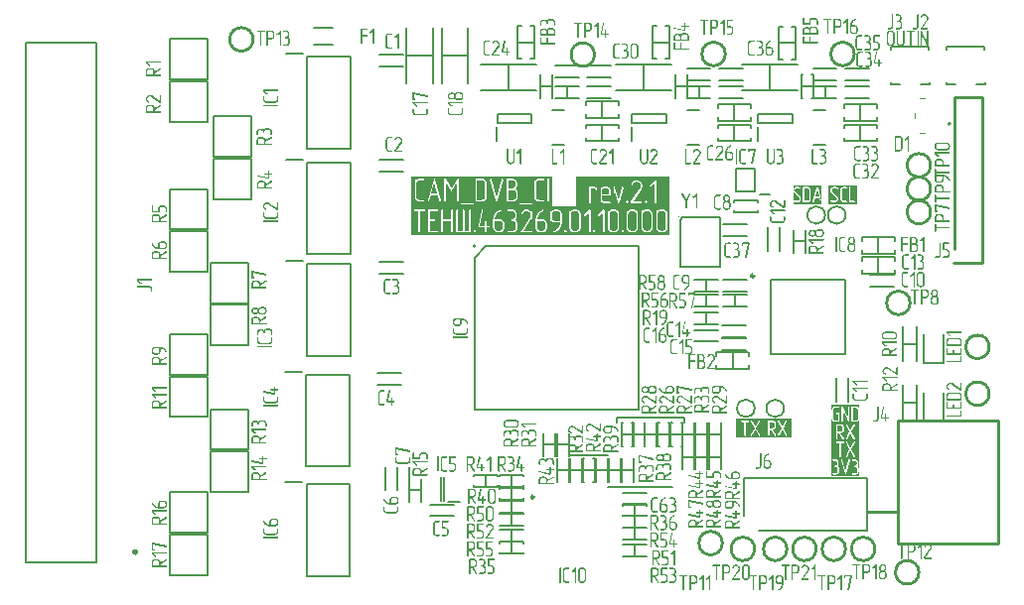
<source format=gto>
G04*
G04 #@! TF.GenerationSoftware,Altium Limited,Altium Designer,24.4.1 (13)*
G04*
G04 Layer_Color=65535*
%FSLAX44Y44*%
%MOMM*%
G71*
G04*
G04 #@! TF.SameCoordinates,12DE7ABD-5068-41A5-B1A4-11BDF0A404C9*
G04*
G04*
G04 #@! TF.FilePolarity,Positive*
G04*
G01*
G75*
%ADD10C,0.2000*%
%ADD11C,0.1500*%
%ADD12C,0.2500*%
%ADD13C,0.2540*%
%ADD14C,0.1000*%
%ADD15C,0.3810*%
G36*
X847000Y367000D02*
Y352000D01*
Y337000D01*
Y322000D01*
X823000D01*
Y337000D01*
Y352000D01*
Y367000D01*
Y383000D01*
X847000D01*
Y367000D01*
D02*
G37*
G36*
X685000Y552500D02*
Y527500D01*
X465000D01*
Y552500D01*
D01*
Y577500D01*
X585000D01*
Y552500D01*
X605000D01*
Y577500D01*
X685000D01*
Y552500D01*
D02*
G37*
G36*
X789000Y355000D02*
X742000D01*
Y371000D01*
X789000D01*
Y355000D01*
D02*
G37*
G36*
X905224Y702565D02*
X905282Y702548D01*
X905349Y702532D01*
X905415Y702498D01*
X905499Y702457D01*
X905574Y702398D01*
X905582Y702390D01*
X905607Y702365D01*
X905640Y702332D01*
X905682Y702282D01*
X905724Y702215D01*
X905757Y702132D01*
X905782Y702040D01*
X905790Y701932D01*
Y690068D01*
Y690060D01*
Y690035D01*
X905782Y690002D01*
X905765Y689943D01*
X905749Y689877D01*
X905715Y689802D01*
X905666Y689702D01*
X905607Y689602D01*
X905599Y689593D01*
X905565Y689577D01*
X905524Y689543D01*
X905457Y689518D01*
X905390Y689485D01*
X905299Y689452D01*
X905207Y689435D01*
X905107Y689427D01*
X904807Y689493D01*
X904557Y689777D01*
X900309Y699666D01*
Y690068D01*
Y690051D01*
Y690018D01*
X900300Y689968D01*
X900284Y689893D01*
X900267Y689818D01*
X900234Y689743D01*
X900183Y689668D01*
X900125Y689593D01*
X900117Y689585D01*
X900092Y689568D01*
X900050Y689543D01*
X899992Y689510D01*
X899925Y689477D01*
X899842Y689452D01*
X899759Y689435D01*
X899659Y689427D01*
X899634D01*
X899600Y689435D01*
X899559Y689443D01*
X899500Y689460D01*
X899425Y689485D01*
X899334Y689518D01*
X899234Y689560D01*
X899225Y689568D01*
X899201Y689593D01*
X899159Y689635D01*
X899126Y689693D01*
X899084Y689760D01*
X899042Y689852D01*
X899017Y689952D01*
X899009Y690068D01*
Y701932D01*
Y701940D01*
Y701965D01*
X899017Y702007D01*
X899034Y702065D01*
X899051Y702123D01*
X899084Y702198D01*
X899134Y702273D01*
X899192Y702357D01*
X899201Y702365D01*
X899225Y702390D01*
X899267Y702423D01*
X899325Y702465D01*
X899392Y702507D01*
X899467Y702540D01*
X899550Y702565D01*
X899650Y702573D01*
X899709D01*
X899750Y702565D01*
X899850Y702540D01*
X899967Y702490D01*
X899975D01*
X899992Y702473D01*
X900025Y702448D01*
X900067Y702398D01*
X900109Y702340D01*
X900159Y702248D01*
X900209Y702140D01*
X900258Y701999D01*
X904491Y692334D01*
Y701932D01*
Y701940D01*
Y701965D01*
X904499Y702007D01*
X904516Y702065D01*
X904532Y702123D01*
X904566Y702198D01*
X904616Y702273D01*
X904674Y702357D01*
X904682Y702365D01*
X904707Y702390D01*
X904749Y702423D01*
X904807Y702465D01*
X904874Y702507D01*
X904949Y702540D01*
X905041Y702565D01*
X905141Y702573D01*
X905182D01*
X905224Y702565D01*
D02*
G37*
G36*
X896943D02*
X897001Y702548D01*
X897068Y702532D01*
X897134Y702498D01*
X897218Y702457D01*
X897293Y702398D01*
X897301Y702390D01*
X897326Y702365D01*
X897359Y702332D01*
X897401Y702282D01*
X897443Y702215D01*
X897476Y702132D01*
X897501Y702040D01*
X897509Y701932D01*
Y690068D01*
Y690051D01*
Y690018D01*
X897501Y689968D01*
X897484Y689893D01*
X897468Y689818D01*
X897434Y689743D01*
X897384Y689668D01*
X897326Y689593D01*
X897318Y689585D01*
X897293Y689568D01*
X897251Y689543D01*
X897193Y689510D01*
X897126Y689477D01*
X897043Y689452D01*
X896959Y689435D01*
X896859Y689427D01*
X896834D01*
X896801Y689435D01*
X896759Y689443D01*
X896701Y689460D01*
X896626Y689477D01*
X896535Y689510D01*
X896434Y689552D01*
X896426Y689560D01*
X896401Y689585D01*
X896359Y689627D01*
X896326Y689685D01*
X896284Y689760D01*
X896243Y689843D01*
X896218Y689952D01*
X896210Y690068D01*
Y701932D01*
Y701940D01*
Y701965D01*
X896218Y702007D01*
X896235Y702065D01*
X896251Y702123D01*
X896284Y702198D01*
X896335Y702273D01*
X896393Y702357D01*
X896401Y702365D01*
X896426Y702390D01*
X896468Y702423D01*
X896526Y702465D01*
X896593Y702507D01*
X896668Y702540D01*
X896759Y702565D01*
X896859Y702573D01*
X896901D01*
X896943Y702565D01*
D02*
G37*
G36*
X844500Y554500D02*
X820500D01*
Y570500D01*
X844500D01*
Y554500D01*
D02*
G37*
G36*
X884820Y702565D02*
X884878Y702548D01*
X884945Y702532D01*
X885012Y702498D01*
X885095Y702457D01*
X885170Y702398D01*
X885178Y702390D01*
X885203Y702365D01*
X885237Y702332D01*
X885278Y702282D01*
X885320Y702215D01*
X885353Y702132D01*
X885378Y702040D01*
X885387Y701932D01*
Y692351D01*
Y692334D01*
Y692301D01*
X885378Y692234D01*
X885370Y692151D01*
X885362Y692043D01*
X885345Y691926D01*
X885312Y691793D01*
X885278Y691643D01*
X885237Y691485D01*
X885178Y691318D01*
X885103Y691151D01*
X885020Y690976D01*
X884920Y690801D01*
X884803Y690626D01*
X884670Y690451D01*
X884520Y690285D01*
X884512Y690276D01*
X884479Y690251D01*
X884437Y690210D01*
X884370Y690152D01*
X884287Y690085D01*
X884187Y690010D01*
X884070Y689935D01*
X883937Y689860D01*
X883795Y689777D01*
X883637Y689702D01*
X883462Y689627D01*
X883287Y689560D01*
X883087Y689510D01*
X882887Y689460D01*
X882671Y689435D01*
X882446Y689427D01*
X881479D01*
X881421Y689435D01*
X881338Y689443D01*
X881238Y689452D01*
X881129Y689468D01*
X880996Y689493D01*
X880854Y689535D01*
X880704Y689577D01*
X880538Y689635D01*
X880371Y689702D01*
X880205Y689785D01*
X880030Y689877D01*
X879846Y689993D01*
X879680Y690118D01*
X879505Y690268D01*
X879497Y690276D01*
X879463Y690310D01*
X879421Y690351D01*
X879363Y690418D01*
X879296Y690501D01*
X879221Y690601D01*
X879138Y690718D01*
X879055Y690851D01*
X878972Y690993D01*
X878888Y691151D01*
X878813Y691318D01*
X878747Y691509D01*
X878688Y691701D01*
X878647Y691909D01*
X878613Y692126D01*
X878605Y692351D01*
Y701932D01*
Y701940D01*
Y701965D01*
X878613Y702007D01*
X878630Y702065D01*
X878647Y702123D01*
X878680Y702198D01*
X878730Y702273D01*
X878788Y702357D01*
X878797Y702365D01*
X878822Y702390D01*
X878863Y702423D01*
X878922Y702465D01*
X878988Y702507D01*
X879063Y702540D01*
X879155Y702565D01*
X879255Y702573D01*
X879296D01*
X879338Y702565D01*
X879397Y702548D01*
X879463Y702532D01*
X879530Y702498D01*
X879613Y702457D01*
X879688Y702398D01*
X879696Y702390D01*
X879721Y702365D01*
X879755Y702332D01*
X879796Y702282D01*
X879838Y702215D01*
X879871Y702132D01*
X879896Y702040D01*
X879905Y701932D01*
Y692351D01*
Y692343D01*
Y692318D01*
Y692284D01*
X879913Y692243D01*
X879921Y692184D01*
X879930Y692118D01*
X879963Y691959D01*
X880021Y691776D01*
X880063Y691684D01*
X880113Y691584D01*
X880171Y691485D01*
X880238Y691393D01*
X880313Y691293D01*
X880396Y691201D01*
X880405Y691193D01*
X880421Y691185D01*
X880446Y691160D01*
X880480Y691126D01*
X880529Y691093D01*
X880588Y691051D01*
X880646Y691001D01*
X880721Y690960D01*
X880888Y690868D01*
X881079Y690793D01*
X881188Y690760D01*
X881296Y690743D01*
X881413Y690726D01*
X881529Y690718D01*
X882512D01*
X882554Y690726D01*
X882612Y690735D01*
X882679Y690743D01*
X882837Y690776D01*
X883012Y690835D01*
X883212Y690918D01*
X883304Y690968D01*
X883404Y691035D01*
X883504Y691101D01*
X883595Y691185D01*
X883604Y691193D01*
X883620Y691210D01*
X883637Y691235D01*
X883670Y691268D01*
X883712Y691318D01*
X883754Y691368D01*
X883795Y691434D01*
X883845Y691509D01*
X883929Y691676D01*
X884012Y691876D01*
X884045Y691984D01*
X884062Y692101D01*
X884079Y692226D01*
X884087Y692351D01*
Y701932D01*
Y701940D01*
Y701965D01*
X884095Y702007D01*
X884112Y702065D01*
X884129Y702123D01*
X884162Y702198D01*
X884212Y702273D01*
X884270Y702357D01*
X884279Y702365D01*
X884304Y702390D01*
X884345Y702423D01*
X884404Y702465D01*
X884470Y702507D01*
X884545Y702540D01*
X884637Y702565D01*
X884737Y702573D01*
X884778D01*
X884820Y702565D01*
D02*
G37*
G36*
X893218D02*
X893285Y702548D01*
X893351Y702523D01*
X893426Y702482D01*
X893501Y702432D01*
X893576Y702365D01*
X893585Y702357D01*
X893609Y702332D01*
X893643Y702290D01*
X893684Y702240D01*
X893718Y702173D01*
X893751Y702098D01*
X893776Y702015D01*
X893784Y701932D01*
Y701924D01*
Y701890D01*
X893776Y701849D01*
X893760Y701790D01*
X893743Y701723D01*
X893709Y701649D01*
X893668Y701565D01*
X893609Y701490D01*
X893601Y701482D01*
X893576Y701457D01*
X893543Y701424D01*
X893484Y701390D01*
X893418Y701349D01*
X893343Y701315D01*
X893243Y701290D01*
X893135Y701282D01*
X891035D01*
Y690068D01*
Y690051D01*
Y690018D01*
X891027Y689968D01*
X891010Y689893D01*
X890993Y689818D01*
X890960Y689743D01*
X890910Y689668D01*
X890852Y689593D01*
X890844Y689585D01*
X890819Y689568D01*
X890777Y689543D01*
X890719Y689510D01*
X890652Y689477D01*
X890569Y689452D01*
X890485Y689435D01*
X890385Y689427D01*
X890360D01*
X890327Y689435D01*
X890285Y689443D01*
X890227Y689460D01*
X890152Y689477D01*
X890060Y689510D01*
X889960Y689552D01*
X889952Y689560D01*
X889927Y689585D01*
X889885Y689627D01*
X889852Y689685D01*
X889810Y689760D01*
X889769Y689843D01*
X889744Y689952D01*
X889735Y690068D01*
Y701282D01*
X887586D01*
X887536Y701290D01*
X887469Y701307D01*
X887394Y701324D01*
X887311Y701357D01*
X887236Y701399D01*
X887161Y701457D01*
X887153Y701465D01*
X887136Y701499D01*
X887111Y701540D01*
X887078Y701599D01*
X887045Y701665D01*
X887020Y701749D01*
X887003Y701840D01*
X886994Y701932D01*
Y701940D01*
Y701957D01*
X887003Y701990D01*
X887011Y702040D01*
X887028Y702090D01*
X887061Y702157D01*
X887094Y702240D01*
X887144Y702323D01*
X887153Y702332D01*
X887178Y702365D01*
X887211Y702407D01*
X887270Y702448D01*
X887336Y702498D01*
X887419Y702532D01*
X887519Y702565D01*
X887636Y702573D01*
X893176D01*
X893218Y702565D01*
D02*
G37*
G36*
X874173D02*
X874256Y702557D01*
X874364Y702548D01*
X874481Y702532D01*
X874614Y702498D01*
X874764Y702465D01*
X874923Y702423D01*
X875089Y702365D01*
X875256Y702298D01*
X875431Y702215D01*
X875614Y702115D01*
X875789Y701999D01*
X875956Y701865D01*
X876122Y701715D01*
X876131Y701707D01*
X876164Y701674D01*
X876206Y701632D01*
X876256Y701565D01*
X876322Y701482D01*
X876397Y701382D01*
X876481Y701265D01*
X876564Y701132D01*
X876639Y700990D01*
X876722Y700832D01*
X876797Y700666D01*
X876864Y700482D01*
X876914Y700291D01*
X876964Y700082D01*
X876989Y699874D01*
X876997Y699649D01*
Y692351D01*
Y692334D01*
Y692301D01*
X876989Y692234D01*
X876980Y692151D01*
X876972Y692043D01*
X876955Y691926D01*
X876922Y691793D01*
X876889Y691643D01*
X876847Y691485D01*
X876789Y691318D01*
X876714Y691151D01*
X876630Y690976D01*
X876531Y690801D01*
X876414Y690626D01*
X876281Y690451D01*
X876131Y690285D01*
X876122Y690276D01*
X876089Y690251D01*
X876047Y690210D01*
X875981Y690152D01*
X875897Y690085D01*
X875797Y690010D01*
X875681Y689935D01*
X875547Y689860D01*
X875406Y689777D01*
X875248Y689702D01*
X875073Y689627D01*
X874898Y689560D01*
X874698Y689510D01*
X874498Y689460D01*
X874281Y689435D01*
X874056Y689427D01*
X873090D01*
X873031Y689435D01*
X872948Y689443D01*
X872848Y689452D01*
X872740Y689468D01*
X872607Y689493D01*
X872465Y689535D01*
X872315Y689577D01*
X872148Y689635D01*
X871982Y689702D01*
X871815Y689785D01*
X871640Y689877D01*
X871457Y689993D01*
X871290Y690118D01*
X871115Y690268D01*
X871107Y690276D01*
X871074Y690310D01*
X871032Y690351D01*
X870974Y690418D01*
X870907Y690501D01*
X870832Y690601D01*
X870749Y690718D01*
X870665Y690851D01*
X870582Y690993D01*
X870499Y691151D01*
X870424Y691318D01*
X870357Y691509D01*
X870299Y691701D01*
X870257Y691909D01*
X870224Y692126D01*
X870216Y692351D01*
Y699649D01*
Y699666D01*
Y699699D01*
X870224Y699766D01*
X870232Y699849D01*
X870240Y699949D01*
X870257Y700066D01*
X870282Y700199D01*
X870324Y700341D01*
X870366Y700499D01*
X870424Y700657D01*
X870490Y700832D01*
X870574Y700999D01*
X870665Y701174D01*
X870782Y701349D01*
X870907Y701524D01*
X871057Y701690D01*
X871065Y701699D01*
X871099Y701732D01*
X871140Y701774D01*
X871207Y701832D01*
X871290Y701898D01*
X871390Y701973D01*
X871507Y702048D01*
X871640Y702132D01*
X871782Y702215D01*
X871940Y702290D01*
X872107Y702365D01*
X872298Y702432D01*
X872490Y702490D01*
X872698Y702532D01*
X872915Y702565D01*
X873140Y702573D01*
X874106D01*
X874173Y702565D01*
D02*
G37*
G36*
X812306Y560867D02*
X809456D01*
X810881Y566507D01*
X812306Y560867D01*
D02*
G37*
G36*
X790286Y565941D02*
X790311Y565732D01*
X790345Y565549D01*
X790378Y565383D01*
X790411Y565241D01*
X790428Y565183D01*
X790445Y565133D01*
X790461Y565091D01*
X790470Y565066D01*
X790478Y565049D01*
Y565041D01*
X790603Y564824D01*
X790720Y564633D01*
X790828Y564466D01*
X790936Y564333D01*
X791020Y564233D01*
X791086Y564150D01*
X791128Y564108D01*
X791145Y564091D01*
X795219Y560017D01*
X795319Y559901D01*
X795394Y559792D01*
X795460Y559692D01*
X795510Y559601D01*
X795552Y559526D01*
X795577Y559467D01*
X795585Y559434D01*
X795593Y559417D01*
X795610Y559367D01*
X795627Y559326D01*
X795643Y559292D01*
Y559276D01*
X795660Y559217D01*
X795677Y559168D01*
X795685Y559134D01*
Y559126D01*
X795710Y558843D01*
X795702Y558726D01*
X795685Y558609D01*
X795660Y558501D01*
X795635Y558393D01*
X795552Y558201D01*
X795460Y558035D01*
X795410Y557960D01*
X795368Y557901D01*
X795327Y557843D01*
X795285Y557793D01*
X795260Y557760D01*
X795235Y557734D01*
X795219Y557718D01*
X795210Y557710D01*
X795119Y557626D01*
X795019Y557551D01*
X794919Y557485D01*
X794827Y557426D01*
X794727Y557376D01*
X794627Y557335D01*
X794452Y557276D01*
X794294Y557243D01*
X794227Y557235D01*
X794169Y557226D01*
X794127Y557218D01*
X792728D01*
X792578Y557226D01*
X792436Y557235D01*
X792161Y557293D01*
X791911Y557360D01*
X791794Y557401D01*
X791686Y557451D01*
X791594Y557493D01*
X791503Y557535D01*
X791428Y557568D01*
X791361Y557601D01*
X791311Y557635D01*
X791278Y557660D01*
X791253Y557668D01*
X791245Y557676D01*
X790920Y557776D01*
X790820Y557768D01*
X790728Y557743D01*
X790645Y557701D01*
X790578Y557668D01*
X790528Y557626D01*
X790486Y557585D01*
X790461Y557560D01*
X790453Y557551D01*
X790395Y557468D01*
X790353Y557385D01*
X790320Y557310D01*
X790303Y557235D01*
X790286Y557176D01*
X790278Y557135D01*
Y566149D01*
X790286Y565941D01*
D02*
G37*
G36*
X814722Y569065D02*
Y556560D01*
X814697Y556726D01*
X811498Y568515D01*
X811464Y568615D01*
X811431Y568698D01*
X811389Y568773D01*
X811339Y568832D01*
X811289Y568890D01*
X811239Y568932D01*
X811139Y568998D01*
X811040Y569040D01*
X810956Y569057D01*
X810923Y569065D01*
X810881D01*
X810798Y569057D01*
X810715Y569040D01*
X810648Y569015D01*
X810581Y568982D01*
X810473Y568890D01*
X810390Y568790D01*
X810331Y568690D01*
X810290Y568598D01*
X810273Y568565D01*
X810265Y568540D01*
X810256Y568523D01*
Y568515D01*
X807057Y556718D01*
X807040Y556593D01*
X807049Y556485D01*
X807074Y556385D01*
X807107Y556302D01*
X807141Y556227D01*
X807174Y556177D01*
X807207Y556135D01*
X807232Y556110D01*
X807240Y556102D01*
X807315Y556043D01*
X807399Y556002D01*
X807474Y555977D01*
X807549Y555960D01*
X807607Y555943D01*
X807657Y555935D01*
X807699D01*
X807782Y555943D01*
X807849Y555952D01*
X807915Y555977D01*
X807974Y556002D01*
X808024Y556018D01*
X808057Y556043D01*
X808082Y556052D01*
X808090Y556060D01*
X808157Y556118D01*
X808207Y556177D01*
X808240Y556243D01*
X808273Y556302D01*
X808290Y556360D01*
X808307Y556402D01*
X808315Y556435D01*
Y556443D01*
X809165Y559584D01*
X812597D01*
X813464Y556352D01*
X813489Y556285D01*
X813522Y556227D01*
X813564Y556168D01*
X813597Y556127D01*
X813631Y556093D01*
X813664Y556068D01*
X813680Y556052D01*
X813689Y556043D01*
X813755Y556010D01*
X813822Y555985D01*
X813939Y555952D01*
X813989Y555943D01*
X814030Y555935D01*
X814064D01*
X814155Y555943D01*
X814239Y555960D01*
X814314Y555985D01*
X814372Y556018D01*
X814430Y556043D01*
X814472Y556068D01*
X814497Y556085D01*
X814505Y556093D01*
X814580Y556177D01*
X814630Y556268D01*
X814672Y556343D01*
X814697Y556418D01*
X814714Y556477D01*
X814722Y556518D01*
Y555935D01*
Y554500D01*
X790278D01*
Y555927D01*
Y557093D01*
X790336Y556835D01*
X790545Y556610D01*
X790728Y556493D01*
X790920Y556385D01*
X791111Y556293D01*
X791294Y556218D01*
X791486Y556152D01*
X791669Y556093D01*
X791844Y556052D01*
X792003Y556010D01*
X792161Y555985D01*
X792303Y555960D01*
X792428Y555952D01*
X792527Y555935D01*
X792619D01*
X792686Y555927D01*
X794061D01*
X794294Y555935D01*
X794510Y555960D01*
X794719Y556002D01*
X794910Y556060D01*
X795085Y556118D01*
X795252Y556193D01*
X795394Y556268D01*
X795527Y556352D01*
X795643Y556427D01*
X795752Y556502D01*
X795835Y556576D01*
X795910Y556635D01*
X795960Y556693D01*
X796002Y556735D01*
X796027Y556760D01*
X796035Y556768D01*
X796202Y556943D01*
X796352Y557118D01*
X796477Y557293D01*
X796593Y557476D01*
X796685Y557651D01*
X796760Y557826D01*
X796826Y557993D01*
X796876Y558151D01*
X796910Y558293D01*
X796943Y558426D01*
X796968Y558551D01*
X796976Y558651D01*
X796985Y558734D01*
X796993Y558801D01*
Y558834D01*
Y558851D01*
Y559126D01*
X796951Y559334D01*
X796843Y559742D01*
X796777Y559926D01*
X796693Y560117D01*
X796593Y560292D01*
X796493Y560442D01*
X796402Y560567D01*
X796318Y560667D01*
X796243Y560734D01*
X796202Y560775D01*
X796193Y560792D01*
X796185D01*
X792061Y564983D01*
X791969Y565099D01*
X791894Y565199D01*
X791828Y565291D01*
X791778Y565374D01*
X791736Y565433D01*
X791711Y565483D01*
X791694Y565516D01*
X791686Y565524D01*
X791628Y565658D01*
X791594Y565807D01*
X791578Y566116D01*
X791586Y566241D01*
X791594Y566366D01*
X791653Y566591D01*
X791719Y566791D01*
X791811Y566965D01*
X791853Y567032D01*
X791894Y567099D01*
X791928Y567157D01*
X791961Y567207D01*
X791994Y567240D01*
X792019Y567265D01*
X792028Y567282D01*
X792036Y567290D01*
X792128Y567374D01*
X792219Y567457D01*
X792311Y567515D01*
X792411Y567574D01*
X792511Y567624D01*
X792611Y567665D01*
X792794Y567724D01*
X792961Y567757D01*
X793027Y567765D01*
X793094Y567774D01*
X793144Y567782D01*
X794552D01*
X794702Y567774D01*
X794852Y567765D01*
X794994Y567740D01*
X795127Y567707D01*
X795385Y567632D01*
X795502Y567590D01*
X795602Y567549D01*
X795702Y567499D01*
X795785Y567457D01*
X795860Y567415D01*
X795927Y567382D01*
X795977Y567349D01*
X796010Y567324D01*
X796035Y567315D01*
X796043Y567307D01*
X796360Y567207D01*
X796460Y567215D01*
X796552Y567240D01*
X796635Y567274D01*
X796710Y567315D01*
X796768Y567349D01*
X796810Y567382D01*
X796835Y567407D01*
X796843Y567415D01*
X796910Y567499D01*
X796960Y567574D01*
X796993Y567657D01*
X797018Y567732D01*
X797035Y567799D01*
X797043Y567849D01*
Y567890D01*
X797018Y567974D01*
X797001Y568040D01*
X796976Y568107D01*
X796951Y568157D01*
X796935Y568190D01*
X796926Y568215D01*
X796910Y568232D01*
Y568240D01*
X796851Y568315D01*
X796802Y568365D01*
X796760Y568390D01*
X796751Y568399D01*
X796743D01*
X796560Y568515D01*
X796377Y568615D01*
X796193Y568698D01*
X796018Y568773D01*
X795868Y568823D01*
X795810Y568848D01*
X795752Y568865D01*
X795710Y568882D01*
X795677Y568890D01*
X795660Y568898D01*
X795652D01*
X795427Y568957D01*
X795227Y568998D01*
X795035Y569032D01*
X794877Y569048D01*
X794744Y569065D01*
X794685D01*
X794635Y569073D01*
X793211D01*
X792977Y569065D01*
X792761Y569040D01*
X792552Y568998D01*
X792361Y568940D01*
X792178Y568882D01*
X792019Y568807D01*
X791869Y568732D01*
X791736Y568657D01*
X791619Y568573D01*
X791511Y568498D01*
X791420Y568424D01*
X791353Y568365D01*
X791294Y568307D01*
X791253Y568265D01*
X791228Y568240D01*
X791220Y568232D01*
X791053Y568057D01*
X790911Y567882D01*
X790786Y567699D01*
X790678Y567524D01*
X790586Y567349D01*
X790511Y567174D01*
X790445Y567007D01*
X790395Y566849D01*
X790353Y566707D01*
X790328Y566566D01*
X790303Y566449D01*
X790295Y566349D01*
X790286Y566266D01*
X790278Y566199D01*
Y569073D01*
Y570500D01*
X814722D01*
Y569065D01*
D02*
G37*
G36*
X879920Y716565D02*
X880012Y716557D01*
X880112Y716548D01*
X880237Y716532D01*
X880378Y716498D01*
X880528Y716465D01*
X880687Y716423D01*
X880853Y716365D01*
X881028Y716298D01*
X881203Y716215D01*
X881378Y716115D01*
X881553Y716007D01*
X881720Y715873D01*
X881886Y715723D01*
X881895Y715715D01*
X881920Y715682D01*
X881961Y715640D01*
X882020Y715574D01*
X882086Y715490D01*
X882153Y715390D01*
X882236Y715274D01*
X882311Y715149D01*
X882394Y714999D01*
X882469Y714840D01*
X882536Y714674D01*
X882603Y714491D01*
X882661Y714299D01*
X882703Y714091D01*
X882728Y713874D01*
X882736Y713649D01*
Y712733D01*
Y712433D01*
Y712224D01*
X882669Y712025D01*
Y712016D01*
X882661Y711974D01*
X882653Y711925D01*
X882636Y711858D01*
X882611Y711766D01*
X882569Y711675D01*
X882519Y711566D01*
X882461Y711458D01*
Y711450D01*
X882453Y711433D01*
X882436Y711408D01*
X882411Y711375D01*
X882353Y711283D01*
X882270Y711166D01*
X882169Y711033D01*
X882045Y710900D01*
X881895Y710767D01*
X881728Y710641D01*
X881736D01*
X881753Y710633D01*
X881786Y710617D01*
X881820Y710600D01*
X881870Y710575D01*
X881928Y710542D01*
X881995Y710500D01*
X882061Y710450D01*
X882136Y710392D01*
X882219Y710325D01*
X882303Y710250D01*
X882386Y710158D01*
X882478Y710067D01*
X882561Y709958D01*
X882653Y709842D01*
X882736Y709708D01*
X882744Y709700D01*
X882753Y709675D01*
X882778Y709633D01*
X882811Y709583D01*
X882844Y709517D01*
X882878Y709434D01*
X882919Y709350D01*
X882969Y709242D01*
X883011Y709134D01*
X883053Y709017D01*
X883119Y708759D01*
X883178Y708475D01*
X883186Y708325D01*
X883194Y708176D01*
Y706351D01*
Y706334D01*
Y706301D01*
X883186Y706234D01*
X883178Y706143D01*
X883169Y706043D01*
X883153Y705918D01*
X883119Y705784D01*
X883086Y705635D01*
X883044Y705476D01*
X882986Y705310D01*
X882919Y705135D01*
X882836Y704960D01*
X882736Y704785D01*
X882619Y704610D01*
X882486Y704443D01*
X882336Y704277D01*
X882328Y704268D01*
X882294Y704243D01*
X882253Y704202D01*
X882186Y704143D01*
X882103Y704077D01*
X882003Y704010D01*
X881886Y703935D01*
X881761Y703852D01*
X881611Y703777D01*
X881453Y703693D01*
X881286Y703627D01*
X881103Y703560D01*
X880911Y703502D01*
X880703Y703460D01*
X880487Y703435D01*
X880262Y703427D01*
X877929D01*
X877879Y703435D01*
X877812Y703452D01*
X877737Y703468D01*
X877654Y703502D01*
X877579Y703543D01*
X877504Y703602D01*
X877496Y703610D01*
X877479Y703643D01*
X877454Y703685D01*
X877421Y703743D01*
X877387Y703810D01*
X877362Y703893D01*
X877346Y703985D01*
X877337Y704077D01*
Y704085D01*
Y704101D01*
X877346Y704135D01*
X877354Y704185D01*
X877371Y704235D01*
X877404Y704302D01*
X877437Y704385D01*
X877487Y704468D01*
X877496Y704476D01*
X877521Y704510D01*
X877554Y704551D01*
X877612Y704593D01*
X877679Y704643D01*
X877762Y704676D01*
X877862Y704710D01*
X877979Y704718D01*
X880328D01*
X880378Y704726D01*
X880437Y704735D01*
X880503Y704743D01*
X880662Y704776D01*
X880845Y704835D01*
X881037Y704918D01*
X881136Y704968D01*
X881236Y705035D01*
X881328Y705101D01*
X881420Y705185D01*
X881428Y705193D01*
X881436Y705210D01*
X881461Y705235D01*
X881495Y705268D01*
X881528Y705318D01*
X881570Y705368D01*
X881611Y705434D01*
X881661Y705509D01*
X881745Y705676D01*
X881820Y705876D01*
X881853Y705984D01*
X881878Y706101D01*
X881886Y706226D01*
X881895Y706351D01*
Y708176D01*
Y708184D01*
Y708209D01*
Y708242D01*
X881886Y708292D01*
X881878Y708350D01*
X881870Y708417D01*
X881836Y708575D01*
X881778Y708750D01*
X881745Y708850D01*
X881695Y708942D01*
X881636Y709042D01*
X881578Y709142D01*
X881503Y709233D01*
X881420Y709325D01*
X881411Y709333D01*
X881395Y709350D01*
X881370Y709367D01*
X881336Y709400D01*
X881295Y709434D01*
X881236Y709475D01*
X881170Y709525D01*
X881103Y709567D01*
X880928Y709658D01*
X880736Y709733D01*
X880628Y709767D01*
X880512Y709792D01*
X880387Y709800D01*
X880262Y709808D01*
X879753D01*
X879704Y709817D01*
X879637Y709833D01*
X879562Y709850D01*
X879479Y709883D01*
X879404Y709925D01*
X879329Y709983D01*
X879320Y709992D01*
X879304Y710025D01*
X879279Y710067D01*
X879245Y710125D01*
X879212Y710192D01*
X879187Y710275D01*
X879170Y710367D01*
X879162Y710458D01*
Y710467D01*
Y710483D01*
X879170Y710517D01*
X879179Y710566D01*
X879195Y710617D01*
X879229Y710683D01*
X879262Y710767D01*
X879312Y710850D01*
X879320Y710858D01*
X879345Y710891D01*
X879379Y710933D01*
X879437Y710975D01*
X879503Y711025D01*
X879587Y711058D01*
X879687Y711091D01*
X879803Y711100D01*
X879870D01*
X879920Y711108D01*
X879978Y711116D01*
X880045Y711125D01*
X880203Y711158D01*
X880387Y711216D01*
X880578Y711300D01*
X880678Y711350D01*
X880778Y711416D01*
X880870Y711483D01*
X880962Y711566D01*
X880970Y711575D01*
X880978Y711591D01*
X881003Y711616D01*
X881037Y711650D01*
X881070Y711700D01*
X881111Y711750D01*
X881153Y711816D01*
X881203Y711891D01*
X881286Y712058D01*
X881361Y712258D01*
X881395Y712366D01*
X881420Y712483D01*
X881428Y712608D01*
X881436Y712733D01*
Y713649D01*
Y713657D01*
Y713682D01*
Y713716D01*
X881428Y713766D01*
X881420Y713824D01*
X881411Y713891D01*
X881378Y714049D01*
X881320Y714224D01*
X881286Y714324D01*
X881236Y714416D01*
X881178Y714516D01*
X881120Y714615D01*
X881045Y714707D01*
X880962Y714799D01*
X880953Y714807D01*
X880937Y714824D01*
X880911Y714840D01*
X880878Y714874D01*
X880836Y714907D01*
X880778Y714949D01*
X880712Y714999D01*
X880645Y715040D01*
X880470Y715132D01*
X880278Y715207D01*
X880170Y715240D01*
X880053Y715265D01*
X879928Y715274D01*
X879803Y715282D01*
X877929D01*
X877879Y715290D01*
X877812Y715307D01*
X877737Y715324D01*
X877654Y715357D01*
X877579Y715399D01*
X877504Y715457D01*
X877496Y715465D01*
X877479Y715499D01*
X877454Y715540D01*
X877421Y715599D01*
X877387Y715665D01*
X877362Y715749D01*
X877346Y715840D01*
X877337Y715932D01*
Y715940D01*
Y715957D01*
X877346Y715990D01*
X877354Y716040D01*
X877371Y716090D01*
X877404Y716157D01*
X877437Y716240D01*
X877487Y716323D01*
X877496Y716332D01*
X877521Y716365D01*
X877554Y716407D01*
X877612Y716448D01*
X877679Y716498D01*
X877762Y716532D01*
X877862Y716565D01*
X877979Y716573D01*
X879862D01*
X879920Y716565D01*
D02*
G37*
G36*
X875188D02*
X875246Y716548D01*
X875313Y716532D01*
X875380Y716498D01*
X875463Y716457D01*
X875538Y716398D01*
X875546Y716390D01*
X875571Y716365D01*
X875604Y716332D01*
X875646Y716282D01*
X875688Y716215D01*
X875721Y716132D01*
X875746Y716040D01*
X875754Y715932D01*
Y706351D01*
Y706334D01*
Y706301D01*
X875746Y706234D01*
X875738Y706143D01*
X875730Y706043D01*
X875713Y705918D01*
X875679Y705784D01*
X875646Y705635D01*
X875604Y705476D01*
X875546Y705310D01*
X875480Y705135D01*
X875396Y704960D01*
X875296Y704785D01*
X875180Y704610D01*
X875046Y704443D01*
X874896Y704277D01*
X874888Y704268D01*
X874855Y704243D01*
X874813Y704202D01*
X874746Y704143D01*
X874663Y704077D01*
X874563Y704010D01*
X874446Y703935D01*
X874322Y703852D01*
X874172Y703777D01*
X874013Y703693D01*
X873847Y703627D01*
X873663Y703560D01*
X873472Y703502D01*
X873263Y703460D01*
X873047Y703435D01*
X872822Y703427D01*
X871406D01*
X871356Y703435D01*
X871281Y703452D01*
X871206Y703468D01*
X871131Y703502D01*
X871056Y703543D01*
X870981Y703602D01*
X870972Y703610D01*
X870956Y703643D01*
X870922Y703685D01*
X870897Y703743D01*
X870864Y703810D01*
X870831Y703893D01*
X870814Y703985D01*
X870806Y704077D01*
Y704085D01*
Y704101D01*
X870814Y704135D01*
X870822Y704185D01*
X870847Y704235D01*
X870872Y704302D01*
X870914Y704385D01*
X870964Y704468D01*
X870972Y704476D01*
X870997Y704510D01*
X871031Y704551D01*
X871089Y704593D01*
X871156Y704643D01*
X871239Y704676D01*
X871339Y704710D01*
X871456Y704718D01*
X872889D01*
X872939Y704726D01*
X872997Y704735D01*
X873064Y704743D01*
X873222Y704776D01*
X873397Y704835D01*
X873497Y704876D01*
X873588Y704918D01*
X873688Y704976D01*
X873788Y705035D01*
X873880Y705110D01*
X873972Y705193D01*
X873980Y705201D01*
X873997Y705218D01*
X874013Y705243D01*
X874047Y705276D01*
X874080Y705326D01*
X874122Y705385D01*
X874172Y705443D01*
X874213Y705518D01*
X874305Y705684D01*
X874380Y705884D01*
X874413Y705993D01*
X874438Y706109D01*
X874446Y706226D01*
X874455Y706351D01*
Y715932D01*
Y715940D01*
Y715965D01*
X874463Y716007D01*
X874480Y716065D01*
X874497Y716123D01*
X874530Y716198D01*
X874580Y716273D01*
X874638Y716357D01*
X874646Y716365D01*
X874671Y716390D01*
X874713Y716423D01*
X874771Y716465D01*
X874838Y716507D01*
X874913Y716540D01*
X875005Y716565D01*
X875105Y716573D01*
X875146D01*
X875188Y716565D01*
D02*
G37*
G36*
X902212Y716569D02*
X902312Y716561D01*
X902437Y716536D01*
X902578Y716511D01*
X902737Y716469D01*
X902912Y716419D01*
X903095Y716352D01*
X903303Y716269D01*
X903511Y716161D01*
X903720Y716036D01*
X903945Y715894D01*
X904161Y715728D01*
X904386Y715528D01*
X904603Y715303D01*
X904611Y715294D01*
X904653Y715269D01*
X904703Y715236D01*
X904769Y715178D01*
X904853Y715103D01*
X904944Y715020D01*
X905044Y714920D01*
X905144Y714795D01*
X905244Y714661D01*
X905344Y714511D01*
X905436Y714345D01*
X905519Y714161D01*
X905586Y713953D01*
X905636Y713736D01*
X905677Y713503D01*
X905686Y713253D01*
Y713245D01*
Y713237D01*
Y713203D01*
Y713170D01*
X905677Y713078D01*
X905669Y712962D01*
X905652Y712820D01*
X905619Y712662D01*
X905586Y712495D01*
X905536Y712320D01*
Y712312D01*
X905527Y712304D01*
X905519Y712270D01*
X905511Y712237D01*
X905494Y712195D01*
X905469Y712145D01*
X905419Y712020D01*
X905344Y711862D01*
X905261Y711687D01*
X905153Y711487D01*
X905028Y711271D01*
X900537Y704714D01*
X904986D01*
X905028Y704706D01*
X905094Y704689D01*
X905161Y704664D01*
X905236Y704622D01*
X905311Y704572D01*
X905386Y704506D01*
X905394Y704497D01*
X905419Y704472D01*
X905452Y704431D01*
X905486Y704381D01*
X905519Y704314D01*
X905553Y704239D01*
X905577Y704156D01*
X905586Y704072D01*
Y704064D01*
Y704031D01*
X905577Y703989D01*
X905569Y703931D01*
X905544Y703864D01*
X905519Y703789D01*
X905478Y703706D01*
X905419Y703631D01*
X905411Y703623D01*
X905386Y703597D01*
X905352Y703564D01*
X905294Y703531D01*
X905228Y703489D01*
X905153Y703456D01*
X905053Y703431D01*
X904944Y703422D01*
X899446D01*
X899396Y703431D01*
X899337Y703447D01*
X899271Y703473D01*
X899187Y703514D01*
X899104Y703564D01*
X899021Y703631D01*
X899013Y703639D01*
X898996Y703664D01*
X898962Y703714D01*
X898938Y703772D01*
X898904Y703839D01*
X898871Y703922D01*
X898854Y704006D01*
X898846Y704106D01*
Y704114D01*
Y704139D01*
X898854Y704172D01*
Y704214D01*
X898879Y704306D01*
X898921Y704397D01*
X903945Y711987D01*
X904136Y712345D01*
X904261Y712637D01*
X904269Y712654D01*
X904278Y712687D01*
X904295Y712745D01*
X904311Y712828D01*
X904328Y712920D01*
X904344Y713020D01*
X904361Y713137D01*
Y713253D01*
Y713262D01*
Y713287D01*
X904353Y713337D01*
Y713395D01*
X904344Y713462D01*
X904328Y713545D01*
X904303Y713637D01*
X904278Y713736D01*
X904245Y713845D01*
X904194Y713961D01*
X904145Y714070D01*
X904078Y714195D01*
X904003Y714311D01*
X903911Y714428D01*
X903803Y714545D01*
X903686Y714653D01*
X903670Y714670D01*
X903628Y714703D01*
X903561Y714753D01*
X903478Y714820D01*
X903370Y714886D01*
X903245Y714961D01*
X903103Y715036D01*
X902953Y715103D01*
X902945D01*
X902936Y715111D01*
X902912Y715119D01*
X902878Y715128D01*
X902803Y715153D01*
X902695Y715186D01*
X902570Y715219D01*
X902428Y715245D01*
X902278Y715261D01*
X902120Y715269D01*
X902062D01*
X902020Y715261D01*
X901970D01*
X901912Y715253D01*
X901770Y715228D01*
X901603Y715194D01*
X901429Y715136D01*
X901237Y715053D01*
X901054Y714945D01*
X901045D01*
X901029Y714928D01*
X901004Y714911D01*
X900970Y714886D01*
X900929Y714845D01*
X900879Y714803D01*
X900829Y714745D01*
X900770Y714678D01*
X900704Y714611D01*
X900637Y714520D01*
X900570Y714428D01*
X900496Y714320D01*
X900429Y714203D01*
X900362Y714078D01*
X900295Y713936D01*
X900229Y713786D01*
Y713778D01*
X900220Y713762D01*
X900204Y713736D01*
X900179Y713703D01*
X900145Y713662D01*
X900112Y713612D01*
X900062Y713570D01*
X900004Y713520D01*
X899996D01*
X899979Y713512D01*
X899954Y713495D01*
X899912Y713487D01*
X899821Y713453D01*
X899696Y713420D01*
X899646D01*
X899587Y713428D01*
X899521Y713445D01*
X899437Y713462D01*
X899354Y713487D01*
X899271Y713528D01*
X899187Y713587D01*
X899179Y713595D01*
X899154Y713620D01*
X899129Y713662D01*
X899096Y713712D01*
X899054Y713786D01*
X899029Y713870D01*
X899004Y713970D01*
X898996Y714087D01*
X899021Y714253D01*
X899029Y714270D01*
X899037Y714303D01*
X899062Y714370D01*
X899096Y714445D01*
X899146Y714545D01*
X899196Y714661D01*
X899262Y714786D01*
X899337Y714920D01*
X899421Y715070D01*
X899512Y715211D01*
X899612Y715361D01*
X899729Y715511D01*
X899854Y715653D01*
X899996Y715786D01*
X900137Y715919D01*
X900295Y716036D01*
X900304Y716044D01*
X900329Y716061D01*
X900370Y716086D01*
X900429Y716119D01*
X900504Y716161D01*
X900595Y716211D01*
X900695Y716253D01*
X900812Y716311D01*
X900937Y716361D01*
X901070Y716403D01*
X901220Y716452D01*
X901379Y716494D01*
X901537Y716527D01*
X901712Y716553D01*
X901895Y716569D01*
X902078Y716578D01*
X902137D01*
X902212Y716569D01*
D02*
G37*
G36*
X896696Y716561D02*
X896755Y716544D01*
X896821Y716527D01*
X896888Y716494D01*
X896971Y716452D01*
X897046Y716394D01*
X897055Y716386D01*
X897080Y716361D01*
X897113Y716328D01*
X897155Y716278D01*
X897196Y716211D01*
X897230Y716128D01*
X897255Y716036D01*
X897263Y715928D01*
Y706347D01*
Y706330D01*
Y706297D01*
X897255Y706230D01*
X897246Y706139D01*
X897238Y706039D01*
X897221Y705913D01*
X897188Y705780D01*
X897155Y705630D01*
X897113Y705472D01*
X897055Y705305D01*
X896988Y705130D01*
X896905Y704956D01*
X896805Y704781D01*
X896688Y704606D01*
X896555Y704439D01*
X896405Y704272D01*
X896396Y704264D01*
X896363Y704239D01*
X896321Y704197D01*
X896255Y704139D01*
X896172Y704072D01*
X896072Y704006D01*
X895955Y703931D01*
X895830Y703847D01*
X895680Y703772D01*
X895522Y703689D01*
X895355Y703623D01*
X895172Y703556D01*
X894980Y703497D01*
X894772Y703456D01*
X894555Y703431D01*
X894330Y703422D01*
X892914D01*
X892864Y703431D01*
X892789Y703447D01*
X892714Y703464D01*
X892639Y703497D01*
X892564Y703539D01*
X892489Y703597D01*
X892481Y703606D01*
X892464Y703639D01*
X892431Y703681D01*
X892406Y703739D01*
X892373Y703806D01*
X892339Y703889D01*
X892322Y703981D01*
X892314Y704072D01*
Y704081D01*
Y704097D01*
X892322Y704131D01*
X892331Y704181D01*
X892356Y704231D01*
X892381Y704297D01*
X892422Y704381D01*
X892473Y704464D01*
X892481Y704472D01*
X892506Y704506D01*
X892539Y704547D01*
X892598Y704589D01*
X892664Y704639D01*
X892747Y704672D01*
X892847Y704706D01*
X892964Y704714D01*
X894397D01*
X894447Y704722D01*
X894505Y704731D01*
X894572Y704739D01*
X894730Y704772D01*
X894905Y704830D01*
X895005Y704872D01*
X895097Y704914D01*
X895197Y704972D01*
X895297Y705030D01*
X895388Y705105D01*
X895480Y705189D01*
X895488Y705197D01*
X895505Y705214D01*
X895522Y705239D01*
X895555Y705272D01*
X895588Y705322D01*
X895630Y705380D01*
X895680Y705439D01*
X895722Y705514D01*
X895813Y705680D01*
X895888Y705880D01*
X895922Y705988D01*
X895947Y706105D01*
X895955Y706222D01*
X895963Y706347D01*
Y715928D01*
Y715936D01*
Y715961D01*
X895972Y716003D01*
X895988Y716061D01*
X896005Y716119D01*
X896038Y716194D01*
X896088Y716269D01*
X896147Y716352D01*
X896155Y716361D01*
X896180Y716386D01*
X896222Y716419D01*
X896280Y716461D01*
X896347Y716503D01*
X896422Y716536D01*
X896513Y716561D01*
X896613Y716569D01*
X896655D01*
X896696Y716561D01*
D02*
G37*
G36*
X244210Y265356D02*
X256065Y262615D01*
X256073D01*
X256090Y262606D01*
X256115Y262590D01*
X256157Y262573D01*
X256215Y262540D01*
X256282Y262498D01*
X256357Y262440D01*
X256457Y262373D01*
X256573Y262015D01*
Y261973D01*
X256565Y261923D01*
X256557Y261857D01*
X256540Y261790D01*
X256515Y261707D01*
X256482Y261632D01*
X256440Y261548D01*
X256432Y261540D01*
X256407Y261515D01*
X256365Y261473D01*
X256307Y261432D01*
X256232Y261390D01*
X256140Y261348D01*
X256040Y261323D01*
X255924Y261315D01*
X255798Y261340D01*
X244718Y263956D01*
Y259899D01*
X245434D01*
X245451D01*
X245485D01*
X245534Y259890D01*
X245609Y259874D01*
X245684Y259857D01*
X245759Y259824D01*
X245834Y259774D01*
X245909Y259715D01*
X245918Y259707D01*
X245934Y259682D01*
X245959Y259641D01*
X245993Y259582D01*
X246026Y259515D01*
X246051Y259432D01*
X246068Y259349D01*
X246076Y259249D01*
Y259224D01*
X246068Y259191D01*
X246059Y259149D01*
X246043Y259091D01*
X246018Y259016D01*
X245984Y258924D01*
X245943Y258824D01*
X245934Y258816D01*
X245909Y258791D01*
X245868Y258749D01*
X245809Y258716D01*
X245743Y258674D01*
X245651Y258632D01*
X245551Y258607D01*
X245434Y258599D01*
X244068D01*
X244060D01*
X244043D01*
X244010Y258607D01*
X243968D01*
X243868Y258632D01*
X243743Y258682D01*
X243685Y258716D01*
X243627Y258757D01*
X243577Y258807D01*
X243527Y258874D01*
X243485Y258941D01*
X243452Y259032D01*
X243435Y259124D01*
X243427Y259241D01*
Y264772D01*
X243435Y264823D01*
X243452Y264889D01*
X243468Y264964D01*
X243502Y265039D01*
X243543Y265114D01*
X243602Y265189D01*
X243610Y265197D01*
X243635Y265222D01*
X243668Y265247D01*
X243718Y265289D01*
X243785Y265322D01*
X243860Y265347D01*
X243943Y265372D01*
X244043Y265381D01*
X244210Y265356D01*
D02*
G37*
G36*
X256032Y257033D02*
X256107Y257016D01*
X256182Y256999D01*
X256257Y256966D01*
X256332Y256916D01*
X256407Y256858D01*
X256415Y256849D01*
X256432Y256824D01*
X256457Y256783D01*
X256490Y256725D01*
X256523Y256658D01*
X256548Y256575D01*
X256565Y256491D01*
X256573Y256391D01*
Y256366D01*
X256565Y256333D01*
X256557Y256291D01*
X256540Y256233D01*
X256523Y256158D01*
X256490Y256066D01*
X256448Y255966D01*
X256440Y255958D01*
X256415Y255933D01*
X256373Y255891D01*
X256315Y255858D01*
X256240Y255816D01*
X256157Y255775D01*
X256049Y255750D01*
X255932Y255742D01*
X245351D01*
X247259Y254117D01*
X247267Y254109D01*
X247292Y254084D01*
X247317Y254042D01*
X247351Y253992D01*
X247392Y253925D01*
X247417Y253850D01*
X247442Y253759D01*
X247451Y253667D01*
Y253625D01*
X247442Y253567D01*
X247426Y253509D01*
X247401Y253434D01*
X247367Y253350D01*
X247326Y253275D01*
X247259Y253200D01*
X247251Y253192D01*
X247226Y253176D01*
X247184Y253142D01*
X247126Y253109D01*
X247059Y253076D01*
X246984Y253042D01*
X246893Y253025D01*
X246793Y253017D01*
X246784D01*
X246768D01*
X246742Y253025D01*
X246693Y253042D01*
X246634Y253059D01*
X246568Y253084D01*
X246476Y253125D01*
X246368Y253184D01*
X243610Y255933D01*
X243602Y255941D01*
X243585Y255966D01*
X243552Y256008D01*
X243518Y256058D01*
X243485Y256125D01*
X243452Y256200D01*
X243435Y256291D01*
X243427Y256383D01*
Y256425D01*
X243435Y256475D01*
X243452Y256533D01*
X243468Y256600D01*
X243502Y256675D01*
X243543Y256758D01*
X243602Y256833D01*
X243610Y256841D01*
X243635Y256866D01*
X243668Y256900D01*
X243727Y256941D01*
X243793Y256975D01*
X243868Y257008D01*
X243960Y257033D01*
X244060Y257041D01*
X255932D01*
X255949D01*
X255982D01*
X256032Y257033D01*
D02*
G37*
G36*
Y251393D02*
X256090Y251376D01*
X256165Y251343D01*
X256240Y251309D01*
X256323Y251251D01*
X256415Y251176D01*
X256423Y251168D01*
X256440Y251143D01*
X256465Y251101D01*
X256490Y251051D01*
X256523Y250984D01*
X256548Y250909D01*
X256565Y250826D01*
X256573Y250734D01*
Y250676D01*
X256565Y250634D01*
X256548Y250534D01*
X256515Y250426D01*
X256507Y250418D01*
X256498Y250401D01*
X256473Y250376D01*
X256440Y250343D01*
X256398Y250301D01*
X256348Y250259D01*
X256290Y250210D01*
X256223Y250168D01*
X251091Y247177D01*
Y245919D01*
X255932D01*
X255949D01*
X255982D01*
X256032Y245911D01*
X256107Y245894D01*
X256182Y245877D01*
X256257Y245844D01*
X256332Y245794D01*
X256407Y245736D01*
X256415Y245727D01*
X256432Y245702D01*
X256457Y245661D01*
X256490Y245602D01*
X256523Y245536D01*
X256548Y245452D01*
X256565Y245369D01*
X256573Y245269D01*
Y245244D01*
X256565Y245211D01*
X256557Y245169D01*
X256540Y245111D01*
X256523Y245036D01*
X256490Y244944D01*
X256448Y244844D01*
X256440Y244836D01*
X256415Y244811D01*
X256373Y244769D01*
X256315Y244736D01*
X256240Y244694D01*
X256157Y244653D01*
X256049Y244628D01*
X255932Y244619D01*
X244068D01*
X244060D01*
X244043D01*
X244010Y244628D01*
X243968D01*
X243868Y244653D01*
X243743Y244703D01*
X243685Y244736D01*
X243627Y244778D01*
X243577Y244828D01*
X243527Y244894D01*
X243485Y244961D01*
X243452Y245053D01*
X243435Y245144D01*
X243427Y245261D01*
Y248510D01*
X243435Y248577D01*
X243443Y248660D01*
X243452Y248768D01*
X243468Y248885D01*
X243502Y249018D01*
X243535Y249168D01*
X243577Y249326D01*
X243635Y249493D01*
X243702Y249660D01*
X243785Y249835D01*
X243885Y250018D01*
X244002Y250193D01*
X244135Y250359D01*
X244285Y250526D01*
X244293Y250534D01*
X244326Y250568D01*
X244368Y250609D01*
X244435Y250659D01*
X244518Y250726D01*
X244618Y250801D01*
X244735Y250884D01*
X244868Y250968D01*
X245010Y251043D01*
X245168Y251126D01*
X245334Y251201D01*
X245518Y251268D01*
X245709Y251318D01*
X245918Y251368D01*
X246126Y251393D01*
X246351Y251401D01*
X248176D01*
X248192D01*
X248225D01*
X248292Y251393D01*
X248375Y251384D01*
X248484Y251376D01*
X248600Y251359D01*
X248734Y251326D01*
X248884Y251293D01*
X249042Y251251D01*
X249209Y251193D01*
X249375Y251118D01*
X249550Y251034D01*
X249725Y250934D01*
X249900Y250818D01*
X250067Y250684D01*
X250233Y250534D01*
X250242Y250526D01*
X250267Y250493D01*
X250308Y250451D01*
X250367Y250385D01*
X250433Y250301D01*
X250508Y250201D01*
X250583Y250085D01*
X250658Y249951D01*
X250742Y249810D01*
X250816Y249651D01*
X250891Y249476D01*
X250958Y249301D01*
X251008Y249102D01*
X251058Y248902D01*
X251083Y248685D01*
X251091Y248460D01*
Y248535D01*
X255657Y251334D01*
X255665D01*
X255674Y251343D01*
X255699Y251359D01*
X255732Y251368D01*
X255774Y251384D01*
X255815Y251393D01*
X255940Y251401D01*
X255949D01*
X255982D01*
X256032Y251393D01*
D02*
G37*
G36*
X253770Y301368D02*
X253862Y301360D01*
X253962Y301352D01*
X254086Y301335D01*
X254220Y301302D01*
X254370Y301268D01*
X254528Y301227D01*
X254695Y301168D01*
X254870Y301102D01*
X255044Y301018D01*
X255219Y300918D01*
X255394Y300802D01*
X255561Y300668D01*
X255728Y300518D01*
X255736Y300510D01*
X255761Y300477D01*
X255803Y300435D01*
X255861Y300368D01*
X255928Y300285D01*
X255994Y300185D01*
X256069Y300068D01*
X256153Y299935D01*
X256228Y299794D01*
X256311Y299635D01*
X256378Y299460D01*
X256444Y299285D01*
X256502Y299086D01*
X256544Y298885D01*
X256569Y298669D01*
X256577Y298444D01*
Y297477D01*
X256569Y297419D01*
X256561Y297336D01*
X256553Y297236D01*
X256536Y297128D01*
X256511Y296994D01*
X256469Y296853D01*
X256427Y296703D01*
X256369Y296536D01*
X256303Y296369D01*
X256219Y296203D01*
X256128Y296028D01*
X256011Y295845D01*
X255886Y295678D01*
X255736Y295503D01*
X255728Y295495D01*
X255694Y295461D01*
X255653Y295420D01*
X255586Y295361D01*
X255503Y295295D01*
X255403Y295220D01*
X255286Y295137D01*
X255153Y295053D01*
X255011Y294970D01*
X254853Y294886D01*
X254686Y294812D01*
X254495Y294745D01*
X254303Y294687D01*
X254095Y294645D01*
X253878Y294612D01*
X253653Y294603D01*
X249596D01*
X249588D01*
X249571D01*
X249546D01*
X249513D01*
X249463D01*
X249404Y294612D01*
X249338D01*
X249263Y294620D01*
X249096Y294637D01*
X248896Y294653D01*
X248663Y294687D01*
X248413Y294728D01*
X248146Y294778D01*
X247863Y294845D01*
X247571Y294928D01*
X247263Y295028D01*
X246947Y295137D01*
X246638Y295270D01*
X246322Y295428D01*
X246014Y295603D01*
X246005D01*
X245997Y295620D01*
X245972Y295628D01*
X245938Y295653D01*
X245897Y295686D01*
X245847Y295720D01*
X245722Y295803D01*
X245580Y295920D01*
X245414Y296053D01*
X245230Y296211D01*
X245030Y296403D01*
X244830Y296603D01*
X244614Y296836D01*
X244406Y297086D01*
X244197Y297361D01*
X243997Y297652D01*
X243806Y297969D01*
X243631Y298311D01*
X243472Y298669D01*
X243423Y298919D01*
Y298969D01*
X243431Y299019D01*
X243447Y299077D01*
X243472Y299152D01*
X243514Y299227D01*
X243564Y299302D01*
X243631Y299369D01*
X243639Y299377D01*
X243664Y299394D01*
X243706Y299427D01*
X243764Y299460D01*
X243831Y299485D01*
X243906Y299519D01*
X243989Y299535D01*
X244081Y299544D01*
X244089D01*
X244114D01*
X244147Y299535D01*
X244189D01*
X244297Y299502D01*
X244347Y299485D01*
X244406Y299452D01*
X244414D01*
X244431Y299435D01*
X244456Y299410D01*
X244497Y299377D01*
X244539Y299335D01*
X244580Y299277D01*
X244639Y299210D01*
X244689Y299127D01*
X244755Y298944D01*
X244847Y298744D01*
X245014Y298419D01*
X245022Y298402D01*
X245047Y298361D01*
X245097Y298286D01*
X245147Y298202D01*
X245222Y298094D01*
X245297Y297994D01*
X245380Y297886D01*
X245464Y297778D01*
X245472Y297769D01*
X245480Y297752D01*
X245514Y297719D01*
X245547Y297677D01*
X245589Y297628D01*
X245647Y297569D01*
X245714Y297502D01*
X245789Y297428D01*
X245872Y297344D01*
X245963Y297261D01*
X246072Y297169D01*
X246180Y297078D01*
X246297Y296986D01*
X246430Y296886D01*
X246563Y296786D01*
X246713Y296686D01*
X246722D01*
X246738Y296669D01*
X246763Y296653D01*
X246805Y296636D01*
X246855Y296611D01*
X246905Y296578D01*
X246972Y296544D01*
X247047Y296503D01*
X247222Y296420D01*
X247421Y296328D01*
X247638Y296228D01*
X247880Y296136D01*
X247888D01*
X247905Y296128D01*
X247938Y296111D01*
X247988Y296103D01*
X248038Y296086D01*
X248105Y296061D01*
X248255Y296020D01*
X248413Y295978D01*
X248588Y295936D01*
X248755Y295911D01*
X248904Y295903D01*
Y298494D01*
X248913Y298552D01*
X248921Y298644D01*
X248929Y298744D01*
X248946Y298869D01*
X248979Y299011D01*
X249013Y299160D01*
X249054Y299319D01*
X249113Y299485D01*
X249179Y299660D01*
X249263Y299835D01*
X249363Y300010D01*
X249471Y300185D01*
X249604Y300352D01*
X249754Y300518D01*
X249762Y300527D01*
X249796Y300552D01*
X249837Y300602D01*
X249904Y300652D01*
X249988Y300718D01*
X250088Y300793D01*
X250204Y300868D01*
X250329Y300952D01*
X250479Y301027D01*
X250637Y301102D01*
X250804Y301177D01*
X250987Y301243D01*
X251179Y301302D01*
X251387Y301343D01*
X251604Y301368D01*
X251829Y301376D01*
X253653D01*
X253670D01*
X253703D01*
X253770Y301368D01*
D02*
G37*
G36*
X256036Y293037D02*
X256111Y293020D01*
X256186Y293004D01*
X256261Y292970D01*
X256336Y292920D01*
X256411Y292862D01*
X256419Y292854D01*
X256436Y292829D01*
X256461Y292787D01*
X256494Y292729D01*
X256528Y292662D01*
X256553Y292579D01*
X256569Y292495D01*
X256577Y292395D01*
Y292370D01*
X256569Y292337D01*
X256561Y292295D01*
X256544Y292237D01*
X256528Y292162D01*
X256494Y292071D01*
X256453Y291971D01*
X256444Y291962D01*
X256419Y291937D01*
X256378Y291896D01*
X256319Y291862D01*
X256244Y291821D01*
X256161Y291779D01*
X256053Y291754D01*
X255936Y291746D01*
X245355D01*
X247263Y290121D01*
X247271Y290113D01*
X247297Y290088D01*
X247321Y290046D01*
X247355Y289996D01*
X247397Y289930D01*
X247421Y289855D01*
X247446Y289763D01*
X247455Y289671D01*
Y289629D01*
X247446Y289571D01*
X247430Y289513D01*
X247405Y289438D01*
X247372Y289355D01*
X247330Y289280D01*
X247263Y289205D01*
X247255Y289196D01*
X247230Y289180D01*
X247188Y289146D01*
X247130Y289113D01*
X247063Y289080D01*
X246988Y289046D01*
X246897Y289030D01*
X246797Y289021D01*
X246788D01*
X246772D01*
X246747Y289030D01*
X246697Y289046D01*
X246638Y289063D01*
X246572Y289088D01*
X246480Y289130D01*
X246372Y289188D01*
X243614Y291937D01*
X243606Y291946D01*
X243589Y291971D01*
X243556Y292012D01*
X243522Y292062D01*
X243489Y292129D01*
X243456Y292204D01*
X243439Y292295D01*
X243431Y292387D01*
Y292429D01*
X243439Y292479D01*
X243456Y292537D01*
X243472Y292604D01*
X243506Y292679D01*
X243547Y292762D01*
X243606Y292837D01*
X243614Y292845D01*
X243639Y292870D01*
X243672Y292904D01*
X243731Y292945D01*
X243797Y292979D01*
X243872Y293012D01*
X243964Y293037D01*
X244064Y293045D01*
X255936D01*
X255953D01*
X255986D01*
X256036Y293037D01*
D02*
G37*
G36*
Y287397D02*
X256094Y287380D01*
X256169Y287347D01*
X256244Y287313D01*
X256327Y287255D01*
X256419Y287180D01*
X256427Y287172D01*
X256444Y287147D01*
X256469Y287105D01*
X256494Y287055D01*
X256528Y286989D01*
X256553Y286914D01*
X256569Y286830D01*
X256577Y286739D01*
Y286680D01*
X256569Y286639D01*
X256553Y286539D01*
X256519Y286430D01*
X256511Y286422D01*
X256502Y286405D01*
X256478Y286380D01*
X256444Y286347D01*
X256402Y286305D01*
X256353Y286264D01*
X256294Y286214D01*
X256228Y286172D01*
X251096Y283181D01*
Y281923D01*
X255936D01*
X255953D01*
X255986D01*
X256036Y281915D01*
X256111Y281898D01*
X256186Y281882D01*
X256261Y281848D01*
X256336Y281798D01*
X256411Y281740D01*
X256419Y281732D01*
X256436Y281707D01*
X256461Y281665D01*
X256494Y281607D01*
X256528Y281540D01*
X256553Y281457D01*
X256569Y281373D01*
X256577Y281273D01*
Y281248D01*
X256569Y281215D01*
X256561Y281173D01*
X256544Y281115D01*
X256528Y281040D01*
X256494Y280948D01*
X256453Y280849D01*
X256444Y280840D01*
X256419Y280815D01*
X256378Y280774D01*
X256319Y280740D01*
X256244Y280699D01*
X256161Y280657D01*
X256053Y280632D01*
X255936Y280623D01*
X244072D01*
X244064D01*
X244047D01*
X244014Y280632D01*
X243972D01*
X243872Y280657D01*
X243747Y280707D01*
X243689Y280740D01*
X243631Y280782D01*
X243581Y280832D01*
X243531Y280898D01*
X243489Y280965D01*
X243456Y281057D01*
X243439Y281148D01*
X243431Y281265D01*
Y284514D01*
X243439Y284581D01*
X243447Y284664D01*
X243456Y284772D01*
X243472Y284889D01*
X243506Y285022D01*
X243539Y285172D01*
X243581Y285331D01*
X243639Y285497D01*
X243706Y285664D01*
X243789Y285839D01*
X243889Y286022D01*
X244006Y286197D01*
X244139Y286364D01*
X244289Y286530D01*
X244297Y286539D01*
X244331Y286572D01*
X244372Y286614D01*
X244439Y286664D01*
X244522Y286730D01*
X244622Y286805D01*
X244739Y286889D01*
X244872Y286972D01*
X245014Y287047D01*
X245172Y287130D01*
X245339Y287205D01*
X245522Y287272D01*
X245714Y287322D01*
X245922Y287372D01*
X246130Y287397D01*
X246355Y287405D01*
X248180D01*
X248196D01*
X248230D01*
X248296Y287397D01*
X248380Y287388D01*
X248488Y287380D01*
X248605Y287363D01*
X248738Y287330D01*
X248888Y287297D01*
X249046Y287255D01*
X249213Y287197D01*
X249379Y287122D01*
X249554Y287038D01*
X249729Y286939D01*
X249904Y286822D01*
X250071Y286689D01*
X250237Y286539D01*
X250246Y286530D01*
X250271Y286497D01*
X250312Y286455D01*
X250371Y286389D01*
X250437Y286305D01*
X250512Y286205D01*
X250587Y286089D01*
X250662Y285956D01*
X250746Y285814D01*
X250821Y285656D01*
X250896Y285481D01*
X250962Y285306D01*
X251012Y285106D01*
X251062Y284906D01*
X251087Y284689D01*
X251096Y284464D01*
Y284539D01*
X255661Y287339D01*
X255669D01*
X255678Y287347D01*
X255703Y287363D01*
X255736Y287372D01*
X255778Y287388D01*
X255819Y287397D01*
X255944Y287405D01*
X255953D01*
X255986D01*
X256036Y287397D01*
D02*
G37*
G36*
X338266Y339368D02*
X338324Y339352D01*
X338391Y339335D01*
X338466Y339301D01*
X338549Y339260D01*
X338624Y339202D01*
X338632Y339193D01*
X338657Y339168D01*
X338691Y339135D01*
X338724Y339077D01*
X338766Y339010D01*
X338799Y338935D01*
X338824Y338835D01*
X338832Y338727D01*
Y337544D01*
X340932D01*
X340948D01*
X340982D01*
X341032Y337535D01*
X341107Y337519D01*
X341182Y337502D01*
X341257Y337469D01*
X341332Y337419D01*
X341407Y337360D01*
X341415Y337352D01*
X341432Y337327D01*
X341457Y337285D01*
X341490Y337227D01*
X341523Y337160D01*
X341548Y337077D01*
X341565Y336994D01*
X341573Y336894D01*
Y336869D01*
X341565Y336836D01*
X341557Y336794D01*
X341540Y336735D01*
X341523Y336660D01*
X341490Y336569D01*
X341448Y336469D01*
X341440Y336461D01*
X341415Y336436D01*
X341373Y336394D01*
X341315Y336361D01*
X341240Y336319D01*
X341157Y336277D01*
X341048Y336252D01*
X340932Y336244D01*
X338832D01*
Y333195D01*
X338824Y333145D01*
X338807Y333078D01*
X338791Y333003D01*
X338757Y332928D01*
X338716Y332853D01*
X338657Y332778D01*
X338649Y332770D01*
X338624Y332753D01*
X338582Y332720D01*
X338532Y332687D01*
X338466Y332653D01*
X338382Y332620D01*
X338291Y332603D01*
X338191Y332595D01*
X338074Y332603D01*
X328977Y334428D01*
X328960D01*
X328927Y334436D01*
X328877Y334453D01*
X328818Y334478D01*
X328743Y334511D01*
X328677Y334553D01*
X328602Y334611D01*
X328543Y334678D01*
X328427Y335036D01*
Y335086D01*
X328435Y335136D01*
X328452Y335203D01*
X328468Y335269D01*
X328502Y335353D01*
X328543Y335436D01*
X328602Y335511D01*
X328610Y335519D01*
X328635Y335544D01*
X328668Y335578D01*
X328718Y335619D01*
X328785Y335653D01*
X328860Y335686D01*
X328951Y335711D01*
X329043Y335719D01*
X329193Y335703D01*
X337541Y333995D01*
Y336244D01*
X335433D01*
X335425D01*
X335400D01*
X335358Y336252D01*
X335300Y336269D01*
X335242Y336286D01*
X335167Y336319D01*
X335092Y336369D01*
X335008Y336427D01*
X335000Y336436D01*
X334975Y336461D01*
X334942Y336502D01*
X334900Y336561D01*
X334858Y336627D01*
X334825Y336702D01*
X334800Y336794D01*
X334792Y336894D01*
Y336936D01*
X334800Y336977D01*
X334817Y337035D01*
X334833Y337102D01*
X334867Y337169D01*
X334908Y337252D01*
X334967Y337327D01*
X334975Y337335D01*
X335000Y337360D01*
X335033Y337394D01*
X335083Y337435D01*
X335150Y337477D01*
X335233Y337510D01*
X335325Y337535D01*
X335433Y337544D01*
X337541D01*
Y338768D01*
X337549Y338810D01*
X337566Y338877D01*
X337591Y338943D01*
X337633Y339018D01*
X337683Y339093D01*
X337749Y339168D01*
X337758Y339177D01*
X337783Y339202D01*
X337824Y339235D01*
X337874Y339277D01*
X337941Y339310D01*
X338016Y339343D01*
X338099Y339368D01*
X338182Y339376D01*
X338191D01*
X338224D01*
X338266Y339368D01*
D02*
G37*
G36*
X341032Y331037D02*
X341107Y331020D01*
X341182Y331004D01*
X341257Y330970D01*
X341332Y330920D01*
X341407Y330862D01*
X341415Y330854D01*
X341432Y330829D01*
X341457Y330787D01*
X341490Y330729D01*
X341523Y330662D01*
X341548Y330579D01*
X341565Y330495D01*
X341573Y330396D01*
Y330370D01*
X341565Y330337D01*
X341557Y330295D01*
X341540Y330237D01*
X341523Y330162D01*
X341490Y330071D01*
X341448Y329971D01*
X341440Y329962D01*
X341415Y329937D01*
X341373Y329896D01*
X341315Y329862D01*
X341240Y329821D01*
X341157Y329779D01*
X341048Y329754D01*
X340932Y329746D01*
X330351D01*
X332259Y328121D01*
X332267Y328113D01*
X332292Y328088D01*
X332317Y328046D01*
X332351Y327996D01*
X332392Y327929D01*
X332417Y327854D01*
X332442Y327763D01*
X332451Y327671D01*
Y327630D01*
X332442Y327571D01*
X332426Y327513D01*
X332401Y327438D01*
X332367Y327355D01*
X332326Y327280D01*
X332259Y327205D01*
X332251Y327196D01*
X332226Y327180D01*
X332184Y327146D01*
X332126Y327113D01*
X332059Y327080D01*
X331984Y327046D01*
X331893Y327030D01*
X331792Y327021D01*
X331784D01*
X331768D01*
X331743Y327030D01*
X331693Y327046D01*
X331634Y327063D01*
X331567Y327088D01*
X331476Y327130D01*
X331368Y327188D01*
X328610Y329937D01*
X328602Y329946D01*
X328585Y329971D01*
X328552Y330012D01*
X328518Y330062D01*
X328485Y330129D01*
X328452Y330204D01*
X328435Y330295D01*
X328427Y330387D01*
Y330429D01*
X328435Y330479D01*
X328452Y330537D01*
X328468Y330604D01*
X328502Y330679D01*
X328543Y330762D01*
X328602Y330837D01*
X328610Y330845D01*
X328635Y330870D01*
X328668Y330904D01*
X328727Y330945D01*
X328793Y330979D01*
X328868Y331012D01*
X328960Y331037D01*
X329060Y331045D01*
X340932D01*
X340948D01*
X340982D01*
X341032Y331037D01*
D02*
G37*
G36*
Y325397D02*
X341090Y325380D01*
X341165Y325347D01*
X341240Y325313D01*
X341323Y325255D01*
X341415Y325180D01*
X341423Y325172D01*
X341440Y325147D01*
X341465Y325105D01*
X341490Y325055D01*
X341523Y324989D01*
X341548Y324913D01*
X341565Y324830D01*
X341573Y324739D01*
Y324680D01*
X341565Y324639D01*
X341548Y324539D01*
X341515Y324430D01*
X341507Y324422D01*
X341498Y324405D01*
X341473Y324380D01*
X341440Y324347D01*
X341398Y324305D01*
X341348Y324264D01*
X341290Y324214D01*
X341223Y324172D01*
X336091Y321181D01*
Y319923D01*
X340932D01*
X340948D01*
X340982D01*
X341032Y319915D01*
X341107Y319898D01*
X341182Y319881D01*
X341257Y319848D01*
X341332Y319798D01*
X341407Y319740D01*
X341415Y319732D01*
X341432Y319706D01*
X341457Y319665D01*
X341490Y319607D01*
X341523Y319540D01*
X341548Y319457D01*
X341565Y319373D01*
X341573Y319273D01*
Y319248D01*
X341565Y319215D01*
X341557Y319173D01*
X341540Y319115D01*
X341523Y319040D01*
X341490Y318948D01*
X341448Y318848D01*
X341440Y318840D01*
X341415Y318815D01*
X341373Y318773D01*
X341315Y318740D01*
X341240Y318699D01*
X341157Y318657D01*
X341048Y318632D01*
X340932Y318624D01*
X329068D01*
X329060D01*
X329043D01*
X329010Y318632D01*
X328968D01*
X328868Y318657D01*
X328743Y318707D01*
X328685Y318740D01*
X328627Y318782D01*
X328577Y318832D01*
X328527Y318898D01*
X328485Y318965D01*
X328452Y319057D01*
X328435Y319148D01*
X328427Y319265D01*
Y322514D01*
X328435Y322581D01*
X328443Y322664D01*
X328452Y322772D01*
X328468Y322889D01*
X328502Y323022D01*
X328535Y323172D01*
X328577Y323331D01*
X328635Y323497D01*
X328702Y323664D01*
X328785Y323839D01*
X328885Y324022D01*
X329002Y324197D01*
X329135Y324364D01*
X329285Y324530D01*
X329293Y324539D01*
X329326Y324572D01*
X329368Y324614D01*
X329435Y324664D01*
X329518Y324730D01*
X329618Y324805D01*
X329735Y324889D01*
X329868Y324972D01*
X330010Y325047D01*
X330168Y325130D01*
X330335Y325205D01*
X330518Y325272D01*
X330709Y325322D01*
X330918Y325372D01*
X331126Y325397D01*
X331351Y325405D01*
X333176D01*
X333192D01*
X333225D01*
X333292Y325397D01*
X333375Y325388D01*
X333484Y325380D01*
X333600Y325363D01*
X333734Y325330D01*
X333884Y325297D01*
X334042Y325255D01*
X334208Y325197D01*
X334375Y325122D01*
X334550Y325038D01*
X334725Y324939D01*
X334900Y324822D01*
X335067Y324689D01*
X335233Y324539D01*
X335242Y324530D01*
X335267Y324497D01*
X335308Y324455D01*
X335367Y324389D01*
X335433Y324305D01*
X335508Y324205D01*
X335583Y324089D01*
X335658Y323955D01*
X335742Y323814D01*
X335816Y323656D01*
X335891Y323481D01*
X335958Y323306D01*
X336008Y323106D01*
X336058Y322906D01*
X336083Y322689D01*
X336091Y322464D01*
Y322539D01*
X340657Y325338D01*
X340665D01*
X340673Y325347D01*
X340699Y325363D01*
X340732Y325372D01*
X340774Y325388D01*
X340815Y325397D01*
X340940Y325405D01*
X340948D01*
X340982D01*
X341032Y325397D01*
D02*
G37*
G36*
X338766Y369910D02*
X338857Y369902D01*
X338957Y369893D01*
X339082Y369877D01*
X339216Y369843D01*
X339366Y369810D01*
X339524Y369768D01*
X339691Y369710D01*
X339865Y369643D01*
X340040Y369560D01*
X340215Y369460D01*
X340390Y369343D01*
X340557Y369210D01*
X340723Y369060D01*
X340732Y369052D01*
X340757Y369019D01*
X340798Y368977D01*
X340857Y368910D01*
X340924Y368827D01*
X340990Y368727D01*
X341065Y368610D01*
X341148Y368485D01*
X341223Y368335D01*
X341307Y368177D01*
X341373Y368010D01*
X341440Y367827D01*
X341498Y367635D01*
X341540Y367427D01*
X341565Y367211D01*
X341573Y366986D01*
Y364653D01*
X341565Y364603D01*
X341548Y364536D01*
X341532Y364461D01*
X341498Y364378D01*
X341457Y364303D01*
X341398Y364228D01*
X341390Y364220D01*
X341357Y364203D01*
X341315Y364178D01*
X341257Y364145D01*
X341190Y364111D01*
X341107Y364086D01*
X341015Y364070D01*
X340924Y364062D01*
X340915D01*
X340899D01*
X340865Y364070D01*
X340815Y364078D01*
X340765Y364095D01*
X340699Y364128D01*
X340615Y364161D01*
X340532Y364211D01*
X340524Y364220D01*
X340490Y364245D01*
X340449Y364278D01*
X340407Y364336D01*
X340357Y364403D01*
X340324Y364486D01*
X340290Y364586D01*
X340282Y364703D01*
Y367052D01*
X340274Y367102D01*
X340265Y367161D01*
X340257Y367227D01*
X340224Y367386D01*
X340165Y367569D01*
X340082Y367761D01*
X340032Y367860D01*
X339965Y367961D01*
X339899Y368052D01*
X339815Y368144D01*
X339807Y368152D01*
X339790Y368160D01*
X339765Y368185D01*
X339732Y368219D01*
X339682Y368252D01*
X339632Y368294D01*
X339566Y368335D01*
X339491Y368385D01*
X339324Y368469D01*
X339124Y368544D01*
X339016Y368577D01*
X338899Y368602D01*
X338774Y368610D01*
X338649Y368619D01*
X336824D01*
X336816D01*
X336791D01*
X336758D01*
X336708Y368610D01*
X336650Y368602D01*
X336583Y368594D01*
X336425Y368560D01*
X336250Y368502D01*
X336150Y368469D01*
X336058Y368419D01*
X335958Y368360D01*
X335858Y368302D01*
X335766Y368227D01*
X335675Y368144D01*
X335667Y368135D01*
X335650Y368119D01*
X335633Y368094D01*
X335600Y368060D01*
X335566Y368019D01*
X335525Y367961D01*
X335475Y367894D01*
X335433Y367827D01*
X335342Y367652D01*
X335267Y367461D01*
X335233Y367352D01*
X335208Y367236D01*
X335200Y367111D01*
X335192Y366986D01*
Y366478D01*
X335183Y366427D01*
X335167Y366361D01*
X335150Y366286D01*
X335117Y366203D01*
X335075Y366128D01*
X335017Y366053D01*
X335008Y366044D01*
X334975Y366028D01*
X334933Y366003D01*
X334875Y365969D01*
X334808Y365936D01*
X334725Y365911D01*
X334633Y365894D01*
X334542Y365886D01*
X334533D01*
X334517D01*
X334483Y365894D01*
X334434Y365903D01*
X334384Y365919D01*
X334317Y365953D01*
X334234Y365986D01*
X334150Y366036D01*
X334142Y366044D01*
X334109Y366069D01*
X334067Y366103D01*
X334025Y366161D01*
X333975Y366228D01*
X333942Y366311D01*
X333909Y366411D01*
X333900Y366527D01*
Y366594D01*
X333892Y366644D01*
X333884Y366702D01*
X333875Y366769D01*
X333842Y366927D01*
X333784Y367111D01*
X333700Y367302D01*
X333650Y367402D01*
X333584Y367502D01*
X333517Y367594D01*
X333434Y367686D01*
X333425Y367694D01*
X333409Y367702D01*
X333384Y367727D01*
X333350Y367761D01*
X333300Y367794D01*
X333250Y367836D01*
X333184Y367877D01*
X333109Y367927D01*
X332942Y368010D01*
X332742Y368085D01*
X332634Y368119D01*
X332517Y368144D01*
X332392Y368152D01*
X332267Y368160D01*
X331351D01*
X331343D01*
X331318D01*
X331284D01*
X331234Y368152D01*
X331176Y368144D01*
X331109Y368135D01*
X330951Y368102D01*
X330776Y368044D01*
X330676Y368010D01*
X330584Y367961D01*
X330485Y367902D01*
X330384Y367844D01*
X330293Y367769D01*
X330201Y367686D01*
X330193Y367677D01*
X330176Y367660D01*
X330160Y367635D01*
X330126Y367602D01*
X330093Y367561D01*
X330051Y367502D01*
X330001Y367436D01*
X329960Y367369D01*
X329868Y367194D01*
X329793Y367002D01*
X329760Y366894D01*
X329735Y366777D01*
X329726Y366652D01*
X329718Y366527D01*
Y364653D01*
X329710Y364603D01*
X329693Y364536D01*
X329676Y364461D01*
X329643Y364378D01*
X329601Y364303D01*
X329543Y364228D01*
X329535Y364220D01*
X329501Y364203D01*
X329460Y364178D01*
X329401Y364145D01*
X329335Y364111D01*
X329252Y364086D01*
X329160Y364070D01*
X329068Y364062D01*
X329060D01*
X329043D01*
X329010Y364070D01*
X328960Y364078D01*
X328910Y364095D01*
X328843Y364128D01*
X328760Y364161D01*
X328677Y364211D01*
X328668Y364220D01*
X328635Y364245D01*
X328593Y364278D01*
X328552Y364336D01*
X328502Y364403D01*
X328468Y364486D01*
X328435Y364586D01*
X328427Y364703D01*
Y366586D01*
X328435Y366644D01*
X328443Y366736D01*
X328452Y366836D01*
X328468Y366961D01*
X328502Y367102D01*
X328535Y367252D01*
X328577Y367411D01*
X328635Y367577D01*
X328702Y367752D01*
X328785Y367927D01*
X328885Y368102D01*
X328993Y368277D01*
X329127Y368444D01*
X329277Y368610D01*
X329285Y368619D01*
X329318Y368644D01*
X329360Y368685D01*
X329426Y368744D01*
X329510Y368810D01*
X329610Y368877D01*
X329726Y368960D01*
X329851Y369035D01*
X330001Y369118D01*
X330160Y369193D01*
X330326Y369260D01*
X330509Y369327D01*
X330701Y369385D01*
X330909Y369427D01*
X331126Y369452D01*
X331351Y369460D01*
X332267D01*
X332567D01*
X332776D01*
X332976Y369393D01*
X332984D01*
X333026Y369385D01*
X333075Y369377D01*
X333142Y369360D01*
X333234Y369335D01*
X333325Y369293D01*
X333434Y369244D01*
X333542Y369185D01*
X333550D01*
X333567Y369177D01*
X333592Y369160D01*
X333625Y369135D01*
X333717Y369077D01*
X333834Y368993D01*
X333967Y368894D01*
X334100Y368769D01*
X334234Y368619D01*
X334358Y368452D01*
Y368460D01*
X334367Y368477D01*
X334384Y368510D01*
X334400Y368544D01*
X334425Y368594D01*
X334459Y368652D01*
X334500Y368719D01*
X334550Y368785D01*
X334608Y368860D01*
X334675Y368943D01*
X334750Y369027D01*
X334842Y369110D01*
X334933Y369202D01*
X335042Y369285D01*
X335158Y369377D01*
X335292Y369460D01*
X335300Y369468D01*
X335325Y369477D01*
X335367Y369502D01*
X335417Y369535D01*
X335483Y369568D01*
X335566Y369602D01*
X335650Y369643D01*
X335758Y369693D01*
X335866Y369735D01*
X335983Y369777D01*
X336241Y369843D01*
X336525Y369902D01*
X336675Y369910D01*
X336824Y369918D01*
X338649D01*
X338666D01*
X338699D01*
X338766Y369910D01*
D02*
G37*
G36*
X341032Y362495D02*
X341107Y362478D01*
X341182Y362462D01*
X341257Y362429D01*
X341332Y362379D01*
X341407Y362320D01*
X341415Y362312D01*
X341432Y362287D01*
X341457Y362245D01*
X341490Y362187D01*
X341523Y362120D01*
X341548Y362037D01*
X341565Y361954D01*
X341573Y361854D01*
Y361829D01*
X341565Y361795D01*
X341557Y361754D01*
X341540Y361695D01*
X341523Y361620D01*
X341490Y361529D01*
X341448Y361429D01*
X341440Y361421D01*
X341415Y361395D01*
X341373Y361354D01*
X341315Y361320D01*
X341240Y361279D01*
X341157Y361237D01*
X341048Y361212D01*
X340932Y361204D01*
X330351D01*
X332259Y359579D01*
X332267Y359571D01*
X332292Y359546D01*
X332317Y359504D01*
X332351Y359454D01*
X332392Y359388D01*
X332417Y359313D01*
X332442Y359221D01*
X332451Y359129D01*
Y359088D01*
X332442Y359029D01*
X332426Y358971D01*
X332401Y358896D01*
X332367Y358813D01*
X332326Y358738D01*
X332259Y358663D01*
X332251Y358655D01*
X332226Y358638D01*
X332184Y358605D01*
X332126Y358571D01*
X332059Y358538D01*
X331984Y358504D01*
X331893Y358488D01*
X331792Y358479D01*
X331784D01*
X331768D01*
X331743Y358488D01*
X331693Y358504D01*
X331634Y358521D01*
X331567Y358546D01*
X331476Y358588D01*
X331368Y358646D01*
X328610Y361395D01*
X328602Y361404D01*
X328585Y361429D01*
X328552Y361470D01*
X328518Y361520D01*
X328485Y361587D01*
X328452Y361662D01*
X328435Y361754D01*
X328427Y361845D01*
Y361887D01*
X328435Y361937D01*
X328452Y361995D01*
X328468Y362062D01*
X328502Y362137D01*
X328543Y362220D01*
X328602Y362295D01*
X328610Y362304D01*
X328635Y362329D01*
X328668Y362362D01*
X328727Y362403D01*
X328793Y362437D01*
X328868Y362470D01*
X328960Y362495D01*
X329060Y362504D01*
X340932D01*
X340948D01*
X340982D01*
X341032Y362495D01*
D02*
G37*
G36*
Y356855D02*
X341090Y356838D01*
X341165Y356805D01*
X341240Y356772D01*
X341323Y356713D01*
X341415Y356638D01*
X341423Y356630D01*
X341440Y356605D01*
X341465Y356563D01*
X341490Y356513D01*
X341523Y356447D01*
X341548Y356372D01*
X341565Y356288D01*
X341573Y356197D01*
Y356138D01*
X341565Y356097D01*
X341548Y355997D01*
X341515Y355888D01*
X341507Y355880D01*
X341498Y355864D01*
X341473Y355839D01*
X341440Y355805D01*
X341398Y355764D01*
X341348Y355722D01*
X341290Y355672D01*
X341223Y355630D01*
X336091Y352639D01*
Y351381D01*
X340932D01*
X340948D01*
X340982D01*
X341032Y351373D01*
X341107Y351356D01*
X341182Y351340D01*
X341257Y351306D01*
X341332Y351256D01*
X341407Y351198D01*
X341415Y351190D01*
X341432Y351165D01*
X341457Y351123D01*
X341490Y351065D01*
X341523Y350998D01*
X341548Y350915D01*
X341565Y350831D01*
X341573Y350732D01*
Y350706D01*
X341565Y350673D01*
X341557Y350632D01*
X341540Y350573D01*
X341523Y350498D01*
X341490Y350407D01*
X341448Y350307D01*
X341440Y350298D01*
X341415Y350273D01*
X341373Y350232D01*
X341315Y350198D01*
X341240Y350157D01*
X341157Y350115D01*
X341048Y350090D01*
X340932Y350082D01*
X329068D01*
X329060D01*
X329043D01*
X329010Y350090D01*
X328968D01*
X328868Y350115D01*
X328743Y350165D01*
X328685Y350198D01*
X328627Y350240D01*
X328577Y350290D01*
X328527Y350357D01*
X328485Y350423D01*
X328452Y350515D01*
X328435Y350607D01*
X328427Y350723D01*
Y353972D01*
X328435Y354039D01*
X328443Y354122D01*
X328452Y354231D01*
X328468Y354347D01*
X328502Y354481D01*
X328535Y354631D01*
X328577Y354789D01*
X328635Y354955D01*
X328702Y355122D01*
X328785Y355297D01*
X328885Y355480D01*
X329002Y355655D01*
X329135Y355822D01*
X329285Y355989D01*
X329293Y355997D01*
X329326Y356030D01*
X329368Y356072D01*
X329435Y356122D01*
X329518Y356189D01*
X329618Y356263D01*
X329735Y356347D01*
X329868Y356430D01*
X330010Y356505D01*
X330168Y356588D01*
X330335Y356663D01*
X330518Y356730D01*
X330709Y356780D01*
X330918Y356830D01*
X331126Y356855D01*
X331351Y356863D01*
X333176D01*
X333192D01*
X333225D01*
X333292Y356855D01*
X333375Y356847D01*
X333484Y356838D01*
X333600Y356822D01*
X333734Y356788D01*
X333884Y356755D01*
X334042Y356713D01*
X334208Y356655D01*
X334375Y356580D01*
X334550Y356497D01*
X334725Y356397D01*
X334900Y356280D01*
X335067Y356147D01*
X335233Y355997D01*
X335242Y355989D01*
X335267Y355955D01*
X335308Y355914D01*
X335367Y355847D01*
X335433Y355764D01*
X335508Y355664D01*
X335583Y355547D01*
X335658Y355414D01*
X335742Y355272D01*
X335816Y355114D01*
X335891Y354939D01*
X335958Y354764D01*
X336008Y354564D01*
X336058Y354364D01*
X336083Y354147D01*
X336091Y353922D01*
Y353997D01*
X340657Y356797D01*
X340665D01*
X340673Y356805D01*
X340699Y356822D01*
X340732Y356830D01*
X340774Y356847D01*
X340815Y356855D01*
X340940Y356863D01*
X340948D01*
X340982D01*
X341032Y356855D01*
D02*
G37*
G36*
X256032Y397998D02*
X256107Y397981D01*
X256182Y397964D01*
X256257Y397931D01*
X256332Y397881D01*
X256407Y397823D01*
X256415Y397814D01*
X256432Y397789D01*
X256457Y397748D01*
X256490Y397690D01*
X256523Y397623D01*
X256548Y397539D01*
X256565Y397456D01*
X256573Y397356D01*
Y397331D01*
X256565Y397298D01*
X256557Y397256D01*
X256540Y397198D01*
X256523Y397123D01*
X256490Y397031D01*
X256448Y396931D01*
X256440Y396923D01*
X256415Y396898D01*
X256373Y396856D01*
X256315Y396823D01*
X256240Y396781D01*
X256157Y396740D01*
X256048Y396715D01*
X255932Y396706D01*
X245351D01*
X247259Y395082D01*
X247267Y395074D01*
X247292Y395048D01*
X247317Y395007D01*
X247351Y394957D01*
X247392Y394890D01*
X247417Y394815D01*
X247442Y394724D01*
X247451Y394632D01*
Y394590D01*
X247442Y394532D01*
X247426Y394474D01*
X247401Y394399D01*
X247367Y394315D01*
X247326Y394240D01*
X247259Y394165D01*
X247251Y394157D01*
X247226Y394140D01*
X247184Y394107D01*
X247126Y394074D01*
X247059Y394040D01*
X246984Y394007D01*
X246892Y393990D01*
X246793Y393982D01*
X246784D01*
X246768D01*
X246742Y393990D01*
X246693Y394007D01*
X246634Y394024D01*
X246567Y394049D01*
X246476Y394090D01*
X246368Y394149D01*
X243610Y396898D01*
X243602Y396906D01*
X243585Y396931D01*
X243552Y396973D01*
X243518Y397023D01*
X243485Y397090D01*
X243452Y397165D01*
X243435Y397256D01*
X243427Y397348D01*
Y397390D01*
X243435Y397439D01*
X243452Y397498D01*
X243468Y397565D01*
X243502Y397640D01*
X243543Y397723D01*
X243602Y397798D01*
X243610Y397806D01*
X243635Y397831D01*
X243668Y397864D01*
X243727Y397906D01*
X243793Y397939D01*
X243868Y397973D01*
X243960Y397998D01*
X244060Y398006D01*
X255932D01*
X255949D01*
X255982D01*
X256032Y397998D01*
D02*
G37*
G36*
Y392407D02*
X256107Y392391D01*
X256182Y392374D01*
X256257Y392341D01*
X256332Y392291D01*
X256407Y392233D01*
X256415Y392224D01*
X256432Y392199D01*
X256457Y392158D01*
X256490Y392099D01*
X256523Y392033D01*
X256548Y391949D01*
X256565Y391866D01*
X256573Y391766D01*
Y391741D01*
X256565Y391708D01*
X256557Y391666D01*
X256540Y391608D01*
X256523Y391533D01*
X256490Y391441D01*
X256448Y391341D01*
X256440Y391333D01*
X256415Y391308D01*
X256373Y391266D01*
X256315Y391233D01*
X256240Y391191D01*
X256157Y391149D01*
X256048Y391124D01*
X255932Y391116D01*
X245351D01*
X247259Y389492D01*
X247267Y389483D01*
X247292Y389458D01*
X247317Y389417D01*
X247351Y389367D01*
X247392Y389300D01*
X247417Y389225D01*
X247442Y389133D01*
X247451Y389042D01*
Y389000D01*
X247442Y388942D01*
X247426Y388883D01*
X247401Y388808D01*
X247367Y388725D01*
X247326Y388650D01*
X247259Y388575D01*
X247251Y388567D01*
X247226Y388550D01*
X247184Y388517D01*
X247126Y388484D01*
X247059Y388450D01*
X246984Y388417D01*
X246892Y388400D01*
X246793Y388392D01*
X246784D01*
X246768D01*
X246742Y388400D01*
X246693Y388417D01*
X246634Y388433D01*
X246567Y388459D01*
X246476Y388500D01*
X246368Y388559D01*
X243610Y391308D01*
X243602Y391316D01*
X243585Y391341D01*
X243552Y391383D01*
X243518Y391433D01*
X243485Y391499D01*
X243452Y391574D01*
X243435Y391666D01*
X243427Y391758D01*
Y391799D01*
X243435Y391849D01*
X243452Y391908D01*
X243468Y391974D01*
X243502Y392049D01*
X243543Y392133D01*
X243602Y392207D01*
X243610Y392216D01*
X243635Y392241D01*
X243668Y392274D01*
X243727Y392316D01*
X243793Y392349D01*
X243868Y392383D01*
X243960Y392407D01*
X244060Y392416D01*
X255932D01*
X255949D01*
X255982D01*
X256032Y392407D01*
D02*
G37*
G36*
Y386767D02*
X256090Y386751D01*
X256165Y386717D01*
X256240Y386684D01*
X256323Y386626D01*
X256415Y386551D01*
X256423Y386542D01*
X256440Y386517D01*
X256465Y386476D01*
X256490Y386426D01*
X256523Y386359D01*
X256548Y386284D01*
X256565Y386201D01*
X256573Y386109D01*
Y386051D01*
X256565Y386009D01*
X256548Y385909D01*
X256515Y385801D01*
X256507Y385793D01*
X256498Y385776D01*
X256473Y385751D01*
X256440Y385718D01*
X256398Y385676D01*
X256348Y385634D01*
X256290Y385584D01*
X256223Y385543D01*
X251091Y382552D01*
Y381294D01*
X255932D01*
X255949D01*
X255982D01*
X256032Y381285D01*
X256107Y381269D01*
X256182Y381252D01*
X256257Y381219D01*
X256332Y381169D01*
X256407Y381110D01*
X256415Y381102D01*
X256432Y381077D01*
X256457Y381035D01*
X256490Y380977D01*
X256523Y380910D01*
X256548Y380827D01*
X256565Y380744D01*
X256573Y380644D01*
Y380619D01*
X256565Y380586D01*
X256557Y380544D01*
X256540Y380485D01*
X256523Y380411D01*
X256490Y380319D01*
X256448Y380219D01*
X256440Y380211D01*
X256415Y380186D01*
X256373Y380144D01*
X256315Y380111D01*
X256240Y380069D01*
X256157Y380027D01*
X256048Y380002D01*
X255932Y379994D01*
X244068D01*
X244060D01*
X244043D01*
X244010Y380002D01*
X243968D01*
X243868Y380027D01*
X243743Y380077D01*
X243685Y380111D01*
X243627Y380152D01*
X243577Y380202D01*
X243527Y380269D01*
X243485Y380336D01*
X243452Y380427D01*
X243435Y380519D01*
X243427Y380635D01*
Y383885D01*
X243435Y383951D01*
X243443Y384035D01*
X243452Y384143D01*
X243468Y384260D01*
X243502Y384393D01*
X243535Y384543D01*
X243577Y384701D01*
X243635Y384868D01*
X243702Y385034D01*
X243785Y385209D01*
X243885Y385393D01*
X244002Y385568D01*
X244135Y385734D01*
X244285Y385901D01*
X244293Y385909D01*
X244326Y385942D01*
X244368Y385984D01*
X244435Y386034D01*
X244518Y386101D01*
X244618Y386176D01*
X244735Y386259D01*
X244868Y386342D01*
X245010Y386417D01*
X245168Y386501D01*
X245334Y386576D01*
X245518Y386642D01*
X245709Y386692D01*
X245918Y386742D01*
X246126Y386767D01*
X246351Y386776D01*
X248175D01*
X248192D01*
X248225D01*
X248292Y386767D01*
X248375Y386759D01*
X248484Y386751D01*
X248600Y386734D01*
X248734Y386701D01*
X248884Y386667D01*
X249042Y386626D01*
X249209Y386567D01*
X249375Y386492D01*
X249550Y386409D01*
X249725Y386309D01*
X249900Y386192D01*
X250067Y386059D01*
X250233Y385909D01*
X250242Y385901D01*
X250267Y385868D01*
X250308Y385826D01*
X250367Y385759D01*
X250433Y385676D01*
X250508Y385576D01*
X250583Y385459D01*
X250658Y385326D01*
X250742Y385184D01*
X250816Y385026D01*
X250891Y384851D01*
X250958Y384676D01*
X251008Y384476D01*
X251058Y384276D01*
X251083Y384060D01*
X251091Y383835D01*
Y383910D01*
X255657Y386709D01*
X255665D01*
X255674Y386717D01*
X255699Y386734D01*
X255732Y386742D01*
X255774Y386759D01*
X255815Y386767D01*
X255940Y386776D01*
X255949D01*
X255982D01*
X256032Y386767D01*
D02*
G37*
G36*
X253770Y522573D02*
X253862Y522565D01*
X253962Y522556D01*
X254086Y522540D01*
X254220Y522506D01*
X254370Y522473D01*
X254528Y522431D01*
X254695Y522373D01*
X254870Y522307D01*
X255044Y522223D01*
X255219Y522123D01*
X255394Y522007D01*
X255561Y521873D01*
X255728Y521723D01*
X255736Y521715D01*
X255761Y521682D01*
X255803Y521640D01*
X255861Y521573D01*
X255928Y521490D01*
X255994Y521390D01*
X256069Y521273D01*
X256153Y521140D01*
X256228Y520998D01*
X256311Y520840D01*
X256378Y520665D01*
X256444Y520490D01*
X256502Y520290D01*
X256544Y520090D01*
X256569Y519874D01*
X256577Y519649D01*
Y518682D01*
X256569Y518624D01*
X256561Y518541D01*
X256553Y518441D01*
X256536Y518332D01*
X256511Y518199D01*
X256469Y518058D01*
X256427Y517908D01*
X256369Y517741D01*
X256303Y517574D01*
X256219Y517408D01*
X256128Y517233D01*
X256011Y517049D01*
X255886Y516883D01*
X255736Y516708D01*
X255728Y516700D01*
X255694Y516666D01*
X255653Y516625D01*
X255586Y516566D01*
X255503Y516500D01*
X255403Y516425D01*
X255286Y516341D01*
X255153Y516258D01*
X255011Y516175D01*
X254853Y516091D01*
X254686Y516016D01*
X254495Y515950D01*
X254303Y515891D01*
X254095Y515850D01*
X253878Y515816D01*
X253653Y515808D01*
X249596D01*
X249588D01*
X249571D01*
X249546D01*
X249513D01*
X249463D01*
X249404Y515816D01*
X249338D01*
X249263Y515825D01*
X249096Y515841D01*
X248896Y515858D01*
X248663Y515891D01*
X248413Y515933D01*
X248146Y515983D01*
X247863Y516050D01*
X247571Y516133D01*
X247263Y516233D01*
X246947Y516341D01*
X246638Y516475D01*
X246322Y516633D01*
X246014Y516808D01*
X246005D01*
X245997Y516825D01*
X245972Y516833D01*
X245938Y516858D01*
X245897Y516891D01*
X245847Y516925D01*
X245722Y517008D01*
X245580Y517124D01*
X245414Y517258D01*
X245230Y517416D01*
X245030Y517608D01*
X244830Y517808D01*
X244614Y518041D01*
X244406Y518291D01*
X244197Y518566D01*
X243997Y518857D01*
X243806Y519174D01*
X243631Y519515D01*
X243472Y519874D01*
X243423Y520124D01*
Y520174D01*
X243431Y520224D01*
X243447Y520282D01*
X243472Y520357D01*
X243514Y520432D01*
X243564Y520507D01*
X243631Y520574D01*
X243639Y520582D01*
X243664Y520599D01*
X243706Y520632D01*
X243764Y520665D01*
X243831Y520690D01*
X243906Y520724D01*
X243989Y520740D01*
X244081Y520749D01*
X244089D01*
X244114D01*
X244147Y520740D01*
X244189D01*
X244297Y520707D01*
X244347Y520690D01*
X244406Y520657D01*
X244414D01*
X244431Y520640D01*
X244456Y520615D01*
X244497Y520582D01*
X244539Y520540D01*
X244580Y520482D01*
X244639Y520415D01*
X244689Y520332D01*
X244755Y520149D01*
X244847Y519949D01*
X245014Y519624D01*
X245022Y519607D01*
X245047Y519566D01*
X245097Y519491D01*
X245147Y519407D01*
X245222Y519299D01*
X245297Y519199D01*
X245380Y519091D01*
X245464Y518982D01*
X245472Y518974D01*
X245480Y518957D01*
X245514Y518924D01*
X245547Y518882D01*
X245589Y518832D01*
X245647Y518774D01*
X245714Y518707D01*
X245789Y518632D01*
X245872Y518549D01*
X245963Y518466D01*
X246072Y518374D01*
X246180Y518283D01*
X246297Y518191D01*
X246430Y518091D01*
X246563Y517991D01*
X246713Y517891D01*
X246722D01*
X246738Y517874D01*
X246763Y517858D01*
X246805Y517841D01*
X246855Y517816D01*
X246905Y517783D01*
X246972Y517749D01*
X247047Y517708D01*
X247222Y517624D01*
X247421Y517533D01*
X247638Y517433D01*
X247880Y517341D01*
X247888D01*
X247905Y517333D01*
X247938Y517316D01*
X247988Y517308D01*
X248038Y517291D01*
X248105Y517266D01*
X248255Y517225D01*
X248413Y517183D01*
X248588Y517141D01*
X248755Y517116D01*
X248904Y517108D01*
Y519699D01*
X248913Y519757D01*
X248921Y519849D01*
X248929Y519949D01*
X248946Y520074D01*
X248979Y520215D01*
X249013Y520365D01*
X249054Y520524D01*
X249113Y520690D01*
X249179Y520865D01*
X249263Y521040D01*
X249363Y521215D01*
X249471Y521390D01*
X249604Y521557D01*
X249754Y521723D01*
X249762Y521732D01*
X249796Y521757D01*
X249837Y521807D01*
X249904Y521857D01*
X249988Y521923D01*
X250088Y521998D01*
X250204Y522073D01*
X250329Y522156D01*
X250479Y522231D01*
X250637Y522307D01*
X250804Y522382D01*
X250987Y522448D01*
X251179Y522506D01*
X251387Y522548D01*
X251604Y522573D01*
X251829Y522581D01*
X253653D01*
X253670D01*
X253703D01*
X253770Y522573D01*
D02*
G37*
G36*
X256036Y514192D02*
X256094Y514175D01*
X256169Y514142D01*
X256244Y514109D01*
X256327Y514050D01*
X256419Y513975D01*
X256427Y513967D01*
X256444Y513942D01*
X256469Y513900D01*
X256494Y513850D01*
X256528Y513784D01*
X256553Y513709D01*
X256569Y513625D01*
X256577Y513534D01*
Y513475D01*
X256569Y513434D01*
X256553Y513334D01*
X256519Y513226D01*
X256511Y513217D01*
X256502Y513200D01*
X256478Y513176D01*
X256444Y513142D01*
X256402Y513101D01*
X256353Y513059D01*
X256294Y513009D01*
X256228Y512967D01*
X251096Y509976D01*
Y508718D01*
X255936D01*
X255953D01*
X255986D01*
X256036Y508710D01*
X256111Y508693D01*
X256186Y508677D01*
X256261Y508643D01*
X256336Y508593D01*
X256411Y508535D01*
X256419Y508527D01*
X256436Y508502D01*
X256461Y508460D01*
X256494Y508402D01*
X256528Y508335D01*
X256553Y508252D01*
X256569Y508168D01*
X256577Y508069D01*
Y508044D01*
X256569Y508010D01*
X256561Y507968D01*
X256544Y507910D01*
X256528Y507835D01*
X256494Y507744D01*
X256453Y507644D01*
X256444Y507635D01*
X256419Y507610D01*
X256378Y507569D01*
X256319Y507535D01*
X256244Y507494D01*
X256161Y507452D01*
X256053Y507427D01*
X255936Y507419D01*
X244072D01*
X244064D01*
X244047D01*
X244014Y507427D01*
X243972D01*
X243872Y507452D01*
X243747Y507502D01*
X243689Y507535D01*
X243631Y507577D01*
X243581Y507627D01*
X243531Y507694D01*
X243489Y507760D01*
X243456Y507852D01*
X243439Y507943D01*
X243431Y508060D01*
Y511309D01*
X243439Y511376D01*
X243447Y511459D01*
X243456Y511568D01*
X243472Y511684D01*
X243506Y511818D01*
X243539Y511968D01*
X243581Y512126D01*
X243639Y512292D01*
X243706Y512459D01*
X243789Y512634D01*
X243889Y512817D01*
X244006Y512992D01*
X244139Y513159D01*
X244289Y513326D01*
X244297Y513334D01*
X244331Y513367D01*
X244372Y513409D01*
X244439Y513459D01*
X244522Y513525D01*
X244622Y513600D01*
X244739Y513684D01*
X244872Y513767D01*
X245014Y513842D01*
X245172Y513925D01*
X245339Y514000D01*
X245522Y514067D01*
X245714Y514117D01*
X245922Y514167D01*
X246130Y514192D01*
X246355Y514200D01*
X248180D01*
X248196D01*
X248230D01*
X248296Y514192D01*
X248380Y514184D01*
X248488Y514175D01*
X248605Y514159D01*
X248738Y514125D01*
X248888Y514092D01*
X249046Y514050D01*
X249213Y513992D01*
X249379Y513917D01*
X249554Y513834D01*
X249729Y513734D01*
X249904Y513617D01*
X250071Y513484D01*
X250237Y513334D01*
X250246Y513326D01*
X250271Y513292D01*
X250312Y513251D01*
X250371Y513184D01*
X250437Y513101D01*
X250512Y513000D01*
X250587Y512884D01*
X250662Y512751D01*
X250746Y512609D01*
X250821Y512451D01*
X250896Y512276D01*
X250962Y512101D01*
X251012Y511901D01*
X251062Y511701D01*
X251087Y511484D01*
X251096Y511259D01*
Y511334D01*
X255661Y514134D01*
X255669D01*
X255678Y514142D01*
X255703Y514159D01*
X255736Y514167D01*
X255778Y514184D01*
X255819Y514192D01*
X255944Y514200D01*
X255953D01*
X255986D01*
X256036Y514192D01*
D02*
G37*
G36*
X343266Y619115D02*
X343357Y619106D01*
X343457Y619098D01*
X343582Y619081D01*
X343716Y619048D01*
X343866Y619015D01*
X344024Y618973D01*
X344190Y618915D01*
X344365Y618848D01*
X344540Y618765D01*
X344715Y618665D01*
X344890Y618548D01*
X345057Y618415D01*
X345224Y618265D01*
X345232Y618257D01*
X345257Y618223D01*
X345299Y618182D01*
X345357Y618115D01*
X345424Y618032D01*
X345490Y617932D01*
X345565Y617815D01*
X345648Y617690D01*
X345723Y617540D01*
X345807Y617382D01*
X345873Y617215D01*
X345940Y617032D01*
X345998Y616840D01*
X346040Y616632D01*
X346065Y616415D01*
X346073Y616191D01*
Y613858D01*
X346065Y613808D01*
X346048Y613741D01*
X346032Y613666D01*
X345998Y613583D01*
X345957Y613508D01*
X345898Y613433D01*
X345890Y613425D01*
X345857Y613408D01*
X345815Y613383D01*
X345757Y613350D01*
X345690Y613316D01*
X345607Y613291D01*
X345515Y613275D01*
X345424Y613266D01*
X345415D01*
X345398D01*
X345365Y613275D01*
X345315Y613283D01*
X345265Y613300D01*
X345199Y613333D01*
X345115Y613366D01*
X345032Y613416D01*
X345024Y613425D01*
X344990Y613450D01*
X344949Y613483D01*
X344907Y613541D01*
X344857Y613608D01*
X344824Y613691D01*
X344790Y613791D01*
X344782Y613908D01*
Y616257D01*
X344774Y616307D01*
X344765Y616366D01*
X344757Y616432D01*
X344724Y616590D01*
X344665Y616774D01*
X344582Y616965D01*
X344532Y617065D01*
X344465Y617165D01*
X344399Y617257D01*
X344315Y617349D01*
X344307Y617357D01*
X344290Y617365D01*
X344266Y617390D01*
X344232Y617424D01*
X344182Y617457D01*
X344132Y617499D01*
X344066Y617540D01*
X343991Y617590D01*
X343824Y617673D01*
X343624Y617748D01*
X343516Y617782D01*
X343399Y617807D01*
X343274Y617815D01*
X343149Y617823D01*
X341325D01*
X341316D01*
X341291D01*
X341258D01*
X341208Y617815D01*
X341150Y617807D01*
X341083Y617799D01*
X340925Y617765D01*
X340750Y617707D01*
X340650Y617673D01*
X340558Y617624D01*
X340458Y617565D01*
X340358Y617507D01*
X340266Y617432D01*
X340175Y617349D01*
X340167Y617340D01*
X340150Y617324D01*
X340133Y617299D01*
X340100Y617265D01*
X340066Y617224D01*
X340025Y617165D01*
X339975Y617099D01*
X339933Y617032D01*
X339842Y616857D01*
X339767Y616665D01*
X339733Y616557D01*
X339708Y616441D01*
X339700Y616316D01*
X339692Y616191D01*
Y615682D01*
X339683Y615632D01*
X339667Y615566D01*
X339650Y615491D01*
X339617Y615407D01*
X339575Y615332D01*
X339517Y615257D01*
X339508Y615249D01*
X339475Y615233D01*
X339433Y615207D01*
X339375Y615174D01*
X339308Y615141D01*
X339225Y615116D01*
X339133Y615099D01*
X339042Y615091D01*
X339034D01*
X339017D01*
X338983Y615099D01*
X338933Y615107D01*
X338884Y615124D01*
X338817Y615158D01*
X338733Y615191D01*
X338650Y615241D01*
X338642Y615249D01*
X338609Y615274D01*
X338567Y615308D01*
X338525Y615366D01*
X338475Y615432D01*
X338442Y615516D01*
X338409Y615616D01*
X338400Y615732D01*
Y615799D01*
X338392Y615849D01*
X338384Y615907D01*
X338375Y615974D01*
X338342Y616132D01*
X338284Y616316D01*
X338200Y616507D01*
X338150Y616607D01*
X338084Y616707D01*
X338017Y616799D01*
X337934Y616890D01*
X337925Y616899D01*
X337909Y616907D01*
X337884Y616932D01*
X337850Y616965D01*
X337800Y616999D01*
X337751Y617040D01*
X337684Y617082D01*
X337609Y617132D01*
X337442Y617215D01*
X337242Y617290D01*
X337134Y617324D01*
X337017Y617349D01*
X336892Y617357D01*
X336767Y617365D01*
X335851D01*
X335843D01*
X335818D01*
X335784D01*
X335734Y617357D01*
X335676Y617349D01*
X335609Y617340D01*
X335451Y617307D01*
X335276Y617249D01*
X335176Y617215D01*
X335084Y617165D01*
X334985Y617107D01*
X334884Y617049D01*
X334793Y616974D01*
X334701Y616890D01*
X334693Y616882D01*
X334676Y616865D01*
X334660Y616840D01*
X334626Y616807D01*
X334593Y616765D01*
X334551Y616707D01*
X334501Y616641D01*
X334460Y616574D01*
X334368Y616399D01*
X334293Y616207D01*
X334260Y616099D01*
X334235Y615982D01*
X334226Y615857D01*
X334218Y615732D01*
Y613858D01*
X334210Y613808D01*
X334193Y613741D01*
X334176Y613666D01*
X334143Y613583D01*
X334101Y613508D01*
X334043Y613433D01*
X334035Y613425D01*
X334001Y613408D01*
X333960Y613383D01*
X333901Y613350D01*
X333835Y613316D01*
X333751Y613291D01*
X333660Y613275D01*
X333568Y613266D01*
X333560D01*
X333543D01*
X333510Y613275D01*
X333460Y613283D01*
X333410Y613300D01*
X333343Y613333D01*
X333260Y613366D01*
X333177Y613416D01*
X333168Y613425D01*
X333135Y613450D01*
X333093Y613483D01*
X333052Y613541D01*
X333002Y613608D01*
X332968Y613691D01*
X332935Y613791D01*
X332927Y613908D01*
Y615791D01*
X332935Y615849D01*
X332943Y615941D01*
X332952Y616041D01*
X332968Y616166D01*
X333002Y616307D01*
X333035Y616457D01*
X333077Y616615D01*
X333135Y616782D01*
X333202Y616957D01*
X333285Y617132D01*
X333385Y617307D01*
X333493Y617482D01*
X333627Y617649D01*
X333777Y617815D01*
X333785Y617823D01*
X333818Y617849D01*
X333860Y617890D01*
X333926Y617948D01*
X334010Y618015D01*
X334110Y618082D01*
X334226Y618165D01*
X334351Y618240D01*
X334501Y618323D01*
X334660Y618398D01*
X334826Y618465D01*
X335009Y618532D01*
X335201Y618590D01*
X335409Y618632D01*
X335626Y618657D01*
X335851Y618665D01*
X336767D01*
X337067D01*
X337276D01*
X337476Y618598D01*
X337484D01*
X337525Y618590D01*
X337575Y618582D01*
X337642Y618565D01*
X337734Y618540D01*
X337825Y618498D01*
X337934Y618448D01*
X338042Y618390D01*
X338050D01*
X338067Y618382D01*
X338092Y618365D01*
X338125Y618340D01*
X338217Y618282D01*
X338334Y618198D01*
X338467Y618098D01*
X338600Y617974D01*
X338733Y617823D01*
X338858Y617657D01*
Y617665D01*
X338867Y617682D01*
X338884Y617715D01*
X338900Y617748D01*
X338925Y617799D01*
X338959Y617857D01*
X339000Y617924D01*
X339050Y617990D01*
X339108Y618065D01*
X339175Y618148D01*
X339250Y618232D01*
X339342Y618315D01*
X339433Y618407D01*
X339542Y618490D01*
X339658Y618582D01*
X339792Y618665D01*
X339800Y618673D01*
X339825Y618682D01*
X339867Y618707D01*
X339917Y618740D01*
X339983Y618773D01*
X340066Y618807D01*
X340150Y618848D01*
X340258Y618898D01*
X340367Y618940D01*
X340483Y618982D01*
X340741Y619048D01*
X341025Y619106D01*
X341175Y619115D01*
X341325Y619123D01*
X343149D01*
X343166D01*
X343199D01*
X343266Y619115D01*
D02*
G37*
G36*
X345532Y611650D02*
X345590Y611633D01*
X345665Y611600D01*
X345740Y611567D01*
X345823Y611508D01*
X345915Y611433D01*
X345923Y611425D01*
X345940Y611400D01*
X345965Y611358D01*
X345990Y611309D01*
X346023Y611242D01*
X346048Y611167D01*
X346065Y611084D01*
X346073Y610992D01*
Y610934D01*
X346065Y610892D01*
X346048Y610792D01*
X346015Y610684D01*
X346007Y610675D01*
X345998Y610659D01*
X345973Y610634D01*
X345940Y610600D01*
X345898Y610559D01*
X345848Y610517D01*
X345790Y610467D01*
X345723Y610425D01*
X340591Y607435D01*
Y606176D01*
X345432D01*
X345448D01*
X345482D01*
X345532Y606168D01*
X345607Y606152D01*
X345682Y606135D01*
X345757Y606101D01*
X345832Y606051D01*
X345907Y605993D01*
X345915Y605985D01*
X345932Y605960D01*
X345957Y605918D01*
X345990Y605860D01*
X346023Y605793D01*
X346048Y605710D01*
X346065Y605627D01*
X346073Y605527D01*
Y605502D01*
X346065Y605468D01*
X346057Y605427D01*
X346040Y605368D01*
X346023Y605293D01*
X345990Y605202D01*
X345948Y605102D01*
X345940Y605093D01*
X345915Y605068D01*
X345873Y605027D01*
X345815Y604994D01*
X345740Y604952D01*
X345657Y604910D01*
X345549Y604885D01*
X345432Y604877D01*
X333568D01*
X333560D01*
X333543D01*
X333510Y604885D01*
X333468D01*
X333368Y604910D01*
X333243Y604960D01*
X333185Y604994D01*
X333127Y605035D01*
X333077Y605085D01*
X333027Y605152D01*
X332985Y605218D01*
X332952Y605310D01*
X332935Y605402D01*
X332927Y605518D01*
Y608768D01*
X332935Y608834D01*
X332943Y608918D01*
X332952Y609026D01*
X332968Y609142D01*
X333002Y609276D01*
X333035Y609426D01*
X333077Y609584D01*
X333135Y609751D01*
X333202Y609917D01*
X333285Y610092D01*
X333385Y610275D01*
X333502Y610450D01*
X333635Y610617D01*
X333785Y610784D01*
X333793Y610792D01*
X333826Y610825D01*
X333868Y610867D01*
X333935Y610917D01*
X334018Y610984D01*
X334118Y611059D01*
X334235Y611142D01*
X334368Y611225D01*
X334510Y611300D01*
X334668Y611384D01*
X334835Y611459D01*
X335018Y611525D01*
X335209Y611575D01*
X335418Y611625D01*
X335626Y611650D01*
X335851Y611658D01*
X337676D01*
X337692D01*
X337725D01*
X337792Y611650D01*
X337875Y611642D01*
X337984Y611633D01*
X338100Y611617D01*
X338234Y611583D01*
X338384Y611550D01*
X338542Y611508D01*
X338708Y611450D01*
X338875Y611375D01*
X339050Y611292D01*
X339225Y611192D01*
X339400Y611075D01*
X339567Y610942D01*
X339733Y610792D01*
X339742Y610784D01*
X339767Y610750D01*
X339808Y610709D01*
X339867Y610642D01*
X339933Y610559D01*
X340008Y610459D01*
X340083Y610342D01*
X340158Y610209D01*
X340242Y610067D01*
X340317Y609909D01*
X340391Y609734D01*
X340458Y609559D01*
X340508Y609359D01*
X340558Y609159D01*
X340583Y608942D01*
X340591Y608717D01*
Y608792D01*
X345157Y611592D01*
X345165D01*
X345174Y611600D01*
X345199Y611617D01*
X345232Y611625D01*
X345274Y611642D01*
X345315Y611650D01*
X345440Y611658D01*
X345448D01*
X345482D01*
X345532Y611650D01*
D02*
G37*
G36*
X733824Y562565D02*
X733907Y562557D01*
X734016Y562548D01*
X734141Y562532D01*
X734274Y562498D01*
X734424Y562465D01*
X734582Y562423D01*
X734749Y562365D01*
X734924Y562298D01*
X735107Y562215D01*
X735282Y562115D01*
X735457Y562007D01*
X735632Y561874D01*
X735798Y561724D01*
X735807Y561715D01*
X735815Y561707D01*
X735840Y561682D01*
X735873Y561649D01*
X735948Y561565D01*
X736048Y561457D01*
X736157Y561315D01*
X736265Y561157D01*
X736365Y560974D01*
X736457Y560782D01*
X736607Y560266D01*
X736657Y559949D01*
Y559657D01*
Y558724D01*
Y558716D01*
Y558691D01*
Y558658D01*
Y558608D01*
X736648Y558541D01*
X736640Y558474D01*
X736632Y558391D01*
X736623Y558299D01*
X736590Y558108D01*
X736540Y557891D01*
X736473Y557675D01*
X736382Y557458D01*
Y557450D01*
X736373Y557433D01*
X736357Y557408D01*
X736332Y557366D01*
X736273Y557266D01*
X736190Y557150D01*
X736082Y557016D01*
X735957Y556883D01*
X735807Y556750D01*
X735640Y556642D01*
X735648D01*
X735665Y556633D01*
X735698Y556617D01*
X735732Y556600D01*
X735782Y556575D01*
X735840Y556541D01*
X735907Y556500D01*
X735974Y556450D01*
X736057Y556392D01*
X736132Y556325D01*
X736215Y556250D01*
X736307Y556167D01*
X736390Y556075D01*
X736482Y555967D01*
X736573Y555850D01*
X736657Y555717D01*
X736665Y555708D01*
X736673Y555683D01*
X736698Y555642D01*
X736732Y555592D01*
X736765Y555525D01*
X736798Y555442D01*
X736840Y555350D01*
X736890Y555250D01*
X736932Y555142D01*
X736973Y555025D01*
X737040Y554759D01*
X737098Y554475D01*
X737106Y554325D01*
X737115Y554175D01*
Y552351D01*
Y552334D01*
Y552301D01*
X737106Y552234D01*
X737098Y552143D01*
X737090Y552043D01*
X737073Y551918D01*
X737040Y551784D01*
X737007Y551634D01*
X736965Y551476D01*
X736907Y551310D01*
X736840Y551135D01*
X736757Y550960D01*
X736657Y550785D01*
X736540Y550610D01*
X736407Y550443D01*
X736257Y550276D01*
X736248Y550268D01*
X736215Y550243D01*
X736173Y550201D01*
X736107Y550143D01*
X736023Y550076D01*
X735923Y550010D01*
X735807Y549935D01*
X735674Y549852D01*
X735532Y549777D01*
X735374Y549693D01*
X735199Y549627D01*
X735024Y549560D01*
X734824Y549502D01*
X734624Y549460D01*
X734407Y549435D01*
X734182Y549427D01*
X733216D01*
X733158Y549435D01*
X733074Y549443D01*
X732974Y549452D01*
X732866Y549468D01*
X732733Y549493D01*
X732591Y549535D01*
X732441Y549577D01*
X732274Y549635D01*
X732108Y549702D01*
X731941Y549785D01*
X731766Y549877D01*
X731583Y549993D01*
X731416Y550118D01*
X731241Y550268D01*
X731233Y550276D01*
X731200Y550310D01*
X731158Y550351D01*
X731100Y550418D01*
X731033Y550501D01*
X730958Y550601D01*
X730875Y550718D01*
X730791Y550851D01*
X730708Y550993D01*
X730625Y551151D01*
X730550Y551318D01*
X730483Y551510D01*
X730425Y551701D01*
X730383Y551909D01*
X730350Y552126D01*
X730342Y552351D01*
Y554175D01*
Y554184D01*
Y554209D01*
Y554250D01*
X730350Y554300D01*
Y554367D01*
X730367Y554450D01*
X730375Y554534D01*
X730392Y554634D01*
X730442Y554850D01*
X730508Y555092D01*
X730608Y555342D01*
X730675Y555475D01*
X730742Y555600D01*
X730750Y555608D01*
X730758Y555633D01*
X730783Y555667D01*
X730816Y555708D01*
X730858Y555767D01*
X730908Y555833D01*
X731025Y555983D01*
X731183Y556150D01*
X731366Y556317D01*
X731575Y556475D01*
X731808Y556617D01*
X731799D01*
X731791Y556625D01*
X731766Y556642D01*
X731733Y556666D01*
X731658Y556725D01*
X731558Y556816D01*
X731441Y556933D01*
X731316Y557075D01*
X731200Y557250D01*
X731083Y557450D01*
Y557458D01*
X731075Y557475D01*
X731058Y557508D01*
X731041Y557550D01*
X731016Y557608D01*
X730991Y557675D01*
X730966Y557750D01*
X730941Y557833D01*
X730891Y558016D01*
X730841Y558241D01*
X730808Y558474D01*
X730800Y558733D01*
Y559666D01*
Y559682D01*
Y559716D01*
X730808Y559774D01*
X730816Y559857D01*
X730825Y559957D01*
X730841Y560074D01*
X730875Y560207D01*
X730908Y560349D01*
X730950Y560507D01*
X731008Y560666D01*
X731083Y560840D01*
X731158Y561015D01*
X731258Y561199D01*
X731375Y561382D01*
X731508Y561565D01*
X731658Y561749D01*
X731666Y561757D01*
X731675Y561765D01*
X731700Y561790D01*
X731733Y561815D01*
X731816Y561890D01*
X731925Y561973D01*
X732066Y562074D01*
X732224Y562182D01*
X732399Y562282D01*
X732591Y562373D01*
X733099Y562523D01*
X733416Y562573D01*
X733766D01*
X733824Y562565D01*
D02*
G37*
G36*
X728176D02*
X728234Y562548D01*
X728300Y562523D01*
X728375Y562482D01*
X728459Y562432D01*
X728534Y562365D01*
X728542Y562357D01*
X728567Y562332D01*
X728600Y562290D01*
X728634Y562240D01*
X728667Y562173D01*
X728700Y562098D01*
X728725Y562015D01*
X728734Y561932D01*
Y561923D01*
Y561890D01*
X728725Y561848D01*
X728717Y561790D01*
X728692Y561724D01*
X728667Y561649D01*
X728625Y561565D01*
X728567Y561490D01*
X728559Y561482D01*
X728534Y561457D01*
X728500Y561424D01*
X728442Y561390D01*
X728375Y561349D01*
X728292Y561315D01*
X728192Y561290D01*
X728084Y561282D01*
X725751D01*
X725701Y561274D01*
X725643Y561265D01*
X725576Y561257D01*
X725418Y561224D01*
X725243Y561165D01*
X725143Y561132D01*
X725043Y561082D01*
X724943Y561024D01*
X724851Y560965D01*
X724751Y560890D01*
X724660Y560807D01*
X724651Y560799D01*
X724643Y560782D01*
X724618Y560757D01*
X724585Y560724D01*
X724551Y560682D01*
X724510Y560624D01*
X724468Y560557D01*
X724426Y560490D01*
X724335Y560316D01*
X724260Y560124D01*
X724227Y560016D01*
X724202Y559899D01*
X724193Y559774D01*
X724185Y559649D01*
Y552351D01*
Y552343D01*
Y552318D01*
Y552284D01*
X724193Y552234D01*
X724202Y552176D01*
X724210Y552109D01*
X724243Y551951D01*
X724301Y551776D01*
X724343Y551676D01*
X724385Y551576D01*
X724443Y551476D01*
X724501Y551385D01*
X724576Y551284D01*
X724660Y551193D01*
X724668Y551185D01*
X724685Y551176D01*
X724710Y551151D01*
X724743Y551118D01*
X724793Y551085D01*
X724851Y551043D01*
X724910Y551001D01*
X724985Y550960D01*
X725151Y550868D01*
X725351Y550793D01*
X725460Y550760D01*
X725576Y550735D01*
X725693Y550726D01*
X725818Y550718D01*
X728126D01*
X728176Y550710D01*
X728234Y550693D01*
X728300Y550668D01*
X728375Y550626D01*
X728459Y550576D01*
X728534Y550510D01*
X728542Y550501D01*
X728567Y550476D01*
X728600Y550435D01*
X728634Y550385D01*
X728667Y550318D01*
X728700Y550243D01*
X728725Y550160D01*
X728734Y550076D01*
Y550068D01*
Y550035D01*
X728725Y549993D01*
X728717Y549935D01*
X728692Y549868D01*
X728667Y549793D01*
X728625Y549710D01*
X728567Y549635D01*
X728559Y549627D01*
X728534Y549602D01*
X728500Y549568D01*
X728442Y549535D01*
X728375Y549493D01*
X728292Y549460D01*
X728192Y549435D01*
X728084Y549427D01*
X725768D01*
X725709Y549435D01*
X725626Y549443D01*
X725526Y549452D01*
X725409Y549468D01*
X725276Y549502D01*
X725135Y549535D01*
X724976Y549577D01*
X724818Y549635D01*
X724643Y549702D01*
X724468Y549785D01*
X724293Y549885D01*
X724118Y549993D01*
X723943Y550126D01*
X723777Y550276D01*
X723768Y550285D01*
X723735Y550318D01*
X723693Y550360D01*
X723635Y550426D01*
X723568Y550510D01*
X723493Y550610D01*
X723418Y550726D01*
X723335Y550851D01*
X723252Y551001D01*
X723168Y551160D01*
X723093Y551326D01*
X723027Y551510D01*
X722969Y551701D01*
X722927Y551909D01*
X722894Y552126D01*
X722885Y552351D01*
Y559649D01*
Y559666D01*
Y559699D01*
X722894Y559766D01*
X722902Y559849D01*
X722910Y559949D01*
X722927Y560066D01*
X722952Y560199D01*
X722993Y560341D01*
X723035Y560499D01*
X723093Y560657D01*
X723160Y560832D01*
X723243Y560999D01*
X723335Y561174D01*
X723452Y561349D01*
X723577Y561524D01*
X723727Y561690D01*
X723735Y561698D01*
X723768Y561732D01*
X723810Y561773D01*
X723877Y561832D01*
X723960Y561898D01*
X724060Y561973D01*
X724176Y562048D01*
X724310Y562132D01*
X724451Y562215D01*
X724610Y562290D01*
X724785Y562365D01*
X724968Y562432D01*
X725168Y562490D01*
X725368Y562532D01*
X725593Y562565D01*
X725818Y562573D01*
X728126D01*
X728176Y562565D01*
D02*
G37*
G36*
X757961Y601565D02*
X758027Y601548D01*
X758102Y601532D01*
X758177Y601498D01*
X758252Y601457D01*
X758327Y601398D01*
X758335Y601390D01*
X758360Y601365D01*
X758385Y601332D01*
X758427Y601282D01*
X758460Y601215D01*
X758485Y601140D01*
X758510Y601057D01*
X758519Y600957D01*
X758494Y600790D01*
X755753Y588935D01*
Y588927D01*
X755744Y588910D01*
X755728Y588885D01*
X755711Y588843D01*
X755678Y588785D01*
X755636Y588718D01*
X755578Y588643D01*
X755511Y588543D01*
X755153Y588427D01*
X755111D01*
X755061Y588435D01*
X754995Y588443D01*
X754928Y588460D01*
X754845Y588485D01*
X754770Y588518D01*
X754686Y588560D01*
X754678Y588568D01*
X754653Y588593D01*
X754611Y588635D01*
X754570Y588693D01*
X754528Y588768D01*
X754486Y588860D01*
X754461Y588960D01*
X754453Y589076D01*
X754478Y589202D01*
X757094Y600282D01*
X753037D01*
Y599566D01*
Y599549D01*
Y599515D01*
X753028Y599465D01*
X753012Y599390D01*
X752995Y599316D01*
X752962Y599241D01*
X752912Y599166D01*
X752853Y599091D01*
X752845Y599082D01*
X752820Y599066D01*
X752778Y599041D01*
X752720Y599007D01*
X752654Y598974D01*
X752570Y598949D01*
X752487Y598932D01*
X752387Y598924D01*
X752362D01*
X752329Y598932D01*
X752287Y598941D01*
X752229Y598957D01*
X752154Y598982D01*
X752062Y599016D01*
X751962Y599057D01*
X751954Y599066D01*
X751929Y599091D01*
X751887Y599132D01*
X751854Y599191D01*
X751812Y599257D01*
X751770Y599349D01*
X751745Y599449D01*
X751737Y599566D01*
Y600932D01*
Y600940D01*
Y600957D01*
X751745Y600990D01*
Y601032D01*
X751770Y601132D01*
X751820Y601257D01*
X751854Y601315D01*
X751895Y601373D01*
X751945Y601423D01*
X752012Y601473D01*
X752079Y601515D01*
X752170Y601548D01*
X752262Y601565D01*
X752379Y601573D01*
X757911D01*
X757961Y601565D01*
D02*
G37*
G36*
X749571D02*
X749629Y601548D01*
X749696Y601523D01*
X749771Y601482D01*
X749854Y601432D01*
X749929Y601365D01*
X749938Y601357D01*
X749962Y601332D01*
X749996Y601290D01*
X750029Y601240D01*
X750062Y601173D01*
X750096Y601098D01*
X750121Y601015D01*
X750129Y600932D01*
Y600924D01*
Y600890D01*
X750121Y600849D01*
X750113Y600790D01*
X750088Y600723D01*
X750062Y600649D01*
X750021Y600565D01*
X749962Y600490D01*
X749954Y600482D01*
X749929Y600457D01*
X749896Y600424D01*
X749837Y600390D01*
X749771Y600349D01*
X749688Y600315D01*
X749588Y600290D01*
X749479Y600282D01*
X747147D01*
X747097Y600274D01*
X747038Y600265D01*
X746972Y600257D01*
X746813Y600224D01*
X746638Y600165D01*
X746538Y600132D01*
X746438Y600082D01*
X746338Y600024D01*
X746247Y599965D01*
X746147Y599890D01*
X746055Y599807D01*
X746047Y599799D01*
X746039Y599782D01*
X746013Y599757D01*
X745980Y599724D01*
X745947Y599682D01*
X745905Y599624D01*
X745864Y599557D01*
X745822Y599491D01*
X745730Y599316D01*
X745655Y599124D01*
X745622Y599016D01*
X745597Y598899D01*
X745589Y598774D01*
X745580Y598649D01*
Y591351D01*
Y591343D01*
Y591318D01*
Y591284D01*
X745589Y591234D01*
X745597Y591176D01*
X745605Y591109D01*
X745639Y590951D01*
X745697Y590776D01*
X745739Y590676D01*
X745780Y590576D01*
X745839Y590476D01*
X745897Y590384D01*
X745972Y590285D01*
X746055Y590193D01*
X746064Y590185D01*
X746080Y590176D01*
X746105Y590151D01*
X746139Y590118D01*
X746189Y590085D01*
X746247Y590043D01*
X746305Y590001D01*
X746380Y589960D01*
X746547Y589868D01*
X746747Y589793D01*
X746855Y589760D01*
X746972Y589735D01*
X747088Y589726D01*
X747213Y589718D01*
X749521D01*
X749571Y589710D01*
X749629Y589693D01*
X749696Y589668D01*
X749771Y589626D01*
X749854Y589576D01*
X749929Y589510D01*
X749938Y589501D01*
X749962Y589476D01*
X749996Y589435D01*
X750029Y589385D01*
X750062Y589318D01*
X750096Y589243D01*
X750121Y589160D01*
X750129Y589076D01*
Y589068D01*
Y589035D01*
X750121Y588993D01*
X750113Y588935D01*
X750088Y588868D01*
X750062Y588793D01*
X750021Y588710D01*
X749962Y588635D01*
X749954Y588627D01*
X749929Y588602D01*
X749896Y588568D01*
X749837Y588535D01*
X749771Y588493D01*
X749688Y588460D01*
X749588Y588435D01*
X749479Y588427D01*
X747163D01*
X747105Y588435D01*
X747022Y588443D01*
X746922Y588452D01*
X746805Y588468D01*
X746672Y588502D01*
X746530Y588535D01*
X746372Y588577D01*
X746214Y588635D01*
X746039Y588702D01*
X745864Y588785D01*
X745689Y588885D01*
X745514Y588993D01*
X745339Y589127D01*
X745172Y589277D01*
X745164Y589285D01*
X745130Y589318D01*
X745089Y589360D01*
X745030Y589426D01*
X744964Y589510D01*
X744889Y589610D01*
X744814Y589726D01*
X744731Y589851D01*
X744647Y590001D01*
X744564Y590160D01*
X744489Y590326D01*
X744422Y590509D01*
X744364Y590701D01*
X744322Y590909D01*
X744289Y591126D01*
X744281Y591351D01*
Y598649D01*
Y598666D01*
Y598699D01*
X744289Y598766D01*
X744297Y598849D01*
X744306Y598949D01*
X744322Y599066D01*
X744347Y599199D01*
X744389Y599341D01*
X744431Y599499D01*
X744489Y599657D01*
X744556Y599832D01*
X744639Y599999D01*
X744731Y600174D01*
X744847Y600349D01*
X744972Y600524D01*
X745122Y600690D01*
X745130Y600699D01*
X745164Y600732D01*
X745205Y600774D01*
X745272Y600832D01*
X745355Y600899D01*
X745455Y600974D01*
X745572Y601049D01*
X745705Y601132D01*
X745847Y601215D01*
X746005Y601290D01*
X746180Y601365D01*
X746363Y601432D01*
X746563Y601490D01*
X746763Y601532D01*
X746988Y601565D01*
X747213Y601573D01*
X749521D01*
X749571Y601565D01*
D02*
G37*
G36*
X742215D02*
X742273Y601548D01*
X742339Y601532D01*
X742406Y601498D01*
X742489Y601457D01*
X742564Y601398D01*
X742573Y601390D01*
X742598Y601365D01*
X742631Y601332D01*
X742673Y601282D01*
X742714Y601215D01*
X742748Y601132D01*
X742773Y601040D01*
X742781Y600932D01*
Y589068D01*
Y589052D01*
Y589018D01*
X742773Y588968D01*
X742756Y588893D01*
X742739Y588818D01*
X742706Y588743D01*
X742656Y588668D01*
X742598Y588593D01*
X742589Y588585D01*
X742564Y588568D01*
X742523Y588543D01*
X742464Y588510D01*
X742398Y588477D01*
X742315Y588452D01*
X742231Y588435D01*
X742131Y588427D01*
X742106D01*
X742073Y588435D01*
X742031Y588443D01*
X741973Y588460D01*
X741898Y588477D01*
X741806Y588510D01*
X741706Y588552D01*
X741698Y588560D01*
X741673Y588585D01*
X741631Y588627D01*
X741598Y588685D01*
X741556Y588760D01*
X741515Y588843D01*
X741490Y588952D01*
X741481Y589068D01*
Y600932D01*
Y600940D01*
Y600965D01*
X741490Y601007D01*
X741506Y601065D01*
X741523Y601123D01*
X741556Y601198D01*
X741606Y601273D01*
X741665Y601357D01*
X741673Y601365D01*
X741698Y601390D01*
X741740Y601423D01*
X741798Y601465D01*
X741865Y601507D01*
X741940Y601540D01*
X742031Y601565D01*
X742131Y601573D01*
X742173D01*
X742215Y601565D01*
D02*
G37*
G36*
X888644Y612565D02*
X888703Y612548D01*
X888769Y612532D01*
X888844Y612498D01*
X888928Y612457D01*
X889003Y612398D01*
X889011Y612390D01*
X889036Y612365D01*
X889069Y612332D01*
X889111Y612273D01*
X889144Y612207D01*
X889178Y612132D01*
X889203Y612040D01*
X889211Y611940D01*
Y600068D01*
Y600051D01*
Y600018D01*
X889203Y599968D01*
X889186Y599893D01*
X889169Y599818D01*
X889136Y599743D01*
X889086Y599668D01*
X889028Y599593D01*
X889019Y599585D01*
X888994Y599568D01*
X888953Y599543D01*
X888894Y599510D01*
X888828Y599477D01*
X888744Y599452D01*
X888661Y599435D01*
X888561Y599427D01*
X888536D01*
X888503Y599435D01*
X888461Y599443D01*
X888403Y599460D01*
X888328Y599477D01*
X888236Y599510D01*
X888136Y599552D01*
X888128Y599560D01*
X888103Y599585D01*
X888061Y599627D01*
X888028Y599685D01*
X887986Y599760D01*
X887945Y599843D01*
X887920Y599952D01*
X887911Y600068D01*
Y610649D01*
X886287Y608741D01*
X886278Y608733D01*
X886253Y608708D01*
X886212Y608683D01*
X886162Y608649D01*
X886095Y608608D01*
X886020Y608583D01*
X885928Y608558D01*
X885837Y608549D01*
X885795D01*
X885737Y608558D01*
X885678Y608574D01*
X885603Y608599D01*
X885520Y608633D01*
X885445Y608674D01*
X885370Y608741D01*
X885362Y608749D01*
X885345Y608774D01*
X885312Y608816D01*
X885279Y608874D01*
X885245Y608941D01*
X885212Y609016D01*
X885195Y609108D01*
X885187Y609207D01*
Y609216D01*
Y609232D01*
X885195Y609258D01*
X885212Y609308D01*
X885229Y609366D01*
X885254Y609432D01*
X885295Y609524D01*
X885354Y609632D01*
X888103Y612390D01*
X888111Y612398D01*
X888136Y612415D01*
X888178Y612448D01*
X888228Y612482D01*
X888295Y612515D01*
X888370Y612548D01*
X888461Y612565D01*
X888553Y612573D01*
X888594D01*
X888644Y612565D01*
D02*
G37*
G36*
X880746D02*
X880830Y612557D01*
X880938Y612548D01*
X881055Y612532D01*
X881188Y612498D01*
X881338Y612465D01*
X881496Y612423D01*
X881663Y612365D01*
X881830Y612298D01*
X882004Y612215D01*
X882188Y612115D01*
X882363Y611998D01*
X882529Y611865D01*
X882696Y611715D01*
X882704Y611707D01*
X882738Y611674D01*
X882779Y611632D01*
X882829Y611565D01*
X882896Y611482D01*
X882971Y611382D01*
X883054Y611265D01*
X883138Y611132D01*
X883213Y610990D01*
X883296Y610832D01*
X883371Y610666D01*
X883437Y610482D01*
X883487Y610291D01*
X883537Y610082D01*
X883562Y609874D01*
X883571Y609649D01*
Y602351D01*
Y602334D01*
Y602301D01*
X883562Y602234D01*
X883554Y602151D01*
X883546Y602043D01*
X883529Y601926D01*
X883496Y601793D01*
X883462Y601643D01*
X883421Y601484D01*
X883362Y601318D01*
X883287Y601151D01*
X883204Y600976D01*
X883104Y600801D01*
X882988Y600626D01*
X882854Y600451D01*
X882704Y600285D01*
X882696Y600276D01*
X882663Y600252D01*
X882621Y600210D01*
X882554Y600151D01*
X882471Y600085D01*
X882371Y600010D01*
X882254Y599935D01*
X882121Y599860D01*
X881979Y599777D01*
X881821Y599702D01*
X881646Y599627D01*
X881471Y599560D01*
X881271Y599510D01*
X881071Y599460D01*
X880855Y599435D01*
X880630Y599427D01*
X877406D01*
X877372Y599435D01*
X877331D01*
X877231Y599460D01*
X877114Y599510D01*
X877047Y599543D01*
X876989Y599585D01*
X876939Y599635D01*
X876889Y599702D01*
X876847Y599768D01*
X876814Y599860D01*
X876797Y599952D01*
X876789Y600068D01*
Y611932D01*
Y611940D01*
Y611957D01*
X876797Y611990D01*
Y612032D01*
X876822Y612132D01*
X876872Y612257D01*
X876906Y612315D01*
X876947Y612373D01*
X876997Y612423D01*
X877064Y612473D01*
X877131Y612515D01*
X877222Y612548D01*
X877314Y612565D01*
X877431Y612573D01*
X880680D01*
X880746Y612565D01*
D02*
G37*
G36*
X867412Y381565D02*
X867478Y381548D01*
X867545Y381532D01*
X867628Y381498D01*
X867712Y381457D01*
X867787Y381398D01*
X867795Y381390D01*
X867820Y381365D01*
X867853Y381332D01*
X867895Y381282D01*
X867928Y381215D01*
X867962Y381140D01*
X867987Y381049D01*
X867995Y380957D01*
X867978Y380807D01*
X866271Y372459D01*
X868520D01*
Y374567D01*
Y374575D01*
Y374600D01*
X868528Y374642D01*
X868545Y374700D01*
X868562Y374758D01*
X868595Y374833D01*
X868645Y374908D01*
X868703Y374992D01*
X868711Y375000D01*
X868736Y375025D01*
X868778Y375058D01*
X868837Y375100D01*
X868903Y375142D01*
X868978Y375175D01*
X869070Y375200D01*
X869170Y375208D01*
X869211D01*
X869253Y375200D01*
X869311Y375183D01*
X869378Y375167D01*
X869445Y375133D01*
X869528Y375092D01*
X869603Y375033D01*
X869611Y375025D01*
X869636Y375000D01*
X869670Y374967D01*
X869711Y374917D01*
X869753Y374850D01*
X869786Y374767D01*
X869811Y374675D01*
X869820Y374567D01*
Y372459D01*
X871044D01*
X871086Y372451D01*
X871153Y372434D01*
X871219Y372409D01*
X871294Y372367D01*
X871369Y372317D01*
X871444Y372251D01*
X871452Y372242D01*
X871478Y372217D01*
X871511Y372176D01*
X871553Y372126D01*
X871586Y372059D01*
X871619Y371984D01*
X871644Y371901D01*
X871653Y371818D01*
Y371809D01*
Y371776D01*
X871644Y371734D01*
X871628Y371676D01*
X871611Y371609D01*
X871578Y371534D01*
X871536Y371451D01*
X871478Y371376D01*
X871469Y371368D01*
X871444Y371343D01*
X871411Y371309D01*
X871352Y371276D01*
X871286Y371234D01*
X871211Y371201D01*
X871111Y371176D01*
X871003Y371168D01*
X869820D01*
Y369068D01*
Y369052D01*
Y369018D01*
X869811Y368968D01*
X869795Y368893D01*
X869778Y368818D01*
X869745Y368743D01*
X869695Y368668D01*
X869636Y368593D01*
X869628Y368585D01*
X869603Y368568D01*
X869561Y368543D01*
X869503Y368510D01*
X869436Y368477D01*
X869353Y368452D01*
X869270Y368435D01*
X869170Y368427D01*
X869145D01*
X869111Y368435D01*
X869070Y368443D01*
X869012Y368460D01*
X868936Y368477D01*
X868845Y368510D01*
X868745Y368552D01*
X868736Y368560D01*
X868711Y368585D01*
X868670Y368627D01*
X868637Y368685D01*
X868595Y368760D01*
X868553Y368843D01*
X868528Y368952D01*
X868520Y369068D01*
Y371168D01*
X865471D01*
X865421Y371176D01*
X865354Y371193D01*
X865279Y371209D01*
X865204Y371243D01*
X865129Y371284D01*
X865054Y371343D01*
X865046Y371351D01*
X865029Y371376D01*
X864996Y371418D01*
X864962Y371468D01*
X864929Y371534D01*
X864896Y371618D01*
X864879Y371709D01*
X864871Y371809D01*
X864879Y371926D01*
X866704Y381023D01*
Y381040D01*
X866712Y381073D01*
X866729Y381123D01*
X866754Y381182D01*
X866787Y381257D01*
X866829Y381323D01*
X866887Y381398D01*
X866954Y381457D01*
X867312Y381573D01*
X867362D01*
X867412Y381565D01*
D02*
G37*
G36*
X862730D02*
X862788Y381548D01*
X862855Y381532D01*
X862921Y381498D01*
X863005Y381457D01*
X863080Y381398D01*
X863088Y381390D01*
X863113Y381365D01*
X863146Y381332D01*
X863188Y381282D01*
X863230Y381215D01*
X863263Y381132D01*
X863288Y381040D01*
X863296Y380932D01*
Y371351D01*
Y371334D01*
Y371301D01*
X863288Y371234D01*
X863280Y371143D01*
X863271Y371043D01*
X863255Y370918D01*
X863221Y370784D01*
X863188Y370634D01*
X863146Y370476D01*
X863088Y370309D01*
X863021Y370135D01*
X862938Y369960D01*
X862838Y369785D01*
X862721Y369610D01*
X862588Y369443D01*
X862438Y369277D01*
X862430Y369268D01*
X862396Y369243D01*
X862355Y369202D01*
X862288Y369143D01*
X862205Y369076D01*
X862105Y369010D01*
X861988Y368935D01*
X861863Y368852D01*
X861713Y368777D01*
X861555Y368693D01*
X861388Y368627D01*
X861205Y368560D01*
X861013Y368502D01*
X860805Y368460D01*
X860589Y368435D01*
X860364Y368427D01*
X858947D01*
X858897Y368435D01*
X858822Y368452D01*
X858747Y368468D01*
X858672Y368502D01*
X858597Y368543D01*
X858522Y368602D01*
X858514Y368610D01*
X858497Y368643D01*
X858464Y368685D01*
X858439Y368743D01*
X858406Y368810D01*
X858372Y368893D01*
X858356Y368985D01*
X858347Y369076D01*
Y369085D01*
Y369101D01*
X858356Y369135D01*
X858364Y369185D01*
X858389Y369235D01*
X858414Y369301D01*
X858456Y369385D01*
X858506Y369468D01*
X858514Y369476D01*
X858539Y369510D01*
X858572Y369551D01*
X858631Y369593D01*
X858697Y369643D01*
X858781Y369676D01*
X858881Y369710D01*
X858997Y369718D01*
X860430D01*
X860480Y369726D01*
X860539Y369735D01*
X860605Y369743D01*
X860764Y369776D01*
X860938Y369835D01*
X861039Y369876D01*
X861130Y369918D01*
X861230Y369976D01*
X861330Y370035D01*
X861422Y370110D01*
X861513Y370193D01*
X861522Y370201D01*
X861538Y370218D01*
X861555Y370243D01*
X861588Y370276D01*
X861622Y370326D01*
X861663Y370384D01*
X861713Y370443D01*
X861755Y370518D01*
X861847Y370685D01*
X861922Y370884D01*
X861955Y370993D01*
X861980Y371109D01*
X861988Y371226D01*
X861997Y371351D01*
Y380932D01*
Y380940D01*
Y380965D01*
X862005Y381007D01*
X862022Y381065D01*
X862038Y381123D01*
X862072Y381198D01*
X862122Y381273D01*
X862180Y381357D01*
X862188Y381365D01*
X862213Y381390D01*
X862255Y381423D01*
X862313Y381465D01*
X862380Y381507D01*
X862455Y381540D01*
X862546Y381565D01*
X862646Y381573D01*
X862688D01*
X862730Y381565D01*
D02*
G37*
G36*
X716266Y398343D02*
X716357Y398335D01*
X716457Y398326D01*
X716582Y398310D01*
X716716Y398276D01*
X716865Y398243D01*
X717024Y398201D01*
X717190Y398143D01*
X717365Y398076D01*
X717540Y397993D01*
X717715Y397893D01*
X717890Y397776D01*
X718057Y397643D01*
X718223Y397493D01*
X718232Y397485D01*
X718257Y397452D01*
X718298Y397410D01*
X718357Y397343D01*
X718423Y397260D01*
X718490Y397160D01*
X718565Y397043D01*
X718648Y396918D01*
X718723Y396768D01*
X718807Y396610D01*
X718873Y396443D01*
X718940Y396260D01*
X718998Y396069D01*
X719040Y395860D01*
X719065Y395644D01*
X719073Y395419D01*
Y393086D01*
X719065Y393036D01*
X719048Y392969D01*
X719032Y392894D01*
X718998Y392811D01*
X718957Y392736D01*
X718898Y392661D01*
X718890Y392653D01*
X718857Y392636D01*
X718815Y392611D01*
X718757Y392578D01*
X718690Y392545D01*
X718607Y392519D01*
X718515Y392503D01*
X718423Y392495D01*
X718415D01*
X718399D01*
X718365Y392503D01*
X718315Y392511D01*
X718265Y392528D01*
X718198Y392561D01*
X718115Y392594D01*
X718032Y392645D01*
X718024Y392653D01*
X717990Y392678D01*
X717949Y392711D01*
X717907Y392770D01*
X717857Y392836D01*
X717824Y392919D01*
X717790Y393019D01*
X717782Y393136D01*
Y395485D01*
X717774Y395535D01*
X717765Y395594D01*
X717757Y395660D01*
X717724Y395819D01*
X717665Y396002D01*
X717582Y396194D01*
X717532Y396294D01*
X717465Y396394D01*
X717399Y396485D01*
X717315Y396577D01*
X717307Y396585D01*
X717290Y396594D01*
X717265Y396618D01*
X717232Y396652D01*
X717182Y396685D01*
X717132Y396727D01*
X717066Y396768D01*
X716991Y396818D01*
X716824Y396902D01*
X716624Y396977D01*
X716516Y397010D01*
X716399Y397035D01*
X716274Y397043D01*
X716149Y397052D01*
X714324D01*
X714316D01*
X714291D01*
X714258D01*
X714208Y397043D01*
X714149Y397035D01*
X714083Y397027D01*
X713925Y396993D01*
X713750Y396935D01*
X713650Y396902D01*
X713558Y396852D01*
X713458Y396793D01*
X713358Y396735D01*
X713266Y396660D01*
X713175Y396577D01*
X713167Y396568D01*
X713150Y396552D01*
X713133Y396527D01*
X713100Y396493D01*
X713066Y396452D01*
X713025Y396394D01*
X712975Y396327D01*
X712933Y396260D01*
X712842Y396085D01*
X712767Y395894D01*
X712733Y395785D01*
X712708Y395669D01*
X712700Y395544D01*
X712692Y395419D01*
Y394911D01*
X712683Y394861D01*
X712667Y394794D01*
X712650Y394719D01*
X712617Y394636D01*
X712575Y394561D01*
X712517Y394486D01*
X712508Y394477D01*
X712475Y394461D01*
X712433Y394436D01*
X712375Y394402D01*
X712308Y394369D01*
X712225Y394344D01*
X712133Y394327D01*
X712042Y394319D01*
X712033D01*
X712017D01*
X711983Y394327D01*
X711934Y394336D01*
X711883Y394352D01*
X711817Y394386D01*
X711733Y394419D01*
X711650Y394469D01*
X711642Y394477D01*
X711609Y394502D01*
X711567Y394536D01*
X711525Y394594D01*
X711475Y394661D01*
X711442Y394744D01*
X711409Y394844D01*
X711400Y394961D01*
Y395027D01*
X711392Y395077D01*
X711384Y395135D01*
X711375Y395202D01*
X711342Y395360D01*
X711284Y395544D01*
X711200Y395735D01*
X711150Y395835D01*
X711084Y395935D01*
X711017Y396027D01*
X710934Y396119D01*
X710925Y396127D01*
X710909Y396135D01*
X710884Y396160D01*
X710850Y396194D01*
X710800Y396227D01*
X710750Y396269D01*
X710684Y396310D01*
X710609Y396360D01*
X710442Y396443D01*
X710242Y396519D01*
X710134Y396552D01*
X710017Y396577D01*
X709892Y396585D01*
X709767Y396594D01*
X708851D01*
X708843D01*
X708818D01*
X708784D01*
X708734Y396585D01*
X708676Y396577D01*
X708609Y396568D01*
X708451Y396535D01*
X708276Y396477D01*
X708176Y396443D01*
X708084Y396394D01*
X707984Y396335D01*
X707885Y396277D01*
X707793Y396202D01*
X707701Y396119D01*
X707693Y396110D01*
X707676Y396094D01*
X707660Y396069D01*
X707626Y396035D01*
X707593Y395994D01*
X707551Y395935D01*
X707501Y395869D01*
X707460Y395802D01*
X707368Y395627D01*
X707293Y395435D01*
X707260Y395327D01*
X707235Y395210D01*
X707226Y395085D01*
X707218Y394961D01*
Y393086D01*
X707210Y393036D01*
X707193Y392969D01*
X707176Y392894D01*
X707143Y392811D01*
X707101Y392736D01*
X707043Y392661D01*
X707035Y392653D01*
X707001Y392636D01*
X706960Y392611D01*
X706901Y392578D01*
X706835Y392545D01*
X706751Y392519D01*
X706660Y392503D01*
X706568Y392495D01*
X706560D01*
X706543D01*
X706510Y392503D01*
X706460Y392511D01*
X706410Y392528D01*
X706343Y392561D01*
X706260Y392594D01*
X706177Y392645D01*
X706168Y392653D01*
X706135Y392678D01*
X706093Y392711D01*
X706052Y392770D01*
X706002Y392836D01*
X705968Y392919D01*
X705935Y393019D01*
X705927Y393136D01*
Y395019D01*
X705935Y395077D01*
X705943Y395169D01*
X705952Y395269D01*
X705968Y395394D01*
X706002Y395535D01*
X706035Y395685D01*
X706077Y395844D01*
X706135Y396010D01*
X706202Y396185D01*
X706285Y396360D01*
X706385Y396535D01*
X706493Y396710D01*
X706627Y396877D01*
X706776Y397043D01*
X706785Y397052D01*
X706818Y397077D01*
X706860Y397118D01*
X706926Y397177D01*
X707010Y397243D01*
X707110Y397310D01*
X707226Y397393D01*
X707351Y397468D01*
X707501Y397552D01*
X707660Y397627D01*
X707826Y397693D01*
X708009Y397760D01*
X708201Y397818D01*
X708409Y397860D01*
X708626Y397885D01*
X708851Y397893D01*
X709767D01*
X710067D01*
X710275D01*
X710475Y397826D01*
X710484D01*
X710526Y397818D01*
X710575Y397810D01*
X710642Y397793D01*
X710734Y397768D01*
X710825Y397727D01*
X710934Y397677D01*
X711042Y397618D01*
X711050D01*
X711067Y397610D01*
X711092Y397593D01*
X711125Y397568D01*
X711217Y397510D01*
X711334Y397427D01*
X711467Y397327D01*
X711600Y397202D01*
X711733Y397052D01*
X711859Y396885D01*
Y396893D01*
X711867Y396910D01*
X711883Y396943D01*
X711900Y396977D01*
X711925Y397027D01*
X711958Y397085D01*
X712000Y397152D01*
X712050Y397218D01*
X712108Y397293D01*
X712175Y397377D01*
X712250Y397460D01*
X712342Y397543D01*
X712433Y397635D01*
X712542Y397718D01*
X712658Y397810D01*
X712792Y397893D01*
X712800Y397901D01*
X712825Y397910D01*
X712867Y397935D01*
X712916Y397968D01*
X712983Y398002D01*
X713066Y398035D01*
X713150Y398076D01*
X713258Y398126D01*
X713366Y398168D01*
X713483Y398210D01*
X713741Y398276D01*
X714025Y398335D01*
X714174Y398343D01*
X714324Y398351D01*
X716149D01*
X716166D01*
X716199D01*
X716266Y398343D01*
D02*
G37*
G36*
Y390887D02*
X716357Y390878D01*
X716457Y390870D01*
X716582Y390853D01*
X716716Y390820D01*
X716865Y390787D01*
X717024Y390745D01*
X717190Y390687D01*
X717365Y390620D01*
X717540Y390537D01*
X717715Y390437D01*
X717890Y390320D01*
X718057Y390187D01*
X718223Y390037D01*
X718232Y390028D01*
X718257Y389995D01*
X718298Y389953D01*
X718357Y389887D01*
X718423Y389804D01*
X718490Y389704D01*
X718565Y389587D01*
X718648Y389462D01*
X718723Y389312D01*
X718807Y389154D01*
X718873Y388987D01*
X718940Y388804D01*
X718998Y388612D01*
X719040Y388404D01*
X719065Y388187D01*
X719073Y387962D01*
Y385630D01*
X719065Y385580D01*
X719048Y385513D01*
X719032Y385438D01*
X718998Y385355D01*
X718957Y385280D01*
X718898Y385205D01*
X718890Y385196D01*
X718857Y385180D01*
X718815Y385155D01*
X718757Y385121D01*
X718690Y385088D01*
X718607Y385063D01*
X718515Y385046D01*
X718423Y385038D01*
X718415D01*
X718399D01*
X718365Y385046D01*
X718315Y385055D01*
X718265Y385071D01*
X718198Y385105D01*
X718115Y385138D01*
X718032Y385188D01*
X718024Y385196D01*
X717990Y385221D01*
X717949Y385255D01*
X717907Y385313D01*
X717857Y385380D01*
X717824Y385463D01*
X717790Y385563D01*
X717782Y385680D01*
Y388029D01*
X717774Y388079D01*
X717765Y388137D01*
X717757Y388204D01*
X717724Y388362D01*
X717665Y388546D01*
X717582Y388737D01*
X717532Y388837D01*
X717465Y388937D01*
X717399Y389029D01*
X717315Y389120D01*
X717307Y389129D01*
X717290Y389137D01*
X717265Y389162D01*
X717232Y389195D01*
X717182Y389229D01*
X717132Y389270D01*
X717066Y389312D01*
X716991Y389362D01*
X716824Y389445D01*
X716624Y389520D01*
X716516Y389554D01*
X716399Y389579D01*
X716274Y389587D01*
X716149Y389595D01*
X714324D01*
X714316D01*
X714291D01*
X714258D01*
X714208Y389587D01*
X714149Y389579D01*
X714083Y389570D01*
X713925Y389537D01*
X713750Y389479D01*
X713650Y389445D01*
X713558Y389395D01*
X713458Y389337D01*
X713358Y389279D01*
X713266Y389204D01*
X713175Y389120D01*
X713167Y389112D01*
X713150Y389095D01*
X713133Y389070D01*
X713100Y389037D01*
X713066Y388995D01*
X713025Y388937D01*
X712975Y388871D01*
X712933Y388804D01*
X712842Y388629D01*
X712767Y388437D01*
X712733Y388329D01*
X712708Y388212D01*
X712700Y388087D01*
X712692Y387962D01*
Y387454D01*
X712683Y387404D01*
X712667Y387337D01*
X712650Y387262D01*
X712617Y387179D01*
X712575Y387104D01*
X712517Y387029D01*
X712508Y387021D01*
X712475Y387004D01*
X712433Y386979D01*
X712375Y386946D01*
X712308Y386913D01*
X712225Y386888D01*
X712133Y386871D01*
X712042Y386863D01*
X712033D01*
X712017D01*
X711983Y386871D01*
X711934Y386879D01*
X711883Y386896D01*
X711817Y386929D01*
X711733Y386963D01*
X711650Y387013D01*
X711642Y387021D01*
X711609Y387046D01*
X711567Y387079D01*
X711525Y387138D01*
X711475Y387204D01*
X711442Y387287D01*
X711409Y387388D01*
X711400Y387504D01*
Y387571D01*
X711392Y387621D01*
X711384Y387679D01*
X711375Y387746D01*
X711342Y387904D01*
X711284Y388087D01*
X711200Y388279D01*
X711150Y388379D01*
X711084Y388479D01*
X711017Y388571D01*
X710934Y388662D01*
X710925Y388671D01*
X710909Y388679D01*
X710884Y388704D01*
X710850Y388737D01*
X710800Y388770D01*
X710750Y388812D01*
X710684Y388854D01*
X710609Y388904D01*
X710442Y388987D01*
X710242Y389062D01*
X710134Y389095D01*
X710017Y389120D01*
X709892Y389129D01*
X709767Y389137D01*
X708851D01*
X708843D01*
X708818D01*
X708784D01*
X708734Y389129D01*
X708676Y389120D01*
X708609Y389112D01*
X708451Y389079D01*
X708276Y389020D01*
X708176Y388987D01*
X708084Y388937D01*
X707984Y388879D01*
X707885Y388820D01*
X707793Y388745D01*
X707701Y388662D01*
X707693Y388654D01*
X707676Y388637D01*
X707660Y388612D01*
X707626Y388579D01*
X707593Y388537D01*
X707551Y388479D01*
X707501Y388412D01*
X707460Y388346D01*
X707368Y388171D01*
X707293Y387979D01*
X707260Y387871D01*
X707235Y387754D01*
X707226Y387629D01*
X707218Y387504D01*
Y385630D01*
X707210Y385580D01*
X707193Y385513D01*
X707176Y385438D01*
X707143Y385355D01*
X707101Y385280D01*
X707043Y385205D01*
X707035Y385196D01*
X707001Y385180D01*
X706960Y385155D01*
X706901Y385121D01*
X706835Y385088D01*
X706751Y385063D01*
X706660Y385046D01*
X706568Y385038D01*
X706560D01*
X706543D01*
X706510Y385046D01*
X706460Y385055D01*
X706410Y385071D01*
X706343Y385105D01*
X706260Y385138D01*
X706177Y385188D01*
X706168Y385196D01*
X706135Y385221D01*
X706093Y385255D01*
X706052Y385313D01*
X706002Y385380D01*
X705968Y385463D01*
X705935Y385563D01*
X705927Y385680D01*
Y387562D01*
X705935Y387621D01*
X705943Y387712D01*
X705952Y387812D01*
X705968Y387937D01*
X706002Y388079D01*
X706035Y388229D01*
X706077Y388387D01*
X706135Y388554D01*
X706202Y388729D01*
X706285Y388904D01*
X706385Y389079D01*
X706493Y389254D01*
X706627Y389420D01*
X706776Y389587D01*
X706785Y389595D01*
X706818Y389620D01*
X706860Y389662D01*
X706926Y389720D01*
X707010Y389787D01*
X707110Y389854D01*
X707226Y389937D01*
X707351Y390012D01*
X707501Y390095D01*
X707660Y390170D01*
X707826Y390237D01*
X708009Y390303D01*
X708201Y390362D01*
X708409Y390403D01*
X708626Y390428D01*
X708851Y390437D01*
X709767D01*
X710067D01*
X710275D01*
X710475Y390370D01*
X710484D01*
X710526Y390362D01*
X710575Y390353D01*
X710642Y390337D01*
X710734Y390312D01*
X710825Y390270D01*
X710934Y390220D01*
X711042Y390162D01*
X711050D01*
X711067Y390154D01*
X711092Y390137D01*
X711125Y390112D01*
X711217Y390053D01*
X711334Y389970D01*
X711467Y389870D01*
X711600Y389745D01*
X711733Y389595D01*
X711859Y389429D01*
Y389437D01*
X711867Y389454D01*
X711883Y389487D01*
X711900Y389520D01*
X711925Y389570D01*
X711958Y389629D01*
X712000Y389695D01*
X712050Y389762D01*
X712108Y389837D01*
X712175Y389920D01*
X712250Y390004D01*
X712342Y390087D01*
X712433Y390178D01*
X712542Y390262D01*
X712658Y390353D01*
X712792Y390437D01*
X712800Y390445D01*
X712825Y390453D01*
X712867Y390478D01*
X712916Y390512D01*
X712983Y390545D01*
X713066Y390578D01*
X713150Y390620D01*
X713258Y390670D01*
X713366Y390712D01*
X713483Y390753D01*
X713741Y390820D01*
X714025Y390878D01*
X714174Y390887D01*
X714324Y390895D01*
X716149D01*
X716166D01*
X716199D01*
X716266Y390887D01*
D02*
G37*
G36*
X718532Y383422D02*
X718590Y383405D01*
X718665Y383372D01*
X718740Y383339D01*
X718823Y383280D01*
X718915Y383205D01*
X718923Y383197D01*
X718940Y383172D01*
X718965Y383130D01*
X718990Y383080D01*
X719023Y383014D01*
X719048Y382939D01*
X719065Y382855D01*
X719073Y382764D01*
Y382705D01*
X719065Y382664D01*
X719048Y382564D01*
X719015Y382455D01*
X719007Y382447D01*
X718998Y382430D01*
X718973Y382406D01*
X718940Y382372D01*
X718898Y382331D01*
X718848Y382289D01*
X718790Y382239D01*
X718723Y382197D01*
X713591Y379206D01*
Y377948D01*
X718432D01*
X718448D01*
X718482D01*
X718532Y377940D01*
X718607Y377923D01*
X718682Y377907D01*
X718757Y377873D01*
X718832Y377823D01*
X718907Y377765D01*
X718915Y377757D01*
X718932Y377732D01*
X718957Y377690D01*
X718990Y377632D01*
X719023Y377565D01*
X719048Y377482D01*
X719065Y377398D01*
X719073Y377298D01*
Y377273D01*
X719065Y377240D01*
X719057Y377198D01*
X719040Y377140D01*
X719023Y377065D01*
X718990Y376973D01*
X718948Y376874D01*
X718940Y376865D01*
X718915Y376840D01*
X718873Y376799D01*
X718815Y376765D01*
X718740Y376724D01*
X718657Y376682D01*
X718548Y376657D01*
X718432Y376649D01*
X706568D01*
X706560D01*
X706543D01*
X706510Y376657D01*
X706468D01*
X706368Y376682D01*
X706243Y376732D01*
X706185Y376765D01*
X706127Y376807D01*
X706077Y376857D01*
X706027Y376923D01*
X705985Y376990D01*
X705952Y377082D01*
X705935Y377174D01*
X705927Y377290D01*
Y380539D01*
X705935Y380606D01*
X705943Y380689D01*
X705952Y380798D01*
X705968Y380914D01*
X706002Y381048D01*
X706035Y381197D01*
X706077Y381356D01*
X706135Y381522D01*
X706202Y381689D01*
X706285Y381864D01*
X706385Y382047D01*
X706501Y382222D01*
X706635Y382389D01*
X706785Y382555D01*
X706793Y382564D01*
X706826Y382597D01*
X706868Y382639D01*
X706935Y382689D01*
X707018Y382755D01*
X707118Y382830D01*
X707235Y382914D01*
X707368Y382997D01*
X707510Y383072D01*
X707668Y383155D01*
X707834Y383230D01*
X708018Y383297D01*
X708209Y383347D01*
X708418Y383397D01*
X708626Y383422D01*
X708851Y383430D01*
X710675D01*
X710692D01*
X710725D01*
X710792Y383422D01*
X710875Y383414D01*
X710984Y383405D01*
X711100Y383388D01*
X711234Y383355D01*
X711384Y383322D01*
X711542Y383280D01*
X711709Y383222D01*
X711875Y383147D01*
X712050Y383064D01*
X712225Y382964D01*
X712400Y382847D01*
X712567Y382714D01*
X712733Y382564D01*
X712742Y382555D01*
X712767Y382522D01*
X712808Y382480D01*
X712867Y382414D01*
X712933Y382331D01*
X713008Y382230D01*
X713083Y382114D01*
X713158Y381981D01*
X713241Y381839D01*
X713316Y381681D01*
X713391Y381506D01*
X713458Y381331D01*
X713508Y381131D01*
X713558Y380931D01*
X713583Y380714D01*
X713591Y380489D01*
Y380564D01*
X718157Y383363D01*
X718165D01*
X718174Y383372D01*
X718198Y383388D01*
X718232Y383397D01*
X718273Y383414D01*
X718315Y383422D01*
X718440Y383430D01*
X718448D01*
X718482D01*
X718532Y383422D01*
D02*
G37*
G36*
X616922Y366801D02*
X617038Y366793D01*
X617180Y366776D01*
X617338Y366743D01*
X617505Y366710D01*
X617680Y366660D01*
X617688D01*
X617696Y366651D01*
X617730Y366643D01*
X617763Y366634D01*
X617805Y366618D01*
X617855Y366593D01*
X617980Y366543D01*
X618138Y366468D01*
X618313Y366385D01*
X618513Y366276D01*
X618730Y366151D01*
X625286Y361661D01*
Y366110D01*
X625294Y366151D01*
X625311Y366218D01*
X625336Y366285D01*
X625378Y366360D01*
X625428Y366435D01*
X625494Y366510D01*
X625503Y366518D01*
X625528Y366543D01*
X625569Y366576D01*
X625619Y366609D01*
X625686Y366643D01*
X625761Y366676D01*
X625844Y366701D01*
X625928Y366710D01*
X625936D01*
X625969D01*
X626011Y366701D01*
X626069Y366693D01*
X626136Y366668D01*
X626211Y366643D01*
X626294Y366601D01*
X626369Y366543D01*
X626377Y366535D01*
X626403Y366510D01*
X626436Y366476D01*
X626469Y366418D01*
X626511Y366351D01*
X626544Y366276D01*
X626569Y366176D01*
X626577Y366068D01*
Y360569D01*
X626569Y360519D01*
X626553Y360461D01*
X626527Y360394D01*
X626486Y360311D01*
X626436Y360228D01*
X626369Y360145D01*
X626361Y360136D01*
X626336Y360120D01*
X626286Y360086D01*
X626228Y360061D01*
X626161Y360028D01*
X626078Y359995D01*
X625994Y359978D01*
X625894Y359969D01*
X625886D01*
X625861D01*
X625828Y359978D01*
X625786D01*
X625694Y360003D01*
X625603Y360045D01*
X618013Y365068D01*
X617655Y365260D01*
X617363Y365385D01*
X617346Y365393D01*
X617313Y365401D01*
X617255Y365418D01*
X617172Y365435D01*
X617080Y365452D01*
X616980Y365468D01*
X616863Y365485D01*
X616747D01*
X616738D01*
X616713D01*
X616663Y365476D01*
X616605D01*
X616538Y365468D01*
X616455Y365452D01*
X616363Y365426D01*
X616263Y365401D01*
X616155Y365368D01*
X616039Y365318D01*
X615930Y365268D01*
X615805Y365201D01*
X615689Y365126D01*
X615572Y365035D01*
X615455Y364927D01*
X615347Y364810D01*
X615330Y364793D01*
X615297Y364752D01*
X615247Y364685D01*
X615180Y364602D01*
X615114Y364493D01*
X615039Y364368D01*
X614964Y364227D01*
X614897Y364077D01*
Y364068D01*
X614889Y364060D01*
X614880Y364035D01*
X614872Y364002D01*
X614847Y363927D01*
X614814Y363819D01*
X614781Y363694D01*
X614756Y363552D01*
X614739Y363402D01*
X614730Y363244D01*
Y363185D01*
X614739Y363144D01*
Y363094D01*
X614747Y363035D01*
X614772Y362894D01*
X614805Y362727D01*
X614864Y362552D01*
X614947Y362361D01*
X615055Y362177D01*
Y362169D01*
X615072Y362152D01*
X615089Y362127D01*
X615114Y362094D01*
X615155Y362052D01*
X615197Y362002D01*
X615255Y361952D01*
X615322Y361894D01*
X615389Y361827D01*
X615480Y361761D01*
X615572Y361694D01*
X615680Y361619D01*
X615797Y361553D01*
X615922Y361486D01*
X616063Y361419D01*
X616213Y361353D01*
X616222D01*
X616238Y361344D01*
X616263Y361328D01*
X616297Y361302D01*
X616338Y361269D01*
X616388Y361236D01*
X616430Y361186D01*
X616480Y361128D01*
Y361119D01*
X616488Y361103D01*
X616505Y361078D01*
X616513Y361036D01*
X616547Y360944D01*
X616580Y360819D01*
Y360769D01*
X616572Y360711D01*
X616555Y360644D01*
X616538Y360561D01*
X616513Y360478D01*
X616472Y360394D01*
X616413Y360311D01*
X616405Y360303D01*
X616380Y360278D01*
X616338Y360253D01*
X616288Y360219D01*
X616213Y360178D01*
X616130Y360153D01*
X616030Y360128D01*
X615914Y360120D01*
X615747Y360145D01*
X615730Y360153D01*
X615697Y360161D01*
X615630Y360186D01*
X615555Y360219D01*
X615455Y360270D01*
X615339Y360319D01*
X615214Y360386D01*
X615080Y360461D01*
X614930Y360544D01*
X614789Y360636D01*
X614639Y360736D01*
X614489Y360853D01*
X614347Y360978D01*
X614214Y361119D01*
X614081Y361261D01*
X613964Y361419D01*
X613956Y361427D01*
X613939Y361452D01*
X613914Y361494D01*
X613881Y361553D01*
X613839Y361627D01*
X613789Y361719D01*
X613747Y361819D01*
X613689Y361936D01*
X613639Y362061D01*
X613597Y362194D01*
X613548Y362344D01*
X613506Y362502D01*
X613473Y362660D01*
X613447Y362836D01*
X613431Y363019D01*
X613423Y363202D01*
Y363260D01*
X613431Y363335D01*
X613439Y363435D01*
X613464Y363560D01*
X613489Y363702D01*
X613531Y363860D01*
X613581Y364035D01*
X613647Y364218D01*
X613731Y364427D01*
X613839Y364635D01*
X613964Y364843D01*
X614106Y365068D01*
X614272Y365285D01*
X614472Y365510D01*
X614697Y365726D01*
X614706Y365735D01*
X614730Y365776D01*
X614764Y365826D01*
X614822Y365893D01*
X614897Y365976D01*
X614980Y366068D01*
X615080Y366168D01*
X615205Y366268D01*
X615339Y366368D01*
X615489Y366468D01*
X615655Y366559D01*
X615839Y366643D01*
X616047Y366710D01*
X616263Y366759D01*
X616497Y366801D01*
X616747Y366810D01*
X616755D01*
X616763D01*
X616797D01*
X616830D01*
X616922Y366801D01*
D02*
G37*
G36*
X623270Y358345D02*
X623328Y358328D01*
X623395Y358312D01*
X623470Y358278D01*
X623553Y358237D01*
X623628Y358178D01*
X623637Y358170D01*
X623661Y358145D01*
X623695Y358112D01*
X623728Y358053D01*
X623770Y357987D01*
X623803Y357912D01*
X623828Y357812D01*
X623837Y357704D01*
Y356520D01*
X625936D01*
X625953D01*
X625986D01*
X626036Y356512D01*
X626111Y356495D01*
X626186Y356479D01*
X626261Y356445D01*
X626336Y356395D01*
X626411Y356337D01*
X626419Y356329D01*
X626436Y356304D01*
X626461Y356262D01*
X626494Y356204D01*
X626527Y356137D01*
X626553Y356054D01*
X626569Y355971D01*
X626577Y355871D01*
Y355846D01*
X626569Y355812D01*
X626561Y355771D01*
X626544Y355712D01*
X626527Y355637D01*
X626494Y355546D01*
X626452Y355446D01*
X626444Y355437D01*
X626419Y355412D01*
X626377Y355371D01*
X626319Y355337D01*
X626244Y355296D01*
X626161Y355254D01*
X626053Y355229D01*
X625936Y355221D01*
X623837D01*
Y352172D01*
X623828Y352122D01*
X623811Y352055D01*
X623795Y351980D01*
X623761Y351905D01*
X623720Y351830D01*
X623661Y351755D01*
X623653Y351747D01*
X623628Y351730D01*
X623587Y351697D01*
X623537Y351663D01*
X623470Y351630D01*
X623387Y351597D01*
X623295Y351580D01*
X623195Y351572D01*
X623078Y351580D01*
X613981Y353405D01*
X613964D01*
X613931Y353413D01*
X613881Y353429D01*
X613822Y353455D01*
X613747Y353488D01*
X613681Y353530D01*
X613606Y353588D01*
X613548Y353655D01*
X613431Y354013D01*
Y354063D01*
X613439Y354113D01*
X613456Y354179D01*
X613473Y354246D01*
X613506Y354329D01*
X613548Y354413D01*
X613606Y354488D01*
X613614Y354496D01*
X613639Y354521D01*
X613672Y354554D01*
X613722Y354596D01*
X613789Y354629D01*
X613864Y354663D01*
X613956Y354688D01*
X614047Y354696D01*
X614197Y354679D01*
X622545Y352971D01*
Y355221D01*
X620437D01*
X620429D01*
X620404D01*
X620362Y355229D01*
X620304Y355246D01*
X620246Y355262D01*
X620171Y355296D01*
X620096Y355346D01*
X620013Y355404D01*
X620004Y355412D01*
X619979Y355437D01*
X619946Y355479D01*
X619904Y355537D01*
X619863Y355604D01*
X619829Y355679D01*
X619804Y355771D01*
X619796Y355871D01*
Y355912D01*
X619804Y355954D01*
X619821Y356012D01*
X619837Y356079D01*
X619871Y356146D01*
X619912Y356229D01*
X619971Y356304D01*
X619979Y356312D01*
X620004Y356337D01*
X620037Y356371D01*
X620088Y356412D01*
X620154Y356454D01*
X620237Y356487D01*
X620329Y356512D01*
X620437Y356520D01*
X622545D01*
Y357745D01*
X622553Y357787D01*
X622570Y357853D01*
X622595Y357920D01*
X622637Y357995D01*
X622687Y358070D01*
X622753Y358145D01*
X622762Y358153D01*
X622787Y358178D01*
X622828Y358212D01*
X622878Y358253D01*
X622945Y358287D01*
X623020Y358320D01*
X623103Y358345D01*
X623187Y358353D01*
X623195D01*
X623228D01*
X623270Y358345D01*
D02*
G37*
G36*
X626036Y349964D02*
X626094Y349947D01*
X626169Y349914D01*
X626244Y349880D01*
X626328Y349822D01*
X626419Y349747D01*
X626427Y349739D01*
X626444Y349714D01*
X626469Y349672D01*
X626494Y349622D01*
X626527Y349556D01*
X626553Y349481D01*
X626569Y349397D01*
X626577Y349306D01*
Y349247D01*
X626569Y349206D01*
X626553Y349106D01*
X626519Y348997D01*
X626511Y348989D01*
X626502Y348972D01*
X626478Y348947D01*
X626444Y348914D01*
X626403Y348872D01*
X626353Y348831D01*
X626294Y348781D01*
X626228Y348739D01*
X621096Y345748D01*
Y344490D01*
X625936D01*
X625953D01*
X625986D01*
X626036Y344482D01*
X626111Y344465D01*
X626186Y344449D01*
X626261Y344415D01*
X626336Y344365D01*
X626411Y344307D01*
X626419Y344299D01*
X626436Y344274D01*
X626461Y344232D01*
X626494Y344174D01*
X626527Y344107D01*
X626553Y344024D01*
X626569Y343940D01*
X626577Y343840D01*
Y343815D01*
X626569Y343782D01*
X626561Y343740D01*
X626544Y343682D01*
X626527Y343607D01*
X626494Y343515D01*
X626452Y343415D01*
X626444Y343407D01*
X626419Y343382D01*
X626377Y343340D01*
X626319Y343307D01*
X626244Y343265D01*
X626161Y343224D01*
X626053Y343199D01*
X625936Y343190D01*
X614072D01*
X614064D01*
X614047D01*
X614014Y343199D01*
X613972D01*
X613872Y343224D01*
X613747Y343274D01*
X613689Y343307D01*
X613631Y343349D01*
X613581Y343399D01*
X613531Y343465D01*
X613489Y343532D01*
X613456Y343624D01*
X613439Y343715D01*
X613431Y343832D01*
Y347081D01*
X613439Y347148D01*
X613447Y347231D01*
X613456Y347339D01*
X613473Y347456D01*
X613506Y347589D01*
X613539Y347739D01*
X613581Y347898D01*
X613639Y348064D01*
X613706Y348231D01*
X613789Y348406D01*
X613889Y348589D01*
X614006Y348764D01*
X614139Y348931D01*
X614289Y349097D01*
X614297Y349106D01*
X614331Y349139D01*
X614372Y349181D01*
X614439Y349231D01*
X614522Y349297D01*
X614622Y349372D01*
X614739Y349456D01*
X614872Y349539D01*
X615014Y349614D01*
X615172Y349697D01*
X615339Y349772D01*
X615522Y349839D01*
X615714Y349889D01*
X615922Y349939D01*
X616130Y349964D01*
X616355Y349972D01*
X618180D01*
X618196D01*
X618230D01*
X618296Y349964D01*
X618380Y349955D01*
X618488Y349947D01*
X618605Y349930D01*
X618738Y349897D01*
X618888Y349864D01*
X619046Y349822D01*
X619213Y349764D01*
X619379Y349689D01*
X619554Y349605D01*
X619729Y349506D01*
X619904Y349389D01*
X620071Y349256D01*
X620237Y349106D01*
X620246Y349097D01*
X620271Y349064D01*
X620312Y349022D01*
X620371Y348956D01*
X620437Y348872D01*
X620512Y348772D01*
X620587Y348656D01*
X620662Y348522D01*
X620746Y348381D01*
X620821Y348223D01*
X620896Y348048D01*
X620962Y347873D01*
X621012Y347673D01*
X621062Y347473D01*
X621087Y347256D01*
X621096Y347031D01*
Y347106D01*
X625661Y349905D01*
X625669D01*
X625678Y349914D01*
X625703Y349930D01*
X625736Y349939D01*
X625778Y349955D01*
X625819Y349964D01*
X625944Y349972D01*
X625953D01*
X625986D01*
X626036Y349964D01*
D02*
G37*
G36*
X532339Y339065D02*
X532397Y339048D01*
X532464Y339032D01*
X532539Y338998D01*
X532622Y338957D01*
X532697Y338898D01*
X532706Y338890D01*
X532731Y338865D01*
X532764Y338832D01*
X532806Y338773D01*
X532839Y338707D01*
X532872Y338632D01*
X532897Y338540D01*
X532906Y338440D01*
Y326568D01*
Y326552D01*
Y326518D01*
X532897Y326468D01*
X532881Y326393D01*
X532864Y326318D01*
X532831Y326243D01*
X532781Y326168D01*
X532722Y326093D01*
X532714Y326085D01*
X532689Y326068D01*
X532647Y326043D01*
X532589Y326010D01*
X532522Y325977D01*
X532439Y325952D01*
X532356Y325935D01*
X532256Y325927D01*
X532231D01*
X532197Y325935D01*
X532156Y325943D01*
X532098Y325960D01*
X532023Y325977D01*
X531931Y326010D01*
X531831Y326052D01*
X531823Y326060D01*
X531798Y326085D01*
X531756Y326127D01*
X531723Y326185D01*
X531681Y326260D01*
X531639Y326343D01*
X531614Y326451D01*
X531606Y326568D01*
Y337149D01*
X529981Y335241D01*
X529973Y335233D01*
X529948Y335208D01*
X529906Y335183D01*
X529856Y335149D01*
X529790Y335108D01*
X529715Y335083D01*
X529623Y335058D01*
X529532Y335049D01*
X529490D01*
X529432Y335058D01*
X529373Y335074D01*
X529298Y335099D01*
X529215Y335133D01*
X529140Y335174D01*
X529065Y335241D01*
X529057Y335249D01*
X529040Y335274D01*
X529007Y335316D01*
X528973Y335374D01*
X528940Y335441D01*
X528907Y335516D01*
X528890Y335607D01*
X528882Y335708D01*
Y335716D01*
Y335732D01*
X528890Y335757D01*
X528907Y335807D01*
X528923Y335866D01*
X528948Y335932D01*
X528990Y336024D01*
X529048Y336132D01*
X531798Y338890D01*
X531806Y338898D01*
X531831Y338915D01*
X531873Y338948D01*
X531923Y338982D01*
X531989Y339015D01*
X532064Y339048D01*
X532156Y339065D01*
X532248Y339073D01*
X532289D01*
X532339Y339065D01*
D02*
G37*
G36*
X523017D02*
X523083Y339048D01*
X523150Y339032D01*
X523233Y338998D01*
X523316Y338957D01*
X523391Y338898D01*
X523400Y338890D01*
X523425Y338865D01*
X523458Y338832D01*
X523500Y338782D01*
X523533Y338715D01*
X523566Y338640D01*
X523591Y338548D01*
X523600Y338457D01*
X523583Y338307D01*
X521875Y329959D01*
X524125D01*
Y332067D01*
Y332075D01*
Y332100D01*
X524133Y332142D01*
X524150Y332200D01*
X524166Y332258D01*
X524200Y332333D01*
X524249Y332408D01*
X524308Y332492D01*
X524316Y332500D01*
X524341Y332525D01*
X524383Y332558D01*
X524441Y332600D01*
X524508Y332642D01*
X524583Y332675D01*
X524674Y332700D01*
X524774Y332708D01*
X524816D01*
X524858Y332700D01*
X524916Y332683D01*
X524983Y332667D01*
X525049Y332633D01*
X525133Y332592D01*
X525208Y332533D01*
X525216Y332525D01*
X525241Y332500D01*
X525274Y332467D01*
X525316Y332417D01*
X525358Y332350D01*
X525391Y332267D01*
X525416Y332175D01*
X525424Y332067D01*
Y329959D01*
X526649D01*
X526691Y329951D01*
X526757Y329934D01*
X526824Y329909D01*
X526899Y329867D01*
X526974Y329817D01*
X527049Y329751D01*
X527057Y329742D01*
X527082Y329717D01*
X527116Y329676D01*
X527157Y329626D01*
X527191Y329559D01*
X527224Y329484D01*
X527249Y329401D01*
X527257Y329318D01*
Y329309D01*
Y329276D01*
X527249Y329234D01*
X527232Y329176D01*
X527215Y329109D01*
X527182Y329034D01*
X527141Y328951D01*
X527082Y328876D01*
X527074Y328868D01*
X527049Y328843D01*
X527015Y328809D01*
X526957Y328776D01*
X526890Y328734D01*
X526816Y328701D01*
X526716Y328676D01*
X526607Y328668D01*
X525424D01*
Y326568D01*
Y326552D01*
Y326518D01*
X525416Y326468D01*
X525399Y326393D01*
X525383Y326318D01*
X525349Y326243D01*
X525299Y326168D01*
X525241Y326093D01*
X525233Y326085D01*
X525208Y326068D01*
X525166Y326043D01*
X525108Y326010D01*
X525041Y325977D01*
X524958Y325952D01*
X524874Y325935D01*
X524774Y325927D01*
X524749D01*
X524716Y325935D01*
X524674Y325943D01*
X524616Y325960D01*
X524541Y325977D01*
X524450Y326010D01*
X524350Y326052D01*
X524341Y326060D01*
X524316Y326085D01*
X524274Y326127D01*
X524241Y326185D01*
X524200Y326260D01*
X524158Y326343D01*
X524133Y326451D01*
X524125Y326568D01*
Y328668D01*
X521075D01*
X521025Y328676D01*
X520959Y328693D01*
X520884Y328709D01*
X520809Y328743D01*
X520734Y328784D01*
X520659Y328843D01*
X520650Y328851D01*
X520634Y328876D01*
X520601Y328918D01*
X520567Y328968D01*
X520534Y329034D01*
X520500Y329118D01*
X520484Y329209D01*
X520476Y329309D01*
X520484Y329426D01*
X522308Y338523D01*
Y338540D01*
X522317Y338573D01*
X522333Y338623D01*
X522358Y338682D01*
X522392Y338757D01*
X522433Y338823D01*
X522492Y338898D01*
X522558Y338957D01*
X522917Y339073D01*
X522966D01*
X523017Y339065D01*
D02*
G37*
G36*
X516052D02*
X516135Y339057D01*
X516243Y339048D01*
X516360Y339032D01*
X516493Y338998D01*
X516643Y338965D01*
X516801Y338923D01*
X516968Y338865D01*
X517135Y338798D01*
X517310Y338715D01*
X517493Y338615D01*
X517668Y338498D01*
X517835Y338365D01*
X518001Y338215D01*
X518009Y338207D01*
X518043Y338173D01*
X518084Y338132D01*
X518134Y338065D01*
X518201Y337982D01*
X518276Y337882D01*
X518359Y337765D01*
X518443Y337632D01*
X518518Y337490D01*
X518601Y337332D01*
X518676Y337165D01*
X518743Y336982D01*
X518793Y336791D01*
X518843Y336582D01*
X518868Y336374D01*
X518876Y336149D01*
Y334324D01*
Y334308D01*
Y334274D01*
X518868Y334208D01*
X518859Y334125D01*
X518851Y334016D01*
X518834Y333900D01*
X518801Y333766D01*
X518768Y333616D01*
X518726Y333458D01*
X518668Y333292D01*
X518593Y333125D01*
X518509Y332950D01*
X518409Y332775D01*
X518293Y332600D01*
X518159Y332433D01*
X518009Y332267D01*
X518001Y332258D01*
X517968Y332233D01*
X517926Y332192D01*
X517859Y332133D01*
X517776Y332067D01*
X517676Y331992D01*
X517560Y331917D01*
X517426Y331842D01*
X517285Y331758D01*
X517126Y331684D01*
X516951Y331609D01*
X516777Y331542D01*
X516576Y331492D01*
X516377Y331442D01*
X516160Y331417D01*
X515935Y331409D01*
X516010D01*
X518809Y326843D01*
Y326835D01*
X518818Y326826D01*
X518834Y326801D01*
X518843Y326768D01*
X518859Y326726D01*
X518868Y326685D01*
X518876Y326560D01*
Y326552D01*
Y326518D01*
X518868Y326468D01*
X518851Y326410D01*
X518818Y326335D01*
X518784Y326260D01*
X518726Y326177D01*
X518651Y326085D01*
X518643Y326077D01*
X518618Y326060D01*
X518576Y326035D01*
X518526Y326010D01*
X518459Y325977D01*
X518384Y325952D01*
X518301Y325935D01*
X518209Y325927D01*
X518151D01*
X518110Y325935D01*
X518009Y325952D01*
X517901Y325985D01*
X517893Y325993D01*
X517876Y326002D01*
X517851Y326027D01*
X517818Y326060D01*
X517776Y326102D01*
X517734Y326152D01*
X517685Y326210D01*
X517643Y326277D01*
X514652Y331409D01*
X513394D01*
Y326568D01*
Y326552D01*
Y326518D01*
X513386Y326468D01*
X513369Y326393D01*
X513352Y326318D01*
X513319Y326243D01*
X513269Y326168D01*
X513211Y326093D01*
X513202Y326085D01*
X513177Y326068D01*
X513136Y326043D01*
X513077Y326010D01*
X513011Y325977D01*
X512927Y325952D01*
X512844Y325935D01*
X512744Y325927D01*
X512719D01*
X512686Y325935D01*
X512644Y325943D01*
X512586Y325960D01*
X512511Y325977D01*
X512419Y326010D01*
X512319Y326052D01*
X512311Y326060D01*
X512286Y326085D01*
X512244Y326127D01*
X512211Y326185D01*
X512169Y326260D01*
X512128Y326343D01*
X512103Y326451D01*
X512094Y326568D01*
Y338432D01*
Y338440D01*
Y338457D01*
X512103Y338490D01*
Y338532D01*
X512128Y338632D01*
X512178Y338757D01*
X512211Y338815D01*
X512253Y338873D01*
X512303Y338923D01*
X512369Y338973D01*
X512436Y339015D01*
X512528Y339048D01*
X512619Y339065D01*
X512736Y339073D01*
X515985D01*
X516052Y339065D01*
D02*
G37*
G36*
X533956Y311565D02*
X534039Y311557D01*
X534148Y311548D01*
X534264Y311532D01*
X534398Y311498D01*
X534548Y311465D01*
X534706Y311423D01*
X534873Y311365D01*
X535039Y311298D01*
X535214Y311215D01*
X535397Y311115D01*
X535572Y310998D01*
X535739Y310865D01*
X535905Y310715D01*
X535914Y310707D01*
X535947Y310674D01*
X535989Y310632D01*
X536039Y310565D01*
X536105Y310482D01*
X536180Y310382D01*
X536264Y310265D01*
X536347Y310132D01*
X536422Y309990D01*
X536505Y309832D01*
X536580Y309666D01*
X536647Y309482D01*
X536697Y309291D01*
X536747Y309082D01*
X536772Y308874D01*
X536780Y308649D01*
Y301351D01*
Y301334D01*
Y301301D01*
X536772Y301234D01*
X536764Y301151D01*
X536755Y301043D01*
X536739Y300926D01*
X536705Y300793D01*
X536672Y300643D01*
X536630Y300485D01*
X536572Y300318D01*
X536497Y300151D01*
X536414Y299976D01*
X536314Y299801D01*
X536197Y299626D01*
X536064Y299451D01*
X535914Y299285D01*
X535905Y299277D01*
X535872Y299251D01*
X535831Y299210D01*
X535764Y299151D01*
X535681Y299085D01*
X535581Y299010D01*
X535464Y298935D01*
X535331Y298860D01*
X535189Y298777D01*
X535031Y298702D01*
X534856Y298627D01*
X534681Y298560D01*
X534481Y298510D01*
X534281Y298460D01*
X534064Y298435D01*
X533839Y298427D01*
X532873D01*
X532815Y298435D01*
X532731Y298443D01*
X532631Y298452D01*
X532523Y298468D01*
X532390Y298493D01*
X532248Y298535D01*
X532098Y298577D01*
X531931Y298635D01*
X531765Y298702D01*
X531598Y298785D01*
X531423Y298877D01*
X531240Y298993D01*
X531073Y299118D01*
X530899Y299268D01*
X530890Y299277D01*
X530857Y299310D01*
X530815Y299351D01*
X530757Y299418D01*
X530690Y299501D01*
X530615Y299601D01*
X530532Y299718D01*
X530449Y299851D01*
X530365Y299993D01*
X530282Y300151D01*
X530207Y300318D01*
X530140Y300509D01*
X530082Y300701D01*
X530040Y300909D01*
X530007Y301126D01*
X529999Y301351D01*
Y308649D01*
Y308666D01*
Y308699D01*
X530007Y308766D01*
X530015Y308849D01*
X530024Y308949D01*
X530040Y309066D01*
X530065Y309199D01*
X530107Y309341D01*
X530149Y309499D01*
X530207Y309657D01*
X530274Y309832D01*
X530357Y309999D01*
X530449Y310174D01*
X530565Y310349D01*
X530690Y310524D01*
X530840Y310690D01*
X530849Y310699D01*
X530882Y310732D01*
X530924Y310774D01*
X530990Y310832D01*
X531073Y310898D01*
X531173Y310973D01*
X531290Y311049D01*
X531423Y311132D01*
X531565Y311215D01*
X531723Y311290D01*
X531890Y311365D01*
X532081Y311432D01*
X532273Y311490D01*
X532481Y311532D01*
X532698Y311565D01*
X532923Y311573D01*
X533889D01*
X533956Y311565D01*
D02*
G37*
G36*
X524142D02*
X524208Y311548D01*
X524275Y311532D01*
X524358Y311498D01*
X524442Y311457D01*
X524517Y311398D01*
X524525Y311390D01*
X524550Y311365D01*
X524583Y311332D01*
X524625Y311282D01*
X524658Y311215D01*
X524692Y311140D01*
X524717Y311049D01*
X524725Y310957D01*
X524708Y310807D01*
X523000Y302459D01*
X525250D01*
Y304567D01*
Y304575D01*
Y304600D01*
X525258Y304642D01*
X525275Y304700D01*
X525292Y304758D01*
X525325Y304833D01*
X525375Y304908D01*
X525433Y304992D01*
X525442Y305000D01*
X525466Y305025D01*
X525508Y305058D01*
X525566Y305100D01*
X525633Y305142D01*
X525708Y305175D01*
X525800Y305200D01*
X525900Y305208D01*
X525941D01*
X525983Y305200D01*
X526041Y305183D01*
X526108Y305167D01*
X526175Y305133D01*
X526258Y305092D01*
X526333Y305033D01*
X526341Y305025D01*
X526366Y305000D01*
X526400Y304967D01*
X526441Y304917D01*
X526483Y304850D01*
X526516Y304767D01*
X526541Y304675D01*
X526550Y304567D01*
Y302459D01*
X527774D01*
X527816Y302451D01*
X527883Y302434D01*
X527949Y302409D01*
X528024Y302367D01*
X528099Y302317D01*
X528174Y302251D01*
X528182Y302242D01*
X528208Y302217D01*
X528241Y302176D01*
X528283Y302126D01*
X528316Y302059D01*
X528349Y301984D01*
X528374Y301901D01*
X528382Y301817D01*
Y301809D01*
Y301776D01*
X528374Y301734D01*
X528358Y301676D01*
X528341Y301609D01*
X528307Y301534D01*
X528266Y301451D01*
X528208Y301376D01*
X528199Y301368D01*
X528174Y301343D01*
X528141Y301309D01*
X528083Y301276D01*
X528016Y301234D01*
X527941Y301201D01*
X527841Y301176D01*
X527733Y301168D01*
X526550D01*
Y299068D01*
Y299051D01*
Y299018D01*
X526541Y298968D01*
X526525Y298893D01*
X526508Y298818D01*
X526475Y298743D01*
X526425Y298668D01*
X526366Y298593D01*
X526358Y298585D01*
X526333Y298568D01*
X526291Y298543D01*
X526233Y298510D01*
X526166Y298477D01*
X526083Y298452D01*
X526000Y298435D01*
X525900Y298427D01*
X525875D01*
X525841Y298435D01*
X525800Y298443D01*
X525742Y298460D01*
X525667Y298477D01*
X525575Y298510D01*
X525475Y298552D01*
X525466Y298560D01*
X525442Y298585D01*
X525400Y298627D01*
X525367Y298685D01*
X525325Y298760D01*
X525283Y298843D01*
X525258Y298951D01*
X525250Y299068D01*
Y301168D01*
X522201D01*
X522151Y301176D01*
X522084Y301193D01*
X522009Y301209D01*
X521934Y301243D01*
X521859Y301284D01*
X521784Y301343D01*
X521776Y301351D01*
X521759Y301376D01*
X521726Y301418D01*
X521693Y301468D01*
X521659Y301534D01*
X521626Y301618D01*
X521609Y301709D01*
X521601Y301809D01*
X521609Y301926D01*
X523434Y311024D01*
Y311040D01*
X523442Y311073D01*
X523459Y311123D01*
X523484Y311182D01*
X523517Y311257D01*
X523559Y311323D01*
X523617Y311398D01*
X523684Y311457D01*
X524042Y311573D01*
X524092D01*
X524142Y311565D01*
D02*
G37*
G36*
X517177D02*
X517260Y311557D01*
X517369Y311548D01*
X517485Y311532D01*
X517618Y311498D01*
X517769Y311465D01*
X517927Y311423D01*
X518093Y311365D01*
X518260Y311298D01*
X518435Y311215D01*
X518618Y311115D01*
X518793Y310998D01*
X518960Y310865D01*
X519127Y310715D01*
X519135Y310707D01*
X519168Y310674D01*
X519210Y310632D01*
X519260Y310565D01*
X519326Y310482D01*
X519401Y310382D01*
X519485Y310265D01*
X519568Y310132D01*
X519643Y309990D01*
X519726Y309832D01*
X519801Y309666D01*
X519868Y309482D01*
X519918Y309291D01*
X519968Y309082D01*
X519993Y308874D01*
X520001Y308649D01*
Y306824D01*
Y306808D01*
Y306775D01*
X519993Y306708D01*
X519985Y306625D01*
X519976Y306516D01*
X519960Y306400D01*
X519926Y306266D01*
X519893Y306116D01*
X519851Y305958D01*
X519793Y305791D01*
X519718Y305625D01*
X519635Y305450D01*
X519535Y305275D01*
X519418Y305100D01*
X519285Y304933D01*
X519135Y304767D01*
X519127Y304758D01*
X519093Y304733D01*
X519052Y304692D01*
X518985Y304633D01*
X518902Y304567D01*
X518802Y304492D01*
X518685Y304417D01*
X518552Y304342D01*
X518410Y304258D01*
X518252Y304184D01*
X518077Y304109D01*
X517902Y304042D01*
X517702Y303992D01*
X517502Y303942D01*
X517285Y303917D01*
X517060Y303909D01*
X517135D01*
X519935Y299343D01*
Y299335D01*
X519943Y299326D01*
X519960Y299301D01*
X519968Y299268D01*
X519985Y299226D01*
X519993Y299185D01*
X520001Y299060D01*
Y299051D01*
Y299018D01*
X519993Y298968D01*
X519976Y298910D01*
X519943Y298835D01*
X519910Y298760D01*
X519851Y298677D01*
X519776Y298585D01*
X519768Y298577D01*
X519743Y298560D01*
X519701Y298535D01*
X519651Y298510D01*
X519585Y298477D01*
X519510Y298452D01*
X519426Y298435D01*
X519335Y298427D01*
X519277D01*
X519235Y298435D01*
X519135Y298452D01*
X519026Y298485D01*
X519018Y298493D01*
X519002Y298502D01*
X518977Y298527D01*
X518943Y298560D01*
X518902Y298602D01*
X518860Y298652D01*
X518810Y298710D01*
X518768Y298777D01*
X515777Y303909D01*
X514519D01*
Y299068D01*
Y299051D01*
Y299018D01*
X514511Y298968D01*
X514494Y298893D01*
X514478Y298818D01*
X514444Y298743D01*
X514394Y298668D01*
X514336Y298593D01*
X514328Y298585D01*
X514303Y298568D01*
X514261Y298543D01*
X514203Y298510D01*
X514136Y298477D01*
X514053Y298452D01*
X513969Y298435D01*
X513870Y298427D01*
X513844D01*
X513811Y298435D01*
X513769Y298443D01*
X513711Y298460D01*
X513636Y298477D01*
X513545Y298510D01*
X513445Y298552D01*
X513436Y298560D01*
X513411Y298585D01*
X513370Y298627D01*
X513336Y298685D01*
X513295Y298760D01*
X513253Y298843D01*
X513228Y298951D01*
X513220Y299068D01*
Y310932D01*
Y310940D01*
Y310957D01*
X513228Y310990D01*
Y311032D01*
X513253Y311132D01*
X513303Y311257D01*
X513336Y311315D01*
X513378Y311373D01*
X513428Y311423D01*
X513495Y311473D01*
X513561Y311515D01*
X513653Y311548D01*
X513745Y311565D01*
X513861Y311573D01*
X517110D01*
X517177Y311565D01*
D02*
G37*
G36*
X688952Y289069D02*
X689010Y289053D01*
X689085Y289028D01*
X689160Y288986D01*
X689235Y288936D01*
X689302Y288869D01*
X689310Y288861D01*
X689327Y288836D01*
X689360Y288794D01*
X689393Y288736D01*
X689418Y288669D01*
X689452Y288594D01*
X689468Y288511D01*
X689477Y288419D01*
Y288411D01*
Y288386D01*
X689468Y288353D01*
Y288311D01*
X689435Y288203D01*
X689418Y288153D01*
X689385Y288094D01*
Y288086D01*
X689368Y288069D01*
X689343Y288044D01*
X689310Y288003D01*
X689268Y287961D01*
X689210Y287919D01*
X689144Y287861D01*
X689060Y287811D01*
X688877Y287745D01*
X688677Y287653D01*
X688352Y287486D01*
X688335Y287478D01*
X688294Y287453D01*
X688219Y287403D01*
X688135Y287353D01*
X688027Y287278D01*
X687927Y287203D01*
X687819Y287120D01*
X687710Y287036D01*
X687702Y287028D01*
X687685Y287020D01*
X687652Y286986D01*
X687611Y286953D01*
X687561Y286911D01*
X687502Y286853D01*
X687436Y286786D01*
X687361Y286711D01*
X687277Y286628D01*
X687194Y286537D01*
X687102Y286428D01*
X687011Y286320D01*
X686919Y286203D01*
X686819Y286070D01*
X686719Y285937D01*
X686619Y285787D01*
Y285778D01*
X686602Y285762D01*
X686586Y285737D01*
X686569Y285695D01*
X686544Y285645D01*
X686511Y285595D01*
X686478Y285528D01*
X686436Y285453D01*
X686353Y285278D01*
X686261Y285079D01*
X686161Y284862D01*
X686069Y284620D01*
Y284612D01*
X686061Y284595D01*
X686044Y284562D01*
X686036Y284512D01*
X686019Y284462D01*
X685994Y284395D01*
X685953Y284245D01*
X685911Y284087D01*
X685869Y283912D01*
X685844Y283745D01*
X685836Y283596D01*
X688427D01*
X688485Y283587D01*
X688577Y283579D01*
X688677Y283571D01*
X688802Y283554D01*
X688944Y283521D01*
X689093Y283487D01*
X689252Y283446D01*
X689418Y283387D01*
X689593Y283321D01*
X689768Y283237D01*
X689943Y283137D01*
X690118Y283029D01*
X690285Y282896D01*
X690452Y282746D01*
X690460Y282737D01*
X690485Y282704D01*
X690535Y282663D01*
X690585Y282596D01*
X690651Y282512D01*
X690726Y282412D01*
X690801Y282296D01*
X690885Y282171D01*
X690960Y282021D01*
X691035Y281863D01*
X691110Y281696D01*
X691176Y281513D01*
X691235Y281321D01*
X691276Y281113D01*
X691301Y280896D01*
X691310Y280671D01*
Y278847D01*
Y278830D01*
Y278797D01*
X691301Y278730D01*
X691293Y278638D01*
X691285Y278538D01*
X691268Y278414D01*
X691235Y278280D01*
X691201Y278130D01*
X691160Y277972D01*
X691101Y277805D01*
X691035Y277630D01*
X690951Y277456D01*
X690851Y277281D01*
X690735Y277106D01*
X690602Y276939D01*
X690452Y276772D01*
X690443Y276764D01*
X690410Y276739D01*
X690368Y276697D01*
X690302Y276639D01*
X690218Y276572D01*
X690118Y276506D01*
X690002Y276431D01*
X689868Y276347D01*
X689727Y276272D01*
X689568Y276189D01*
X689393Y276122D01*
X689219Y276056D01*
X689018Y275998D01*
X688819Y275956D01*
X688602Y275931D01*
X688377Y275923D01*
X687411D01*
X687352Y275931D01*
X687269Y275939D01*
X687169Y275947D01*
X687061Y275964D01*
X686927Y275989D01*
X686786Y276031D01*
X686636Y276073D01*
X686469Y276131D01*
X686303Y276197D01*
X686136Y276281D01*
X685961Y276372D01*
X685778Y276489D01*
X685611Y276614D01*
X685436Y276764D01*
X685428Y276772D01*
X685395Y276806D01*
X685353Y276847D01*
X685294Y276914D01*
X685228Y276997D01*
X685153Y277097D01*
X685070Y277214D01*
X684986Y277347D01*
X684903Y277489D01*
X684820Y277647D01*
X684745Y277814D01*
X684678Y278005D01*
X684620Y278197D01*
X684578Y278405D01*
X684545Y278622D01*
X684536Y278847D01*
Y282904D01*
Y282912D01*
Y282929D01*
Y282954D01*
Y282987D01*
Y283037D01*
X684545Y283096D01*
Y283162D01*
X684553Y283237D01*
X684570Y283404D01*
X684586Y283604D01*
X684620Y283837D01*
X684661Y284087D01*
X684711Y284354D01*
X684778Y284637D01*
X684861Y284928D01*
X684961Y285237D01*
X685070Y285553D01*
X685203Y285862D01*
X685361Y286178D01*
X685536Y286486D01*
Y286495D01*
X685553Y286503D01*
X685561Y286528D01*
X685586Y286562D01*
X685619Y286603D01*
X685653Y286653D01*
X685736Y286778D01*
X685853Y286920D01*
X685986Y287086D01*
X686144Y287270D01*
X686336Y287470D01*
X686536Y287670D01*
X686769Y287886D01*
X687019Y288094D01*
X687294Y288303D01*
X687586Y288503D01*
X687902Y288694D01*
X688244Y288869D01*
X688602Y289028D01*
X688852Y289077D01*
X688902D01*
X688952Y289069D01*
D02*
G37*
G36*
X679663Y289061D02*
X679754Y289053D01*
X679854Y289044D01*
X679979Y289028D01*
X680121Y288994D01*
X680271Y288961D01*
X680429Y288919D01*
X680596Y288861D01*
X680771Y288794D01*
X680946Y288711D01*
X681121Y288611D01*
X681295Y288503D01*
X681462Y288369D01*
X681629Y288219D01*
X681637Y288211D01*
X681662Y288178D01*
X681704Y288136D01*
X681762Y288069D01*
X681829Y287986D01*
X681895Y287886D01*
X681979Y287770D01*
X682054Y287645D01*
X682137Y287495D01*
X682212Y287336D01*
X682279Y287170D01*
X682345Y286986D01*
X682404Y286795D01*
X682445Y286586D01*
X682470Y286370D01*
X682478Y286145D01*
Y285229D01*
Y284928D01*
Y284720D01*
X682412Y284520D01*
Y284512D01*
X682404Y284470D01*
X682395Y284420D01*
X682379Y284354D01*
X682354Y284262D01*
X682312Y284170D01*
X682262Y284062D01*
X682204Y283954D01*
Y283946D01*
X682195Y283929D01*
X682179Y283904D01*
X682154Y283871D01*
X682095Y283779D01*
X682012Y283662D01*
X681912Y283529D01*
X681787Y283396D01*
X681637Y283262D01*
X681470Y283137D01*
X681479D01*
X681496Y283129D01*
X681529Y283112D01*
X681562Y283096D01*
X681612Y283071D01*
X681670Y283037D01*
X681737Y282996D01*
X681804Y282946D01*
X681879Y282887D01*
X681962Y282821D01*
X682045Y282746D01*
X682129Y282654D01*
X682220Y282563D01*
X682304Y282454D01*
X682395Y282337D01*
X682478Y282204D01*
X682487Y282196D01*
X682495Y282171D01*
X682520Y282129D01*
X682553Y282079D01*
X682587Y282013D01*
X682620Y281929D01*
X682662Y281846D01*
X682712Y281738D01*
X682754Y281629D01*
X682795Y281513D01*
X682862Y281255D01*
X682920Y280971D01*
X682928Y280821D01*
X682937Y280671D01*
Y278847D01*
Y278830D01*
Y278797D01*
X682928Y278730D01*
X682920Y278638D01*
X682912Y278538D01*
X682895Y278414D01*
X682862Y278280D01*
X682829Y278130D01*
X682787Y277972D01*
X682729Y277805D01*
X682662Y277630D01*
X682579Y277456D01*
X682478Y277281D01*
X682362Y277106D01*
X682229Y276939D01*
X682079Y276772D01*
X682070Y276764D01*
X682037Y276739D01*
X681995Y276697D01*
X681929Y276639D01*
X681845Y276572D01*
X681745Y276506D01*
X681629Y276431D01*
X681504Y276347D01*
X681354Y276272D01*
X681196Y276189D01*
X681029Y276122D01*
X680846Y276056D01*
X680654Y275998D01*
X680446Y275956D01*
X680229Y275931D01*
X680004Y275923D01*
X677671D01*
X677622Y275931D01*
X677555Y275947D01*
X677480Y275964D01*
X677396Y275998D01*
X677321Y276039D01*
X677246Y276098D01*
X677238Y276106D01*
X677222Y276139D01*
X677197Y276181D01*
X677163Y276239D01*
X677130Y276306D01*
X677105Y276389D01*
X677088Y276481D01*
X677080Y276572D01*
Y276581D01*
Y276597D01*
X677088Y276631D01*
X677097Y276681D01*
X677113Y276731D01*
X677147Y276797D01*
X677180Y276881D01*
X677230Y276964D01*
X677238Y276972D01*
X677263Y277006D01*
X677297Y277047D01*
X677355Y277089D01*
X677421Y277139D01*
X677505Y277172D01*
X677605Y277206D01*
X677721Y277214D01*
X680071D01*
X680121Y277222D01*
X680179Y277230D01*
X680246Y277239D01*
X680404Y277272D01*
X680587Y277330D01*
X680779Y277414D01*
X680879Y277464D01*
X680979Y277530D01*
X681071Y277597D01*
X681162Y277680D01*
X681171Y277689D01*
X681179Y277705D01*
X681204Y277730D01*
X681237Y277764D01*
X681271Y277814D01*
X681312Y277864D01*
X681354Y277930D01*
X681404Y278005D01*
X681487Y278172D01*
X681562Y278372D01*
X681595Y278480D01*
X681620Y278597D01*
X681629Y278722D01*
X681637Y278847D01*
Y280671D01*
Y280680D01*
Y280705D01*
Y280738D01*
X681629Y280788D01*
X681620Y280846D01*
X681612Y280913D01*
X681579Y281071D01*
X681520Y281246D01*
X681487Y281346D01*
X681437Y281438D01*
X681379Y281538D01*
X681320Y281638D01*
X681245Y281729D01*
X681162Y281821D01*
X681154Y281829D01*
X681137Y281846D01*
X681112Y281863D01*
X681079Y281896D01*
X681037Y281929D01*
X680979Y281971D01*
X680912Y282021D01*
X680846Y282063D01*
X680671Y282154D01*
X680479Y282229D01*
X680371Y282263D01*
X680254Y282288D01*
X680129Y282296D01*
X680004Y282304D01*
X679496D01*
X679446Y282313D01*
X679379Y282329D01*
X679304Y282346D01*
X679221Y282379D01*
X679146Y282421D01*
X679071Y282479D01*
X679063Y282488D01*
X679046Y282521D01*
X679021Y282563D01*
X678988Y282621D01*
X678954Y282687D01*
X678930Y282771D01*
X678913Y282862D01*
X678904Y282954D01*
Y282962D01*
Y282979D01*
X678913Y283012D01*
X678921Y283062D01*
X678938Y283112D01*
X678971Y283179D01*
X679004Y283262D01*
X679054Y283346D01*
X679063Y283354D01*
X679088Y283387D01*
X679121Y283429D01*
X679179Y283471D01*
X679246Y283521D01*
X679329Y283554D01*
X679429Y283587D01*
X679546Y283596D01*
X679613D01*
X679663Y283604D01*
X679721Y283612D01*
X679788Y283620D01*
X679946Y283654D01*
X680129Y283712D01*
X680321Y283796D01*
X680421Y283846D01*
X680521Y283912D01*
X680612Y283979D01*
X680704Y284062D01*
X680712Y284070D01*
X680721Y284087D01*
X680746Y284112D01*
X680779Y284145D01*
X680812Y284195D01*
X680854Y284245D01*
X680896Y284312D01*
X680946Y284387D01*
X681029Y284554D01*
X681104Y284754D01*
X681137Y284862D01*
X681162Y284979D01*
X681171Y285103D01*
X681179Y285229D01*
Y286145D01*
Y286153D01*
Y286178D01*
Y286211D01*
X681171Y286262D01*
X681162Y286320D01*
X681154Y286387D01*
X681121Y286545D01*
X681062Y286720D01*
X681029Y286820D01*
X680979Y286911D01*
X680921Y287011D01*
X680862Y287111D01*
X680787Y287203D01*
X680704Y287295D01*
X680696Y287303D01*
X680679Y287320D01*
X680654Y287336D01*
X680621Y287370D01*
X680579Y287403D01*
X680521Y287445D01*
X680454Y287495D01*
X680387Y287536D01*
X680212Y287628D01*
X680021Y287703D01*
X679912Y287736D01*
X679796Y287761D01*
X679671Y287770D01*
X679546Y287778D01*
X677671D01*
X677622Y287786D01*
X677555Y287803D01*
X677480Y287819D01*
X677396Y287853D01*
X677321Y287894D01*
X677246Y287953D01*
X677238Y287961D01*
X677222Y287994D01*
X677197Y288036D01*
X677163Y288094D01*
X677130Y288161D01*
X677105Y288244D01*
X677088Y288336D01*
X677080Y288428D01*
Y288436D01*
Y288453D01*
X677088Y288486D01*
X677097Y288536D01*
X677113Y288586D01*
X677147Y288653D01*
X677180Y288736D01*
X677230Y288819D01*
X677238Y288827D01*
X677263Y288861D01*
X677297Y288902D01*
X677355Y288944D01*
X677421Y288994D01*
X677505Y289028D01*
X677605Y289061D01*
X677721Y289069D01*
X679604D01*
X679663Y289061D01*
D02*
G37*
G36*
X672648D02*
X672731Y289053D01*
X672839Y289044D01*
X672956Y289028D01*
X673089Y288994D01*
X673239Y288961D01*
X673398Y288919D01*
X673564Y288861D01*
X673731Y288794D01*
X673906Y288711D01*
X674089Y288611D01*
X674264Y288494D01*
X674431Y288361D01*
X674597Y288211D01*
X674606Y288203D01*
X674639Y288169D01*
X674680Y288128D01*
X674731Y288061D01*
X674797Y287978D01*
X674872Y287878D01*
X674956Y287761D01*
X675039Y287628D01*
X675114Y287486D01*
X675197Y287328D01*
X675272Y287161D01*
X675339Y286978D01*
X675389Y286786D01*
X675439Y286578D01*
X675464Y286370D01*
X675472Y286145D01*
Y284320D01*
Y284304D01*
Y284270D01*
X675464Y284204D01*
X675455Y284120D01*
X675447Y284012D01*
X675430Y283895D01*
X675397Y283762D01*
X675364Y283612D01*
X675322Y283454D01*
X675264Y283287D01*
X675189Y283121D01*
X675105Y282946D01*
X675005Y282771D01*
X674889Y282596D01*
X674755Y282429D01*
X674606Y282263D01*
X674597Y282254D01*
X674564Y282229D01*
X674522Y282188D01*
X674456Y282129D01*
X674372Y282063D01*
X674272Y281988D01*
X674156Y281913D01*
X674022Y281838D01*
X673881Y281754D01*
X673723Y281679D01*
X673548Y281604D01*
X673372Y281538D01*
X673173Y281488D01*
X672973Y281438D01*
X672756Y281413D01*
X672531Y281404D01*
X672606D01*
X675405Y276839D01*
Y276831D01*
X675414Y276822D01*
X675430Y276797D01*
X675439Y276764D01*
X675455Y276722D01*
X675464Y276681D01*
X675472Y276556D01*
Y276547D01*
Y276514D01*
X675464Y276464D01*
X675447Y276406D01*
X675414Y276331D01*
X675380Y276256D01*
X675322Y276172D01*
X675247Y276081D01*
X675239Y276073D01*
X675214Y276056D01*
X675172Y276031D01*
X675122Y276006D01*
X675055Y275972D01*
X674980Y275947D01*
X674897Y275931D01*
X674806Y275923D01*
X674747D01*
X674706Y275931D01*
X674606Y275947D01*
X674497Y275981D01*
X674489Y275989D01*
X674472Y275998D01*
X674447Y276022D01*
X674414Y276056D01*
X674372Y276098D01*
X674331Y276147D01*
X674281Y276206D01*
X674239Y276272D01*
X671248Y281404D01*
X669990D01*
Y276564D01*
Y276547D01*
Y276514D01*
X669982Y276464D01*
X669965Y276389D01*
X669948Y276314D01*
X669915Y276239D01*
X669865Y276164D01*
X669807Y276089D01*
X669799Y276081D01*
X669773Y276064D01*
X669732Y276039D01*
X669673Y276006D01*
X669607Y275972D01*
X669523Y275947D01*
X669440Y275931D01*
X669340Y275923D01*
X669315D01*
X669282Y275931D01*
X669240Y275939D01*
X669182Y275956D01*
X669107Y275972D01*
X669015Y276006D01*
X668915Y276047D01*
X668907Y276056D01*
X668882Y276081D01*
X668840Y276122D01*
X668807Y276181D01*
X668765Y276256D01*
X668724Y276339D01*
X668699Y276447D01*
X668690Y276564D01*
Y288428D01*
Y288436D01*
Y288453D01*
X668699Y288486D01*
Y288528D01*
X668724Y288628D01*
X668774Y288753D01*
X668807Y288811D01*
X668849Y288869D01*
X668899Y288919D01*
X668965Y288969D01*
X669032Y289011D01*
X669124Y289044D01*
X669215Y289061D01*
X669332Y289069D01*
X672581D01*
X672648Y289061D01*
D02*
G37*
G36*
X535285Y251565D02*
X535351Y251548D01*
X535418Y251523D01*
X535493Y251482D01*
X535568Y251432D01*
X535643Y251365D01*
X535651Y251357D01*
X535676Y251332D01*
X535710Y251290D01*
X535751Y251240D01*
X535785Y251173D01*
X535818Y251098D01*
X535843Y251015D01*
X535851Y250932D01*
Y250924D01*
Y250890D01*
X535843Y250849D01*
X535826Y250790D01*
X535810Y250723D01*
X535776Y250648D01*
X535735Y250565D01*
X535676Y250490D01*
X535668Y250482D01*
X535643Y250457D01*
X535610Y250424D01*
X535551Y250390D01*
X535485Y250349D01*
X535410Y250315D01*
X535310Y250290D01*
X535201Y250282D01*
X531294D01*
Y246091D01*
X532977D01*
X533044Y246083D01*
X533127Y246075D01*
X533235Y246066D01*
X533352Y246050D01*
X533494Y246016D01*
X533635Y245983D01*
X533794Y245941D01*
X533960Y245883D01*
X534135Y245808D01*
X534310Y245725D01*
X534485Y245625D01*
X534660Y245508D01*
X534827Y245375D01*
X534993Y245225D01*
X535002Y245217D01*
X535027Y245183D01*
X535077Y245142D01*
X535127Y245075D01*
X535193Y244992D01*
X535268Y244892D01*
X535343Y244775D01*
X535426Y244650D01*
X535502Y244500D01*
X535576Y244350D01*
X535651Y244175D01*
X535718Y244000D01*
X535776Y243809D01*
X535818Y243609D01*
X535843Y243392D01*
X535851Y243176D01*
Y241351D01*
Y241334D01*
Y241301D01*
X535843Y241234D01*
X535835Y241151D01*
X535826Y241043D01*
X535810Y240926D01*
X535776Y240793D01*
X535743Y240643D01*
X535701Y240485D01*
X535643Y240318D01*
X535576Y240151D01*
X535493Y239976D01*
X535393Y239801D01*
X535276Y239626D01*
X535143Y239451D01*
X534993Y239285D01*
X534985Y239277D01*
X534952Y239251D01*
X534910Y239210D01*
X534843Y239151D01*
X534760Y239085D01*
X534660Y239010D01*
X534543Y238935D01*
X534410Y238860D01*
X534268Y238777D01*
X534110Y238702D01*
X533943Y238627D01*
X533760Y238560D01*
X533569Y238510D01*
X533360Y238460D01*
X533152Y238435D01*
X532927Y238427D01*
X530586D01*
X530536Y238435D01*
X530469Y238452D01*
X530394Y238468D01*
X530311Y238502D01*
X530236Y238543D01*
X530161Y238602D01*
X530153Y238610D01*
X530136Y238643D01*
X530111Y238685D01*
X530078Y238743D01*
X530045Y238810D01*
X530019Y238893D01*
X530003Y238985D01*
X529995Y239076D01*
Y239085D01*
Y239102D01*
X530003Y239135D01*
X530011Y239185D01*
X530028Y239235D01*
X530061Y239301D01*
X530094Y239385D01*
X530145Y239468D01*
X530153Y239476D01*
X530178Y239510D01*
X530211Y239551D01*
X530270Y239593D01*
X530336Y239643D01*
X530419Y239676D01*
X530519Y239710D01*
X530636Y239718D01*
X532994D01*
X533044Y239726D01*
X533102Y239735D01*
X533169Y239743D01*
X533327Y239776D01*
X533502Y239835D01*
X533694Y239918D01*
X533794Y239968D01*
X533894Y240035D01*
X533985Y240101D01*
X534077Y240185D01*
X534085Y240193D01*
X534094Y240210D01*
X534118Y240235D01*
X534152Y240268D01*
X534185Y240318D01*
X534227Y240368D01*
X534268Y240434D01*
X534318Y240509D01*
X534402Y240676D01*
X534477Y240876D01*
X534510Y240984D01*
X534535Y241101D01*
X534543Y241226D01*
X534552Y241351D01*
Y243176D01*
Y243184D01*
Y243209D01*
Y243242D01*
X534543Y243292D01*
X534535Y243350D01*
X534527Y243417D01*
X534493Y243575D01*
X534435Y243750D01*
X534402Y243850D01*
X534352Y243942D01*
X534293Y244042D01*
X534235Y244142D01*
X534160Y244233D01*
X534077Y244325D01*
X534068Y244333D01*
X534052Y244342D01*
X534027Y244367D01*
X533993Y244400D01*
X533943Y244433D01*
X533894Y244475D01*
X533827Y244517D01*
X533752Y244567D01*
X533585Y244650D01*
X533394Y244725D01*
X533285Y244758D01*
X533169Y244783D01*
X533052Y244792D01*
X532927Y244800D01*
X530611D01*
X530578Y244808D01*
X530536D01*
X530436Y244833D01*
X530320Y244883D01*
X530253Y244917D01*
X530195Y244958D01*
X530145Y245008D01*
X530094Y245075D01*
X530053Y245142D01*
X530019Y245233D01*
X530003Y245325D01*
X529995Y245441D01*
Y250932D01*
Y250940D01*
Y250957D01*
X530003Y250990D01*
Y251032D01*
X530028Y251132D01*
X530078Y251257D01*
X530111Y251315D01*
X530153Y251373D01*
X530203Y251423D01*
X530270Y251473D01*
X530336Y251515D01*
X530428Y251548D01*
X530519Y251565D01*
X530636Y251573D01*
X535243D01*
X535285Y251565D01*
D02*
G37*
G36*
X525121D02*
X525212Y251557D01*
X525312Y251548D01*
X525437Y251532D01*
X525579Y251498D01*
X525729Y251465D01*
X525887Y251423D01*
X526054Y251365D01*
X526229Y251298D01*
X526404Y251215D01*
X526579Y251115D01*
X526754Y251007D01*
X526920Y250874D01*
X527087Y250723D01*
X527095Y250715D01*
X527120Y250682D01*
X527162Y250640D01*
X527220Y250574D01*
X527287Y250490D01*
X527354Y250390D01*
X527437Y250274D01*
X527512Y250149D01*
X527595Y249999D01*
X527670Y249840D01*
X527737Y249674D01*
X527803Y249491D01*
X527862Y249299D01*
X527903Y249091D01*
X527928Y248874D01*
X527937Y248649D01*
Y247733D01*
Y247433D01*
Y247224D01*
X527870Y247024D01*
Y247016D01*
X527862Y246975D01*
X527853Y246924D01*
X527837Y246858D01*
X527812Y246766D01*
X527770Y246675D01*
X527720Y246566D01*
X527662Y246458D01*
Y246450D01*
X527654Y246433D01*
X527637Y246408D01*
X527612Y246375D01*
X527553Y246283D01*
X527470Y246166D01*
X527370Y246033D01*
X527245Y245900D01*
X527095Y245767D01*
X526929Y245641D01*
X526937D01*
X526954Y245633D01*
X526987Y245616D01*
X527020Y245600D01*
X527070Y245575D01*
X527129Y245541D01*
X527195Y245500D01*
X527262Y245450D01*
X527337Y245392D01*
X527420Y245325D01*
X527504Y245250D01*
X527587Y245158D01*
X527678Y245067D01*
X527762Y244958D01*
X527853Y244842D01*
X527937Y244708D01*
X527945Y244700D01*
X527953Y244675D01*
X527978Y244633D01*
X528012Y244583D01*
X528045Y244517D01*
X528078Y244433D01*
X528120Y244350D01*
X528170Y244242D01*
X528212Y244133D01*
X528253Y244017D01*
X528320Y243759D01*
X528378Y243475D01*
X528387Y243325D01*
X528395Y243176D01*
Y241351D01*
Y241334D01*
Y241301D01*
X528387Y241234D01*
X528378Y241143D01*
X528370Y241043D01*
X528353Y240918D01*
X528320Y240784D01*
X528287Y240634D01*
X528245Y240476D01*
X528187Y240310D01*
X528120Y240135D01*
X528037Y239960D01*
X527937Y239785D01*
X527820Y239610D01*
X527687Y239443D01*
X527537Y239277D01*
X527528Y239268D01*
X527495Y239243D01*
X527453Y239202D01*
X527387Y239143D01*
X527304Y239076D01*
X527204Y239010D01*
X527087Y238935D01*
X526962Y238852D01*
X526812Y238777D01*
X526654Y238693D01*
X526487Y238627D01*
X526304Y238560D01*
X526112Y238502D01*
X525904Y238460D01*
X525687Y238435D01*
X525462Y238427D01*
X523130D01*
X523080Y238435D01*
X523013Y238452D01*
X522938Y238468D01*
X522855Y238502D01*
X522780Y238543D01*
X522705Y238602D01*
X522696Y238610D01*
X522680Y238643D01*
X522655Y238685D01*
X522621Y238743D01*
X522588Y238810D01*
X522563Y238893D01*
X522547Y238985D01*
X522538Y239076D01*
Y239085D01*
Y239102D01*
X522547Y239135D01*
X522555Y239185D01*
X522571Y239235D01*
X522605Y239301D01*
X522638Y239385D01*
X522688Y239468D01*
X522696Y239476D01*
X522721Y239510D01*
X522755Y239551D01*
X522813Y239593D01*
X522880Y239643D01*
X522963Y239676D01*
X523063Y239710D01*
X523180Y239718D01*
X525529D01*
X525579Y239726D01*
X525637Y239735D01*
X525704Y239743D01*
X525862Y239776D01*
X526046Y239835D01*
X526237Y239918D01*
X526337Y239968D01*
X526437Y240035D01*
X526529Y240101D01*
X526620Y240185D01*
X526629Y240193D01*
X526637Y240210D01*
X526662Y240235D01*
X526695Y240268D01*
X526729Y240318D01*
X526770Y240368D01*
X526812Y240434D01*
X526862Y240509D01*
X526945Y240676D01*
X527020Y240876D01*
X527054Y240984D01*
X527079Y241101D01*
X527087Y241226D01*
X527095Y241351D01*
Y243176D01*
Y243184D01*
Y243209D01*
Y243242D01*
X527087Y243292D01*
X527079Y243350D01*
X527070Y243417D01*
X527037Y243575D01*
X526979Y243750D01*
X526945Y243850D01*
X526895Y243942D01*
X526837Y244042D01*
X526779Y244142D01*
X526704Y244233D01*
X526620Y244325D01*
X526612Y244333D01*
X526595Y244350D01*
X526570Y244367D01*
X526537Y244400D01*
X526495Y244433D01*
X526437Y244475D01*
X526371Y244525D01*
X526304Y244567D01*
X526129Y244658D01*
X525937Y244733D01*
X525829Y244767D01*
X525712Y244792D01*
X525587Y244800D01*
X525462Y244808D01*
X524954D01*
X524904Y244817D01*
X524837Y244833D01*
X524763Y244850D01*
X524679Y244883D01*
X524604Y244925D01*
X524529Y244983D01*
X524521Y244992D01*
X524504Y245025D01*
X524479Y245067D01*
X524446Y245125D01*
X524413Y245192D01*
X524388Y245275D01*
X524371Y245367D01*
X524363Y245458D01*
Y245466D01*
Y245483D01*
X524371Y245516D01*
X524379Y245567D01*
X524396Y245616D01*
X524429Y245683D01*
X524463Y245767D01*
X524513Y245850D01*
X524521Y245858D01*
X524546Y245891D01*
X524579Y245933D01*
X524638Y245975D01*
X524704Y246025D01*
X524787Y246058D01*
X524888Y246091D01*
X525004Y246100D01*
X525071D01*
X525121Y246108D01*
X525179Y246116D01*
X525246Y246125D01*
X525404Y246158D01*
X525587Y246216D01*
X525779Y246300D01*
X525879Y246350D01*
X525979Y246416D01*
X526071Y246483D01*
X526162Y246566D01*
X526171Y246575D01*
X526179Y246591D01*
X526204Y246616D01*
X526237Y246650D01*
X526270Y246700D01*
X526312Y246749D01*
X526354Y246816D01*
X526404Y246891D01*
X526487Y247058D01*
X526562Y247258D01*
X526595Y247366D01*
X526620Y247483D01*
X526629Y247608D01*
X526637Y247733D01*
Y248649D01*
Y248657D01*
Y248682D01*
Y248716D01*
X526629Y248766D01*
X526620Y248824D01*
X526612Y248891D01*
X526579Y249049D01*
X526520Y249224D01*
X526487Y249324D01*
X526437Y249415D01*
X526379Y249515D01*
X526320Y249615D01*
X526245Y249707D01*
X526162Y249799D01*
X526154Y249807D01*
X526137Y249824D01*
X526112Y249840D01*
X526079Y249874D01*
X526037Y249907D01*
X525979Y249949D01*
X525912Y249999D01*
X525846Y250040D01*
X525671Y250132D01*
X525479Y250207D01*
X525371Y250240D01*
X525254Y250265D01*
X525129Y250274D01*
X525004Y250282D01*
X523130D01*
X523080Y250290D01*
X523013Y250307D01*
X522938Y250324D01*
X522855Y250357D01*
X522780Y250399D01*
X522705Y250457D01*
X522696Y250465D01*
X522680Y250499D01*
X522655Y250540D01*
X522621Y250599D01*
X522588Y250665D01*
X522563Y250749D01*
X522547Y250840D01*
X522538Y250932D01*
Y250940D01*
Y250957D01*
X522547Y250990D01*
X522555Y251040D01*
X522571Y251090D01*
X522605Y251157D01*
X522638Y251240D01*
X522688Y251323D01*
X522696Y251332D01*
X522721Y251365D01*
X522755Y251407D01*
X522813Y251448D01*
X522880Y251498D01*
X522963Y251532D01*
X523063Y251565D01*
X523180Y251573D01*
X525062D01*
X525121Y251565D01*
D02*
G37*
G36*
X518106D02*
X518189Y251557D01*
X518298Y251548D01*
X518414Y251532D01*
X518548Y251498D01*
X518697Y251465D01*
X518856Y251423D01*
X519022Y251365D01*
X519189Y251298D01*
X519364Y251215D01*
X519547Y251115D01*
X519722Y250998D01*
X519889Y250865D01*
X520055Y250715D01*
X520064Y250707D01*
X520097Y250674D01*
X520139Y250632D01*
X520189Y250565D01*
X520255Y250482D01*
X520330Y250382D01*
X520414Y250265D01*
X520497Y250132D01*
X520572Y249990D01*
X520655Y249832D01*
X520730Y249666D01*
X520797Y249482D01*
X520847Y249291D01*
X520897Y249082D01*
X520922Y248874D01*
X520930Y248649D01*
Y246824D01*
Y246808D01*
Y246775D01*
X520922Y246708D01*
X520914Y246625D01*
X520905Y246516D01*
X520888Y246400D01*
X520855Y246266D01*
X520822Y246116D01*
X520780Y245958D01*
X520722Y245791D01*
X520647Y245625D01*
X520564Y245450D01*
X520464Y245275D01*
X520347Y245100D01*
X520214Y244933D01*
X520064Y244767D01*
X520055Y244758D01*
X520022Y244733D01*
X519980Y244692D01*
X519914Y244633D01*
X519831Y244567D01*
X519730Y244492D01*
X519614Y244417D01*
X519481Y244342D01*
X519339Y244258D01*
X519181Y244184D01*
X519006Y244109D01*
X518831Y244042D01*
X518631Y243992D01*
X518431Y243942D01*
X518214Y243917D01*
X517989Y243909D01*
X518064D01*
X520864Y239343D01*
Y239335D01*
X520872Y239326D01*
X520888Y239301D01*
X520897Y239268D01*
X520914Y239226D01*
X520922Y239185D01*
X520930Y239060D01*
Y239051D01*
Y239018D01*
X520922Y238968D01*
X520905Y238910D01*
X520872Y238835D01*
X520839Y238760D01*
X520780Y238677D01*
X520705Y238585D01*
X520697Y238577D01*
X520672Y238560D01*
X520630Y238535D01*
X520580Y238510D01*
X520514Y238477D01*
X520439Y238452D01*
X520355Y238435D01*
X520264Y238427D01*
X520205D01*
X520164Y238435D01*
X520064Y238452D01*
X519955Y238485D01*
X519947Y238493D01*
X519930Y238502D01*
X519906Y238527D01*
X519872Y238560D01*
X519831Y238602D01*
X519789Y238652D01*
X519739Y238710D01*
X519697Y238777D01*
X516706Y243909D01*
X515448D01*
Y239068D01*
Y239051D01*
Y239018D01*
X515440Y238968D01*
X515423Y238893D01*
X515407Y238818D01*
X515373Y238743D01*
X515323Y238668D01*
X515265Y238593D01*
X515257Y238585D01*
X515232Y238568D01*
X515190Y238543D01*
X515132Y238510D01*
X515065Y238477D01*
X514982Y238452D01*
X514898Y238435D01*
X514798Y238427D01*
X514773D01*
X514740Y238435D01*
X514698Y238443D01*
X514640Y238460D01*
X514565Y238477D01*
X514473Y238510D01*
X514374Y238552D01*
X514365Y238560D01*
X514340Y238585D01*
X514299Y238627D01*
X514265Y238685D01*
X514224Y238760D01*
X514182Y238843D01*
X514157Y238951D01*
X514149Y239068D01*
Y250932D01*
Y250940D01*
Y250957D01*
X514157Y250990D01*
Y251032D01*
X514182Y251132D01*
X514232Y251257D01*
X514265Y251315D01*
X514307Y251373D01*
X514357Y251423D01*
X514423Y251473D01*
X514490Y251515D01*
X514582Y251548D01*
X514674Y251565D01*
X514790Y251573D01*
X518039D01*
X518106Y251565D01*
D02*
G37*
G36*
X557069Y339065D02*
X557136Y339048D01*
X557202Y339032D01*
X557286Y338998D01*
X557369Y338957D01*
X557444Y338898D01*
X557452Y338890D01*
X557477Y338865D01*
X557511Y338832D01*
X557552Y338782D01*
X557585Y338715D01*
X557619Y338640D01*
X557644Y338548D01*
X557652Y338457D01*
X557635Y338307D01*
X555928Y329959D01*
X558177D01*
Y332067D01*
Y332075D01*
Y332100D01*
X558185Y332142D01*
X558202Y332200D01*
X558219Y332258D01*
X558252Y332333D01*
X558302Y332408D01*
X558360Y332492D01*
X558369Y332500D01*
X558394Y332525D01*
X558435Y332558D01*
X558494Y332600D01*
X558560Y332642D01*
X558635Y332675D01*
X558727Y332700D01*
X558827Y332708D01*
X558869D01*
X558910Y332700D01*
X558969Y332683D01*
X559035Y332667D01*
X559102Y332633D01*
X559185Y332592D01*
X559260Y332533D01*
X559268Y332525D01*
X559293Y332500D01*
X559327Y332467D01*
X559368Y332417D01*
X559410Y332350D01*
X559443Y332267D01*
X559468Y332175D01*
X559477Y332067D01*
Y329959D01*
X560701D01*
X560743Y329951D01*
X560810Y329934D01*
X560876Y329909D01*
X560951Y329867D01*
X561026Y329817D01*
X561101Y329751D01*
X561110Y329742D01*
X561135Y329717D01*
X561168Y329676D01*
X561210Y329626D01*
X561243Y329559D01*
X561276Y329484D01*
X561301Y329401D01*
X561310Y329318D01*
Y329309D01*
Y329276D01*
X561301Y329234D01*
X561285Y329176D01*
X561268Y329109D01*
X561235Y329034D01*
X561193Y328951D01*
X561135Y328876D01*
X561126Y328868D01*
X561101Y328843D01*
X561068Y328809D01*
X561010Y328776D01*
X560943Y328734D01*
X560868Y328701D01*
X560768Y328676D01*
X560660Y328668D01*
X559477D01*
Y326568D01*
Y326552D01*
Y326518D01*
X559468Y326468D01*
X559452Y326393D01*
X559435Y326318D01*
X559402Y326243D01*
X559352Y326168D01*
X559293Y326093D01*
X559285Y326085D01*
X559260Y326068D01*
X559218Y326043D01*
X559160Y326010D01*
X559094Y325977D01*
X559010Y325952D01*
X558927Y325935D01*
X558827Y325927D01*
X558802D01*
X558769Y325935D01*
X558727Y325943D01*
X558669Y325960D01*
X558594Y325977D01*
X558502Y326010D01*
X558402Y326052D01*
X558394Y326060D01*
X558369Y326085D01*
X558327Y326127D01*
X558294Y326185D01*
X558252Y326260D01*
X558210Y326343D01*
X558185Y326451D01*
X558177Y326568D01*
Y328668D01*
X555128D01*
X555078Y328676D01*
X555011Y328693D01*
X554936Y328709D01*
X554861Y328743D01*
X554786Y328784D01*
X554711Y328843D01*
X554703Y328851D01*
X554686Y328876D01*
X554653Y328918D01*
X554620Y328968D01*
X554586Y329034D01*
X554553Y329118D01*
X554536Y329209D01*
X554528Y329309D01*
X554536Y329426D01*
X556361Y338523D01*
Y338540D01*
X556369Y338573D01*
X556386Y338623D01*
X556411Y338682D01*
X556444Y338757D01*
X556486Y338823D01*
X556544Y338898D01*
X556611Y338957D01*
X556969Y339073D01*
X557019D01*
X557069Y339065D01*
D02*
G37*
G36*
X549663D02*
X549754Y339057D01*
X549854Y339048D01*
X549979Y339032D01*
X550121Y338998D01*
X550271Y338965D01*
X550429Y338923D01*
X550596Y338865D01*
X550771Y338798D01*
X550946Y338715D01*
X551120Y338615D01*
X551296Y338507D01*
X551462Y338373D01*
X551629Y338223D01*
X551637Y338215D01*
X551662Y338182D01*
X551704Y338140D01*
X551762Y338074D01*
X551829Y337990D01*
X551895Y337890D01*
X551979Y337774D01*
X552054Y337649D01*
X552137Y337499D01*
X552212Y337340D01*
X552279Y337174D01*
X552345Y336991D01*
X552403Y336799D01*
X552445Y336591D01*
X552470Y336374D01*
X552478Y336149D01*
Y335233D01*
Y334933D01*
Y334724D01*
X552412Y334524D01*
Y334516D01*
X552403Y334474D01*
X552395Y334425D01*
X552379Y334358D01*
X552354Y334266D01*
X552312Y334175D01*
X552262Y334066D01*
X552204Y333958D01*
Y333950D01*
X552195Y333933D01*
X552179Y333908D01*
X552154Y333875D01*
X552095Y333783D01*
X552012Y333666D01*
X551912Y333533D01*
X551787Y333400D01*
X551637Y333266D01*
X551470Y333142D01*
X551479D01*
X551495Y333133D01*
X551529Y333116D01*
X551562Y333100D01*
X551612Y333075D01*
X551670Y333041D01*
X551737Y333000D01*
X551804Y332950D01*
X551879Y332892D01*
X551962Y332825D01*
X552045Y332750D01*
X552129Y332658D01*
X552220Y332567D01*
X552304Y332458D01*
X552395Y332342D01*
X552478Y332208D01*
X552487Y332200D01*
X552495Y332175D01*
X552520Y332133D01*
X552553Y332083D01*
X552587Y332017D01*
X552620Y331934D01*
X552662Y331850D01*
X552712Y331742D01*
X552753Y331634D01*
X552795Y331517D01*
X552862Y331259D01*
X552920Y330975D01*
X552928Y330825D01*
X552937Y330676D01*
Y328851D01*
Y328834D01*
Y328801D01*
X552928Y328734D01*
X552920Y328643D01*
X552912Y328543D01*
X552895Y328418D01*
X552862Y328284D01*
X552828Y328134D01*
X552787Y327976D01*
X552729Y327809D01*
X552662Y327635D01*
X552579Y327460D01*
X552478Y327285D01*
X552362Y327110D01*
X552229Y326943D01*
X552079Y326777D01*
X552070Y326768D01*
X552037Y326743D01*
X551995Y326702D01*
X551929Y326643D01*
X551845Y326576D01*
X551745Y326510D01*
X551629Y326435D01*
X551504Y326352D01*
X551354Y326277D01*
X551195Y326193D01*
X551029Y326127D01*
X550846Y326060D01*
X550654Y326002D01*
X550446Y325960D01*
X550229Y325935D01*
X550004Y325927D01*
X547671D01*
X547621Y325935D01*
X547555Y325952D01*
X547480Y325968D01*
X547397Y326002D01*
X547322Y326043D01*
X547247Y326102D01*
X547238Y326110D01*
X547221Y326143D01*
X547197Y326185D01*
X547163Y326243D01*
X547130Y326310D01*
X547105Y326393D01*
X547088Y326485D01*
X547080Y326576D01*
Y326585D01*
Y326601D01*
X547088Y326635D01*
X547097Y326685D01*
X547113Y326735D01*
X547147Y326801D01*
X547180Y326885D01*
X547230Y326968D01*
X547238Y326976D01*
X547263Y327010D01*
X547296Y327051D01*
X547355Y327093D01*
X547421Y327143D01*
X547505Y327176D01*
X547605Y327210D01*
X547721Y327218D01*
X550071D01*
X550121Y327226D01*
X550179Y327235D01*
X550246Y327243D01*
X550404Y327276D01*
X550587Y327335D01*
X550779Y327418D01*
X550879Y327468D01*
X550979Y327535D01*
X551071Y327601D01*
X551162Y327685D01*
X551171Y327693D01*
X551179Y327710D01*
X551204Y327734D01*
X551237Y327768D01*
X551270Y327818D01*
X551312Y327868D01*
X551354Y327934D01*
X551404Y328009D01*
X551487Y328176D01*
X551562Y328376D01*
X551595Y328484D01*
X551620Y328601D01*
X551629Y328726D01*
X551637Y328851D01*
Y330676D01*
Y330684D01*
Y330709D01*
Y330742D01*
X551629Y330792D01*
X551620Y330850D01*
X551612Y330917D01*
X551579Y331075D01*
X551520Y331250D01*
X551487Y331350D01*
X551437Y331442D01*
X551379Y331542D01*
X551320Y331642D01*
X551245Y331734D01*
X551162Y331825D01*
X551154Y331833D01*
X551137Y331850D01*
X551112Y331867D01*
X551079Y331900D01*
X551037Y331934D01*
X550979Y331975D01*
X550912Y332025D01*
X550846Y332067D01*
X550671Y332158D01*
X550479Y332233D01*
X550371Y332267D01*
X550254Y332292D01*
X550129Y332300D01*
X550004Y332308D01*
X549496D01*
X549446Y332317D01*
X549379Y332333D01*
X549304Y332350D01*
X549221Y332383D01*
X549146Y332425D01*
X549071Y332483D01*
X549063Y332492D01*
X549046Y332525D01*
X549021Y332567D01*
X548988Y332625D01*
X548954Y332692D01*
X548929Y332775D01*
X548913Y332867D01*
X548904Y332958D01*
Y332966D01*
Y332983D01*
X548913Y333017D01*
X548921Y333066D01*
X548938Y333116D01*
X548971Y333183D01*
X549004Y333266D01*
X549054Y333350D01*
X549063Y333358D01*
X549088Y333391D01*
X549121Y333433D01*
X549179Y333475D01*
X549246Y333525D01*
X549329Y333558D01*
X549429Y333591D01*
X549546Y333600D01*
X549613D01*
X549663Y333608D01*
X549721Y333616D01*
X549787Y333625D01*
X549946Y333658D01*
X550129Y333716D01*
X550321Y333800D01*
X550421Y333850D01*
X550521Y333916D01*
X550612Y333983D01*
X550704Y334066D01*
X550712Y334075D01*
X550721Y334091D01*
X550746Y334116D01*
X550779Y334150D01*
X550812Y334200D01*
X550854Y334249D01*
X550896Y334316D01*
X550946Y334391D01*
X551029Y334558D01*
X551104Y334758D01*
X551137Y334866D01*
X551162Y334983D01*
X551171Y335108D01*
X551179Y335233D01*
Y336149D01*
Y336157D01*
Y336182D01*
Y336216D01*
X551171Y336266D01*
X551162Y336324D01*
X551154Y336391D01*
X551120Y336549D01*
X551062Y336724D01*
X551029Y336824D01*
X550979Y336916D01*
X550921Y337015D01*
X550862Y337116D01*
X550787Y337207D01*
X550704Y337299D01*
X550696Y337307D01*
X550679Y337324D01*
X550654Y337340D01*
X550621Y337374D01*
X550579Y337407D01*
X550521Y337449D01*
X550454Y337499D01*
X550387Y337540D01*
X550212Y337632D01*
X550021Y337707D01*
X549912Y337740D01*
X549796Y337765D01*
X549671Y337774D01*
X549546Y337782D01*
X547671D01*
X547621Y337790D01*
X547555Y337807D01*
X547480Y337824D01*
X547397Y337857D01*
X547322Y337899D01*
X547247Y337957D01*
X547238Y337965D01*
X547221Y337999D01*
X547197Y338040D01*
X547163Y338099D01*
X547130Y338165D01*
X547105Y338248D01*
X547088Y338340D01*
X547080Y338432D01*
Y338440D01*
Y338457D01*
X547088Y338490D01*
X547097Y338540D01*
X547113Y338590D01*
X547147Y338657D01*
X547180Y338740D01*
X547230Y338823D01*
X547238Y338832D01*
X547263Y338865D01*
X547296Y338907D01*
X547355Y338948D01*
X547421Y338998D01*
X547505Y339032D01*
X547605Y339065D01*
X547721Y339073D01*
X549604D01*
X549663Y339065D01*
D02*
G37*
G36*
X542648D02*
X542731Y339057D01*
X542839Y339048D01*
X542956Y339032D01*
X543089Y338998D01*
X543239Y338965D01*
X543397Y338923D01*
X543564Y338865D01*
X543731Y338798D01*
X543906Y338715D01*
X544089Y338615D01*
X544264Y338498D01*
X544431Y338365D01*
X544597Y338215D01*
X544605Y338207D01*
X544639Y338173D01*
X544680Y338132D01*
X544730Y338065D01*
X544797Y337982D01*
X544872Y337882D01*
X544955Y337765D01*
X545039Y337632D01*
X545114Y337490D01*
X545197Y337332D01*
X545272Y337165D01*
X545339Y336982D01*
X545389Y336791D01*
X545439Y336582D01*
X545464Y336374D01*
X545472Y336149D01*
Y334324D01*
Y334308D01*
Y334274D01*
X545464Y334208D01*
X545455Y334125D01*
X545447Y334016D01*
X545430Y333900D01*
X545397Y333766D01*
X545364Y333616D01*
X545322Y333458D01*
X545264Y333292D01*
X545189Y333125D01*
X545105Y332950D01*
X545005Y332775D01*
X544889Y332600D01*
X544756Y332433D01*
X544605Y332267D01*
X544597Y332258D01*
X544564Y332233D01*
X544522Y332192D01*
X544456Y332133D01*
X544372Y332067D01*
X544272Y331992D01*
X544156Y331917D01*
X544022Y331842D01*
X543881Y331758D01*
X543722Y331684D01*
X543548Y331609D01*
X543372Y331542D01*
X543173Y331492D01*
X542973Y331442D01*
X542756Y331417D01*
X542531Y331409D01*
X542606D01*
X545405Y326843D01*
Y326835D01*
X545414Y326826D01*
X545430Y326801D01*
X545439Y326768D01*
X545455Y326726D01*
X545464Y326685D01*
X545472Y326560D01*
Y326552D01*
Y326518D01*
X545464Y326468D01*
X545447Y326410D01*
X545414Y326335D01*
X545380Y326260D01*
X545322Y326177D01*
X545247Y326085D01*
X545239Y326077D01*
X545214Y326060D01*
X545172Y326035D01*
X545122Y326010D01*
X545055Y325977D01*
X544980Y325952D01*
X544897Y325935D01*
X544805Y325927D01*
X544747D01*
X544706Y325935D01*
X544605Y325952D01*
X544497Y325985D01*
X544489Y325993D01*
X544472Y326002D01*
X544447Y326027D01*
X544414Y326060D01*
X544372Y326102D01*
X544331Y326152D01*
X544281Y326210D01*
X544239Y326277D01*
X541248Y331409D01*
X539990D01*
Y326568D01*
Y326552D01*
Y326518D01*
X539982Y326468D01*
X539965Y326393D01*
X539948Y326318D01*
X539915Y326243D01*
X539865Y326168D01*
X539807Y326093D01*
X539798Y326085D01*
X539773Y326068D01*
X539732Y326043D01*
X539674Y326010D01*
X539607Y325977D01*
X539524Y325952D01*
X539440Y325935D01*
X539340Y325927D01*
X539315D01*
X539282Y325935D01*
X539240Y325943D01*
X539182Y325960D01*
X539107Y325977D01*
X539015Y326010D01*
X538915Y326052D01*
X538907Y326060D01*
X538882Y326085D01*
X538840Y326127D01*
X538807Y326185D01*
X538765Y326260D01*
X538724Y326343D01*
X538699Y326451D01*
X538690Y326568D01*
Y338432D01*
Y338440D01*
Y338457D01*
X538699Y338490D01*
Y338532D01*
X538724Y338632D01*
X538774Y338757D01*
X538807Y338815D01*
X538849Y338873D01*
X538899Y338923D01*
X538965Y338973D01*
X539032Y339015D01*
X539124Y339048D01*
X539215Y339065D01*
X539332Y339073D01*
X542581D01*
X542648Y339065D01*
D02*
G37*
G36*
X728100Y399268D02*
X728167D01*
X728242Y399259D01*
X728408Y399243D01*
X728608Y399226D01*
X728841Y399193D01*
X729091Y399151D01*
X729358Y399093D01*
X729641Y399026D01*
X729941Y398951D01*
X730249Y398851D01*
X730557Y398735D01*
X730874Y398601D01*
X731191Y398443D01*
X731499Y398268D01*
X731507D01*
X731516Y398251D01*
X731541Y398243D01*
X731574Y398218D01*
X731616Y398185D01*
X731666Y398152D01*
X731791Y398068D01*
X731932Y397952D01*
X732099Y397818D01*
X732282Y397652D01*
X732482Y397468D01*
X732682Y397260D01*
X732899Y397027D01*
X733107Y396777D01*
X733315Y396502D01*
X733515Y396210D01*
X733707Y395894D01*
X733882Y395552D01*
X734040Y395194D01*
X734082Y394961D01*
Y394927D01*
X734073Y394894D01*
X734057Y394844D01*
X734040Y394777D01*
X734007Y394694D01*
X733965Y394602D01*
X733907Y394502D01*
X733898Y394494D01*
X733865Y394477D01*
X733823Y394444D01*
X733765Y394419D01*
X733690Y394386D01*
X733607Y394352D01*
X733515Y394336D01*
X733423Y394327D01*
X733415D01*
X733390D01*
X733357Y394336D01*
X733315D01*
X733198Y394361D01*
X733082Y394402D01*
X733074D01*
X733057Y394419D01*
X733024Y394436D01*
X732990Y394461D01*
X732924Y394527D01*
X732890Y394569D01*
X732874Y394619D01*
Y394627D01*
X732865Y394636D01*
X732857Y394661D01*
X732849Y394694D01*
X732815Y394777D01*
X732774Y394877D01*
X732724Y395002D01*
X732657Y395136D01*
X732515Y395419D01*
X732257Y395827D01*
X732199Y395910D01*
X732091Y396060D01*
X732082Y396069D01*
X732066Y396085D01*
X732040Y396119D01*
X731999Y396160D01*
X731949Y396210D01*
X731890Y396277D01*
X731824Y396344D01*
X731749Y396419D01*
X731657Y396502D01*
X731566Y396594D01*
X731457Y396685D01*
X731349Y396777D01*
X731099Y396977D01*
X730824Y397168D01*
X730816D01*
X730799Y397185D01*
X730766Y397202D01*
X730724Y397227D01*
X730674Y397252D01*
X730616Y397285D01*
X730549Y397318D01*
X730466Y397360D01*
X730291Y397452D01*
X730083Y397543D01*
X729866Y397643D01*
X729624Y397735D01*
X729616D01*
X729591Y397743D01*
X729558Y397760D01*
X729516Y397776D01*
X729458Y397793D01*
X729399Y397810D01*
X729249Y397860D01*
X729083Y397901D01*
X728916Y397943D01*
X728750Y397968D01*
X728600Y397976D01*
Y395377D01*
X728591Y395319D01*
X728583Y395227D01*
X728575Y395127D01*
X728558Y395002D01*
X728533Y394861D01*
X728491Y394711D01*
X728450Y394552D01*
X728391Y394386D01*
X728325Y394211D01*
X728242Y394036D01*
X728150Y393861D01*
X728033Y393686D01*
X727908Y393519D01*
X727758Y393353D01*
X727750Y393344D01*
X727717Y393319D01*
X727675Y393278D01*
X727608Y393219D01*
X727525Y393153D01*
X727425Y393086D01*
X727308Y393011D01*
X727175Y392928D01*
X727033Y392853D01*
X726875Y392770D01*
X726709Y392703D01*
X726517Y392636D01*
X726325Y392578D01*
X726117Y392536D01*
X725900Y392511D01*
X725676Y392503D01*
X723851D01*
X723834D01*
X723801D01*
X723734Y392511D01*
X723651Y392520D01*
X723551Y392528D01*
X723434Y392545D01*
X723301Y392578D01*
X723159Y392611D01*
X723001Y392653D01*
X722843Y392711D01*
X722668Y392778D01*
X722501Y392861D01*
X722326Y392961D01*
X722151Y393069D01*
X721976Y393203D01*
X721810Y393353D01*
X721802Y393361D01*
X721768Y393394D01*
X721727Y393436D01*
X721668Y393503D01*
X721601Y393586D01*
X721526Y393686D01*
X721451Y393803D01*
X721368Y393936D01*
X721285Y394077D01*
X721210Y394236D01*
X721135Y394402D01*
X721068Y394594D01*
X721010Y394786D01*
X720968Y394994D01*
X720935Y395210D01*
X720927Y395435D01*
Y396402D01*
X720935Y396469D01*
Y396552D01*
X720952Y396652D01*
X720968Y396777D01*
X720993Y396910D01*
X721027Y397052D01*
X721068Y397202D01*
X721118Y397368D01*
X721185Y397535D01*
X721260Y397702D01*
X721352Y397868D01*
X721460Y398027D01*
X721585Y398193D01*
X721727Y398343D01*
X721735Y398351D01*
X721751Y398368D01*
X721777Y398393D01*
X721810Y398426D01*
X721851Y398468D01*
X721901Y398518D01*
X722026Y398626D01*
X722176Y398751D01*
X722351Y398868D01*
X722535Y398985D01*
X722726Y399076D01*
X723243Y399226D01*
X723559Y399276D01*
X723851D01*
X727908D01*
X727917D01*
X727933D01*
X727958D01*
X727991D01*
X728042D01*
X728100Y399268D01*
D02*
G37*
G36*
X724417Y390945D02*
X724534Y390937D01*
X724676Y390920D01*
X724834Y390887D01*
X725001Y390853D01*
X725176Y390803D01*
X725184D01*
X725192Y390795D01*
X725226Y390787D01*
X725259Y390778D01*
X725301Y390762D01*
X725350Y390737D01*
X725475Y390687D01*
X725634Y390612D01*
X725809Y390528D01*
X726009Y390420D01*
X726225Y390295D01*
X732782Y385805D01*
Y390253D01*
X732790Y390295D01*
X732807Y390362D01*
X732832Y390428D01*
X732874Y390503D01*
X732924Y390578D01*
X732990Y390653D01*
X732999Y390662D01*
X733024Y390687D01*
X733065Y390720D01*
X733115Y390753D01*
X733182Y390787D01*
X733257Y390820D01*
X733340Y390845D01*
X733423Y390853D01*
X733432D01*
X733465D01*
X733507Y390845D01*
X733565Y390837D01*
X733632Y390812D01*
X733707Y390787D01*
X733790Y390745D01*
X733865Y390687D01*
X733873Y390678D01*
X733898Y390653D01*
X733932Y390620D01*
X733965Y390562D01*
X734007Y390495D01*
X734040Y390420D01*
X734065Y390320D01*
X734073Y390212D01*
Y384713D01*
X734065Y384663D01*
X734048Y384605D01*
X734023Y384538D01*
X733982Y384455D01*
X733932Y384372D01*
X733865Y384288D01*
X733857Y384280D01*
X733832Y384263D01*
X733782Y384230D01*
X733723Y384205D01*
X733657Y384172D01*
X733573Y384138D01*
X733490Y384122D01*
X733390Y384113D01*
X733382D01*
X733357D01*
X733324Y384122D01*
X733282D01*
X733190Y384147D01*
X733099Y384188D01*
X725509Y389212D01*
X725151Y389404D01*
X724859Y389529D01*
X724842Y389537D01*
X724809Y389545D01*
X724751Y389562D01*
X724667Y389579D01*
X724576Y389595D01*
X724476Y389612D01*
X724359Y389629D01*
X724242D01*
X724234D01*
X724209D01*
X724159Y389620D01*
X724101D01*
X724034Y389612D01*
X723951Y389595D01*
X723859Y389570D01*
X723759Y389545D01*
X723651Y389512D01*
X723534Y389462D01*
X723426Y389412D01*
X723301Y389345D01*
X723184Y389270D01*
X723068Y389179D01*
X722951Y389070D01*
X722843Y388954D01*
X722826Y388937D01*
X722793Y388895D01*
X722743Y388829D01*
X722676Y388745D01*
X722610Y388637D01*
X722535Y388512D01*
X722460Y388371D01*
X722393Y388221D01*
Y388212D01*
X722385Y388204D01*
X722376Y388179D01*
X722368Y388146D01*
X722343Y388071D01*
X722310Y387962D01*
X722276Y387837D01*
X722251Y387696D01*
X722235Y387546D01*
X722226Y387388D01*
Y387329D01*
X722235Y387288D01*
Y387238D01*
X722243Y387179D01*
X722268Y387038D01*
X722301Y386871D01*
X722360Y386696D01*
X722443Y386504D01*
X722551Y386321D01*
Y386313D01*
X722568Y386296D01*
X722585Y386271D01*
X722610Y386238D01*
X722651Y386196D01*
X722693Y386146D01*
X722751Y386096D01*
X722818Y386038D01*
X722885Y385971D01*
X722976Y385905D01*
X723068Y385838D01*
X723176Y385763D01*
X723293Y385696D01*
X723418Y385630D01*
X723559Y385563D01*
X723709Y385496D01*
X723718D01*
X723734Y385488D01*
X723759Y385471D01*
X723793Y385446D01*
X723834Y385413D01*
X723884Y385380D01*
X723926Y385330D01*
X723976Y385271D01*
Y385263D01*
X723984Y385246D01*
X724001Y385221D01*
X724009Y385180D01*
X724043Y385088D01*
X724076Y384963D01*
Y384913D01*
X724068Y384855D01*
X724051Y384788D01*
X724034Y384705D01*
X724009Y384622D01*
X723968Y384538D01*
X723909Y384455D01*
X723901Y384447D01*
X723876Y384422D01*
X723834Y384397D01*
X723784Y384363D01*
X723709Y384322D01*
X723626Y384297D01*
X723526Y384272D01*
X723409Y384263D01*
X723243Y384288D01*
X723226Y384297D01*
X723193Y384305D01*
X723126Y384330D01*
X723051Y384363D01*
X722951Y384413D01*
X722834Y384463D01*
X722710Y384530D01*
X722576Y384605D01*
X722426Y384688D01*
X722285Y384780D01*
X722135Y384880D01*
X721985Y384996D01*
X721843Y385121D01*
X721710Y385263D01*
X721577Y385405D01*
X721460Y385563D01*
X721451Y385571D01*
X721435Y385596D01*
X721410Y385638D01*
X721377Y385696D01*
X721335Y385771D01*
X721285Y385863D01*
X721243Y385963D01*
X721185Y386079D01*
X721135Y386204D01*
X721093Y386338D01*
X721043Y386488D01*
X721002Y386646D01*
X720968Y386804D01*
X720943Y386979D01*
X720927Y387163D01*
X720918Y387346D01*
Y387404D01*
X720927Y387479D01*
X720935Y387579D01*
X720960Y387704D01*
X720985Y387846D01*
X721027Y388004D01*
X721077Y388179D01*
X721143Y388362D01*
X721227Y388571D01*
X721335Y388779D01*
X721460Y388987D01*
X721601Y389212D01*
X721768Y389429D01*
X721968Y389654D01*
X722193Y389870D01*
X722201Y389879D01*
X722226Y389920D01*
X722260Y389970D01*
X722318Y390037D01*
X722393Y390120D01*
X722476Y390212D01*
X722576Y390312D01*
X722701Y390412D01*
X722834Y390512D01*
X722984Y390612D01*
X723151Y390703D01*
X723334Y390787D01*
X723543Y390853D01*
X723759Y390903D01*
X723993Y390945D01*
X724242Y390953D01*
X724251D01*
X724259D01*
X724293D01*
X724326D01*
X724417Y390945D01*
D02*
G37*
G36*
X733532Y382497D02*
X733590Y382481D01*
X733665Y382447D01*
X733740Y382414D01*
X733823Y382355D01*
X733915Y382281D01*
X733923Y382272D01*
X733940Y382247D01*
X733965Y382206D01*
X733990Y382155D01*
X734023Y382089D01*
X734048Y382014D01*
X734065Y381931D01*
X734073Y381839D01*
Y381781D01*
X734065Y381739D01*
X734048Y381639D01*
X734015Y381531D01*
X734007Y381522D01*
X733998Y381506D01*
X733973Y381481D01*
X733940Y381447D01*
X733898Y381406D01*
X733848Y381364D01*
X733790Y381314D01*
X733723Y381272D01*
X728591Y378282D01*
Y377024D01*
X733432D01*
X733448D01*
X733482D01*
X733532Y377015D01*
X733607Y376998D01*
X733682Y376982D01*
X733757Y376949D01*
X733832Y376899D01*
X733907Y376840D01*
X733915Y376832D01*
X733932Y376807D01*
X733957Y376765D01*
X733990Y376707D01*
X734023Y376640D01*
X734048Y376557D01*
X734065Y376474D01*
X734073Y376374D01*
Y376349D01*
X734065Y376315D01*
X734057Y376274D01*
X734040Y376215D01*
X734023Y376140D01*
X733990Y376049D01*
X733948Y375949D01*
X733940Y375941D01*
X733915Y375915D01*
X733873Y375874D01*
X733815Y375840D01*
X733740Y375799D01*
X733657Y375757D01*
X733548Y375732D01*
X733432Y375724D01*
X721568D01*
X721560D01*
X721543D01*
X721510Y375732D01*
X721468D01*
X721368Y375757D01*
X721243Y375807D01*
X721185Y375840D01*
X721127Y375882D01*
X721077Y375932D01*
X721027Y375999D01*
X720985Y376065D01*
X720952Y376157D01*
X720935Y376249D01*
X720927Y376365D01*
Y379614D01*
X720935Y379681D01*
X720943Y379765D01*
X720952Y379873D01*
X720968Y379989D01*
X721002Y380123D01*
X721035Y380273D01*
X721077Y380431D01*
X721135Y380598D01*
X721202Y380764D01*
X721285Y380939D01*
X721385Y381123D01*
X721501Y381297D01*
X721635Y381464D01*
X721785Y381631D01*
X721793Y381639D01*
X721826Y381672D01*
X721868Y381714D01*
X721935Y381764D01*
X722018Y381831D01*
X722118Y381906D01*
X722235Y381989D01*
X722368Y382072D01*
X722510Y382147D01*
X722668Y382230D01*
X722834Y382305D01*
X723018Y382372D01*
X723209Y382422D01*
X723418Y382472D01*
X723626Y382497D01*
X723851Y382505D01*
X725676D01*
X725692D01*
X725725D01*
X725792Y382497D01*
X725875Y382489D01*
X725984Y382481D01*
X726100Y382464D01*
X726234Y382430D01*
X726384Y382397D01*
X726542Y382355D01*
X726709Y382297D01*
X726875Y382222D01*
X727050Y382139D01*
X727225Y382039D01*
X727400Y381922D01*
X727567Y381789D01*
X727733Y381639D01*
X727742Y381631D01*
X727767Y381597D01*
X727808Y381556D01*
X727867Y381489D01*
X727933Y381406D01*
X728008Y381306D01*
X728083Y381189D01*
X728158Y381056D01*
X728242Y380914D01*
X728316Y380756D01*
X728391Y380581D01*
X728458Y380406D01*
X728508Y380206D01*
X728558Y380006D01*
X728583Y379790D01*
X728591Y379565D01*
Y379640D01*
X733157Y382439D01*
X733165D01*
X733174Y382447D01*
X733198Y382464D01*
X733232Y382472D01*
X733273Y382489D01*
X733315Y382497D01*
X733440Y382505D01*
X733448D01*
X733482D01*
X733532Y382497D01*
D02*
G37*
G36*
X671270Y399268D02*
X671361Y399259D01*
X671461Y399251D01*
X671587Y399235D01*
X671720Y399201D01*
X671870Y399168D01*
X672028Y399126D01*
X672195Y399068D01*
X672370Y399001D01*
X672545Y398918D01*
X672719Y398818D01*
X672895Y398701D01*
X673061Y398568D01*
X673228Y398418D01*
X673236Y398410D01*
X673261Y398376D01*
X673303Y398335D01*
X673361Y398268D01*
X673428Y398185D01*
X673494Y398085D01*
X673569Y397968D01*
X673653Y397835D01*
X673728Y397693D01*
X673811Y397535D01*
X673877Y397360D01*
X673944Y397185D01*
X674003Y396985D01*
X674044Y396785D01*
X674069Y396568D01*
X674078Y396344D01*
Y395377D01*
X674069Y395319D01*
X674061Y395235D01*
X674053Y395136D01*
X674036Y395027D01*
X674011Y394894D01*
X673969Y394752D01*
X673928Y394602D01*
X673869Y394436D01*
X673803Y394269D01*
X673719Y394103D01*
X673628Y393927D01*
X673511Y393744D01*
X673386Y393578D01*
X673236Y393403D01*
X673228Y393394D01*
X673194Y393361D01*
X673153Y393319D01*
X673086Y393261D01*
X673003Y393194D01*
X672903Y393119D01*
X672786Y393036D01*
X672653Y392953D01*
X672511Y392869D01*
X672353Y392786D01*
X672186Y392711D01*
X671995Y392645D01*
X671803Y392586D01*
X671595Y392545D01*
X671378Y392511D01*
X671153Y392503D01*
X669329D01*
X669320D01*
X669295D01*
X669254D01*
X669204Y392511D01*
X669137D01*
X669054Y392528D01*
X668970Y392536D01*
X668870Y392553D01*
X668654Y392603D01*
X668412Y392669D01*
X668162Y392770D01*
X668029Y392836D01*
X667904Y392903D01*
X667896Y392911D01*
X667871Y392920D01*
X667837Y392944D01*
X667796Y392978D01*
X667738Y393019D01*
X667671Y393069D01*
X667521Y393186D01*
X667354Y393344D01*
X667188Y393528D01*
X667029Y393736D01*
X666888Y393969D01*
Y393961D01*
X666879Y393952D01*
X666863Y393927D01*
X666838Y393894D01*
X666779Y393819D01*
X666688Y393719D01*
X666571Y393603D01*
X666430Y393478D01*
X666255Y393361D01*
X666055Y393244D01*
X666046D01*
X666030Y393236D01*
X665996Y393219D01*
X665955Y393203D01*
X665896Y393178D01*
X665830Y393153D01*
X665755Y393128D01*
X665671Y393103D01*
X665488Y393053D01*
X665263Y393003D01*
X665030Y392969D01*
X664771Y392961D01*
X663838D01*
X663822D01*
X663789D01*
X663730Y392969D01*
X663647Y392978D01*
X663547Y392986D01*
X663430Y393003D01*
X663297Y393036D01*
X663155Y393069D01*
X662997Y393111D01*
X662839Y393169D01*
X662664Y393244D01*
X662489Y393319D01*
X662306Y393419D01*
X662122Y393536D01*
X661939Y393669D01*
X661756Y393819D01*
X661747Y393828D01*
X661739Y393836D01*
X661714Y393861D01*
X661689Y393894D01*
X661614Y393978D01*
X661531Y394086D01*
X661431Y394227D01*
X661322Y394386D01*
X661223Y394561D01*
X661131Y394752D01*
X660981Y395261D01*
X660931Y395577D01*
Y395927D01*
X660939Y395985D01*
X660947Y396069D01*
X660956Y396177D01*
X660973Y396302D01*
X661006Y396435D01*
X661039Y396585D01*
X661081Y396744D01*
X661139Y396910D01*
X661206Y397085D01*
X661289Y397268D01*
X661389Y397443D01*
X661497Y397618D01*
X661631Y397793D01*
X661781Y397960D01*
X661789Y397968D01*
X661797Y397976D01*
X661822Y398002D01*
X661856Y398035D01*
X661939Y398110D01*
X662047Y398210D01*
X662189Y398318D01*
X662347Y398426D01*
X662531Y398526D01*
X662722Y398618D01*
X663239Y398768D01*
X663555Y398818D01*
X663847D01*
X664780D01*
X664788D01*
X664813D01*
X664846D01*
X664896D01*
X664963Y398810D01*
X665030Y398801D01*
X665113Y398793D01*
X665205Y398785D01*
X665396Y398751D01*
X665613Y398701D01*
X665830Y398635D01*
X666046Y398543D01*
X666055D01*
X666071Y398535D01*
X666096Y398518D01*
X666138Y398493D01*
X666238Y398435D01*
X666355Y398351D01*
X666488Y398243D01*
X666621Y398118D01*
X666754Y397968D01*
X666863Y397802D01*
Y397810D01*
X666871Y397826D01*
X666888Y397860D01*
X666904Y397893D01*
X666929Y397943D01*
X666963Y398002D01*
X667004Y398068D01*
X667054Y398135D01*
X667113Y398218D01*
X667179Y398293D01*
X667254Y398376D01*
X667338Y398468D01*
X667429Y398551D01*
X667538Y398643D01*
X667654Y398735D01*
X667787Y398818D01*
X667796Y398826D01*
X667821Y398835D01*
X667862Y398860D01*
X667912Y398893D01*
X667979Y398926D01*
X668062Y398960D01*
X668154Y399001D01*
X668254Y399051D01*
X668362Y399093D01*
X668479Y399134D01*
X668745Y399201D01*
X669029Y399259D01*
X669179Y399268D01*
X669329Y399276D01*
X671153D01*
X671170D01*
X671203D01*
X671270Y399268D01*
D02*
G37*
G36*
X664422Y390945D02*
X664538Y390937D01*
X664680Y390920D01*
X664838Y390887D01*
X665005Y390853D01*
X665180Y390803D01*
X665188D01*
X665196Y390795D01*
X665230Y390787D01*
X665263Y390778D01*
X665305Y390762D01*
X665355Y390737D01*
X665480Y390687D01*
X665638Y390612D01*
X665813Y390528D01*
X666013Y390420D01*
X666229Y390295D01*
X672786Y385805D01*
Y390253D01*
X672794Y390295D01*
X672811Y390362D01*
X672836Y390428D01*
X672878Y390503D01*
X672928Y390578D01*
X672994Y390653D01*
X673003Y390662D01*
X673028Y390687D01*
X673069Y390720D01*
X673119Y390753D01*
X673186Y390787D01*
X673261Y390820D01*
X673344Y390845D01*
X673428Y390853D01*
X673436D01*
X673469D01*
X673511Y390845D01*
X673569Y390837D01*
X673636Y390812D01*
X673711Y390787D01*
X673794Y390745D01*
X673869Y390687D01*
X673877Y390678D01*
X673903Y390653D01*
X673936Y390620D01*
X673969Y390562D01*
X674011Y390495D01*
X674044Y390420D01*
X674069Y390320D01*
X674078Y390212D01*
Y384713D01*
X6740
... [1282222 chars truncated]
</source>
